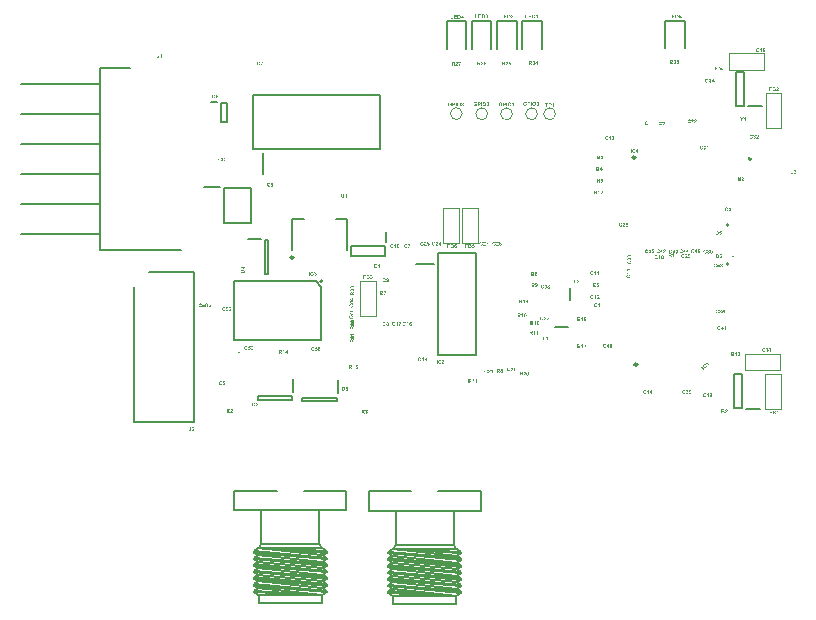
<source format=gbr>
%TF.GenerationSoftware,Altium Limited,Altium Designer,19.1.7 (138)*%
G04 Layer_Color=65535*
%FSLAX45Y45*%
%MOMM*%
%TF.FileFunction,Legend,Top*%
%TF.Part,Single*%
G01*
G75*
%TA.AperFunction,NonConductor*%
%ADD59C,0.20000*%
%ADD66C,0.10000*%
%ADD67C,0.25000*%
%ADD68C,0.25400*%
G36*
X1092408Y3777528D02*
X1092895Y3777479D01*
X1093480Y3777382D01*
X1094114Y3777284D01*
X1094797Y3777138D01*
X1095577Y3776943D01*
X1096309Y3776699D01*
X1097138Y3776455D01*
X1097918Y3776114D01*
X1098699Y3775675D01*
X1099479Y3775236D01*
X1100210Y3774700D01*
X1100942Y3774066D01*
X1100991D01*
X1101039Y3773968D01*
X1101283Y3773675D01*
X1101673Y3773237D01*
X1102161Y3772554D01*
X1102698Y3771725D01*
X1103283Y3770749D01*
X1103819Y3769579D01*
X1104258Y3768213D01*
X1097870Y3766702D01*
Y3766750D01*
X1097821Y3766799D01*
X1097772Y3767092D01*
X1097577Y3767531D01*
X1097333Y3768116D01*
X1097040Y3768750D01*
X1096602Y3769384D01*
X1096114Y3770018D01*
X1095480Y3770603D01*
X1095382Y3770652D01*
X1095139Y3770847D01*
X1094797Y3771091D01*
X1094261Y3771335D01*
X1093627Y3771627D01*
X1092846Y3771822D01*
X1092017Y3772017D01*
X1091091Y3772066D01*
X1090749D01*
X1090506Y3772017D01*
X1090213Y3771969D01*
X1089872Y3771920D01*
X1089043Y3771725D01*
X1088116Y3771432D01*
X1087141Y3770993D01*
X1086702Y3770701D01*
X1086214Y3770359D01*
X1085775Y3769920D01*
X1085336Y3769481D01*
Y3769433D01*
X1085239Y3769384D01*
X1085141Y3769189D01*
X1084995Y3768994D01*
X1084848Y3768701D01*
X1084653Y3768360D01*
X1084458Y3767970D01*
X1084263Y3767482D01*
X1084019Y3766945D01*
X1083824Y3766360D01*
X1083629Y3765678D01*
X1083483Y3764897D01*
X1083337Y3764117D01*
X1083239Y3763190D01*
X1083190Y3762215D01*
X1083142Y3761191D01*
Y3761142D01*
Y3760947D01*
Y3760606D01*
X1083190Y3760215D01*
Y3759679D01*
X1083239Y3759143D01*
X1083337Y3758509D01*
X1083434Y3757826D01*
X1083678Y3756412D01*
X1084068Y3754949D01*
X1084312Y3754266D01*
X1084605Y3753632D01*
X1084897Y3753047D01*
X1085287Y3752510D01*
X1085336Y3752461D01*
X1085385Y3752413D01*
X1085678Y3752120D01*
X1086165Y3751730D01*
X1086799Y3751242D01*
X1087628Y3750755D01*
X1088604Y3750364D01*
X1089725Y3750072D01*
X1090310Y3750023D01*
X1090944Y3749974D01*
X1091188D01*
X1091383Y3750023D01*
X1091871Y3750072D01*
X1092456Y3750169D01*
X1093188Y3750364D01*
X1093919Y3750657D01*
X1094651Y3751047D01*
X1095382Y3751584D01*
X1095480Y3751681D01*
X1095675Y3751876D01*
X1096016Y3752315D01*
X1096406Y3752852D01*
X1096845Y3753583D01*
X1097284Y3754510D01*
X1097723Y3755534D01*
X1098065Y3756802D01*
X1104356Y3754851D01*
Y3754802D01*
X1104307Y3754607D01*
X1104209Y3754363D01*
X1104063Y3753973D01*
X1103917Y3753534D01*
X1103722Y3753047D01*
X1103478Y3752461D01*
X1103185Y3751876D01*
X1102551Y3750608D01*
X1101722Y3749291D01*
X1100698Y3748072D01*
X1100162Y3747487D01*
X1099528Y3746999D01*
X1099479Y3746951D01*
X1099381Y3746902D01*
X1099186Y3746756D01*
X1098942Y3746609D01*
X1098601Y3746414D01*
X1098211Y3746219D01*
X1097723Y3745975D01*
X1097187Y3745731D01*
X1096602Y3745488D01*
X1095968Y3745244D01*
X1095285Y3745049D01*
X1094553Y3744854D01*
X1093724Y3744707D01*
X1092895Y3744561D01*
X1091969Y3744512D01*
X1091042Y3744463D01*
X1090749D01*
X1090408Y3744512D01*
X1089969D01*
X1089433Y3744610D01*
X1088799Y3744707D01*
X1088116Y3744805D01*
X1087336Y3745000D01*
X1086507Y3745244D01*
X1085678Y3745536D01*
X1084800Y3745878D01*
X1083922Y3746317D01*
X1083044Y3746804D01*
X1082166Y3747390D01*
X1081337Y3748023D01*
X1080557Y3748804D01*
X1080508Y3748853D01*
X1080362Y3748999D01*
X1080167Y3749243D01*
X1079923Y3749584D01*
X1079630Y3750023D01*
X1079240Y3750559D01*
X1078899Y3751193D01*
X1078509Y3751925D01*
X1078118Y3752705D01*
X1077777Y3753632D01*
X1077436Y3754607D01*
X1077094Y3755680D01*
X1076851Y3756802D01*
X1076655Y3758021D01*
X1076509Y3759338D01*
X1076460Y3760703D01*
Y3760801D01*
Y3761045D01*
X1076509Y3761483D01*
Y3762020D01*
X1076607Y3762703D01*
X1076655Y3763483D01*
X1076802Y3764312D01*
X1076997Y3765239D01*
X1077192Y3766263D01*
X1077485Y3767238D01*
X1077777Y3768311D01*
X1078167Y3769335D01*
X1078655Y3770359D01*
X1079191Y3771335D01*
X1079825Y3772261D01*
X1080557Y3773139D01*
X1080606Y3773188D01*
X1080752Y3773334D01*
X1080996Y3773529D01*
X1081288Y3773822D01*
X1081727Y3774163D01*
X1082215Y3774553D01*
X1082800Y3774943D01*
X1083483Y3775382D01*
X1084214Y3775772D01*
X1085044Y3776163D01*
X1085921Y3776553D01*
X1086897Y3776894D01*
X1087921Y3777187D01*
X1089043Y3777382D01*
X1090213Y3777528D01*
X1091432Y3777577D01*
X1092017D01*
X1092408Y3777528D01*
D02*
G37*
G36*
X1129520Y3772115D02*
X1129471Y3772066D01*
X1129422Y3772017D01*
X1129276Y3771822D01*
X1129081Y3771627D01*
X1128837Y3771383D01*
X1128545Y3771042D01*
X1128203Y3770652D01*
X1127862Y3770213D01*
X1127472Y3769725D01*
X1127082Y3769189D01*
X1126643Y3768555D01*
X1126155Y3767921D01*
X1125716Y3767189D01*
X1125228Y3766458D01*
X1124692Y3765629D01*
X1124204Y3764751D01*
X1124155Y3764702D01*
X1124107Y3764556D01*
X1123960Y3764263D01*
X1123765Y3763922D01*
X1123522Y3763483D01*
X1123278Y3762946D01*
X1122985Y3762361D01*
X1122692Y3761679D01*
X1122351Y3760947D01*
X1122010Y3760167D01*
X1121668Y3759338D01*
X1121327Y3758460D01*
X1120693Y3756558D01*
X1120108Y3754558D01*
Y3754510D01*
X1120059Y3754315D01*
X1119961Y3754022D01*
X1119913Y3753681D01*
X1119766Y3753193D01*
X1119669Y3752656D01*
X1119523Y3752022D01*
X1119425Y3751340D01*
X1119279Y3750608D01*
X1119132Y3749877D01*
X1118937Y3748267D01*
X1118791Y3746609D01*
X1118742Y3745000D01*
X1112841D01*
Y3745097D01*
Y3745292D01*
X1112890Y3745634D01*
Y3746122D01*
X1112939Y3746756D01*
X1113036Y3747438D01*
X1113134Y3748267D01*
X1113231Y3749145D01*
X1113378Y3750121D01*
X1113573Y3751193D01*
X1113817Y3752315D01*
X1114061Y3753437D01*
X1114353Y3754656D01*
X1114694Y3755924D01*
X1115133Y3757192D01*
X1115572Y3758460D01*
X1115621Y3758557D01*
X1115670Y3758752D01*
X1115865Y3759143D01*
X1116060Y3759630D01*
X1116304Y3760215D01*
X1116596Y3760947D01*
X1116987Y3761727D01*
X1117426Y3762605D01*
X1117864Y3763532D01*
X1118401Y3764507D01*
X1119571Y3766604D01*
X1120937Y3768750D01*
X1122449Y3770847D01*
X1108550D01*
Y3776553D01*
X1129520D01*
Y3772115D01*
D02*
G37*
G36*
X1071486Y3745000D02*
X1065000D01*
Y3777040D01*
X1071486D01*
Y3745000D01*
D02*
G37*
G36*
X740859Y3497269D02*
X741152D01*
X741493Y3497221D01*
X742371Y3497074D01*
X743298Y3496830D01*
X744322Y3496440D01*
X745346Y3495953D01*
X746273Y3495270D01*
X746321D01*
X746370Y3495172D01*
X746663Y3494880D01*
X747053Y3494441D01*
X747541Y3493758D01*
X748077Y3492929D01*
X748565Y3491905D01*
X749004Y3490686D01*
X749345Y3489320D01*
X743395Y3488686D01*
Y3488784D01*
X743346Y3488979D01*
X743249Y3489320D01*
X743151Y3489710D01*
X743005Y3490149D01*
X742810Y3490588D01*
X742566Y3491027D01*
X742225Y3491368D01*
X742176Y3491417D01*
X742079Y3491515D01*
X741883Y3491661D01*
X741591Y3491807D01*
X741249Y3491954D01*
X740859Y3492100D01*
X740420Y3492197D01*
X739884Y3492246D01*
X739786D01*
X739543Y3492197D01*
X739201Y3492149D01*
X738762Y3492051D01*
X738226Y3491807D01*
X737641Y3491515D01*
X737104Y3491076D01*
X736568Y3490491D01*
X736519Y3490393D01*
X736421Y3490296D01*
X736373Y3490149D01*
X736275Y3489905D01*
X736129Y3489662D01*
X735983Y3489320D01*
X735885Y3488930D01*
X735739Y3488491D01*
X735592Y3487955D01*
X735446Y3487369D01*
X735300Y3486687D01*
X735202Y3485955D01*
X735105Y3485126D01*
X735007Y3484200D01*
X734910Y3483224D01*
X734958Y3483273D01*
X735007Y3483322D01*
X735153Y3483468D01*
X735300Y3483663D01*
X735836Y3484102D01*
X736470Y3484590D01*
X737299Y3485077D01*
X738275Y3485516D01*
X739396Y3485858D01*
X739982Y3485906D01*
X740615Y3485955D01*
X741006D01*
X741249Y3485906D01*
X741591Y3485858D01*
X741981Y3485809D01*
X742859Y3485565D01*
X743883Y3485224D01*
X744419Y3484980D01*
X744956Y3484687D01*
X745541Y3484346D01*
X746078Y3483956D01*
X746614Y3483517D01*
X747150Y3482980D01*
X747199Y3482932D01*
X747248Y3482834D01*
X747394Y3482688D01*
X747589Y3482444D01*
X747784Y3482151D01*
X748028Y3481810D01*
X748272Y3481420D01*
X748565Y3480932D01*
X748809Y3480444D01*
X749052Y3479859D01*
X749296Y3479225D01*
X749491Y3478542D01*
X749686Y3477860D01*
X749833Y3477079D01*
X749881Y3476250D01*
X749930Y3475421D01*
Y3475373D01*
Y3475226D01*
Y3474934D01*
X749881Y3474592D01*
X749833Y3474202D01*
X749784Y3473714D01*
X749686Y3473178D01*
X749589Y3472593D01*
X749199Y3471325D01*
X749004Y3470691D01*
X748711Y3470008D01*
X748370Y3469374D01*
X747979Y3468740D01*
X747541Y3468106D01*
X747004Y3467521D01*
X746955Y3467472D01*
X746858Y3467375D01*
X746711Y3467228D01*
X746468Y3467082D01*
X746224Y3466838D01*
X745882Y3466594D01*
X745444Y3466350D01*
X745005Y3466058D01*
X744517Y3465765D01*
X743932Y3465521D01*
X743346Y3465278D01*
X742664Y3465034D01*
X741981Y3464887D01*
X741249Y3464741D01*
X740469Y3464644D01*
X739640Y3464595D01*
X739445D01*
X739152Y3464644D01*
X738811D01*
X738421Y3464692D01*
X737933Y3464790D01*
X737397Y3464887D01*
X736812Y3465082D01*
X736178Y3465278D01*
X735544Y3465521D01*
X734861Y3465814D01*
X734227Y3466204D01*
X733544Y3466594D01*
X732861Y3467131D01*
X732227Y3467667D01*
X731642Y3468350D01*
X731593Y3468399D01*
X731496Y3468545D01*
X731350Y3468740D01*
X731154Y3469081D01*
X730911Y3469472D01*
X730667Y3470008D01*
X730374Y3470593D01*
X730130Y3471325D01*
X729838Y3472105D01*
X729545Y3473032D01*
X729301Y3474007D01*
X729057Y3475129D01*
X728862Y3476348D01*
X728716Y3477713D01*
X728619Y3479128D01*
X728570Y3480688D01*
Y3480737D01*
Y3480786D01*
Y3481078D01*
Y3481517D01*
X728619Y3482151D01*
X728667Y3482834D01*
X728765Y3483712D01*
X728862Y3484590D01*
X728960Y3485614D01*
X729350Y3487662D01*
X729594Y3488735D01*
X729935Y3489808D01*
X730277Y3490783D01*
X730716Y3491759D01*
X731203Y3492636D01*
X731788Y3493417D01*
X731837Y3493465D01*
X731935Y3493563D01*
X732130Y3493758D01*
X732374Y3494051D01*
X732715Y3494343D01*
X733105Y3494636D01*
X733544Y3495026D01*
X734081Y3495367D01*
X734666Y3495709D01*
X735300Y3496099D01*
X735983Y3496392D01*
X736714Y3496733D01*
X737543Y3496977D01*
X738372Y3497172D01*
X739299Y3497269D01*
X740225Y3497318D01*
X740567D01*
X740859Y3497269D01*
D02*
G37*
G36*
X712428Y3497708D02*
X712915Y3497660D01*
X713500Y3497562D01*
X714134Y3497464D01*
X714817Y3497318D01*
X715598Y3497123D01*
X716329Y3496879D01*
X717158Y3496635D01*
X717938Y3496294D01*
X718719Y3495855D01*
X719499Y3495416D01*
X720230Y3494880D01*
X720962Y3494246D01*
X721011D01*
X721060Y3494148D01*
X721303Y3493856D01*
X721694Y3493417D01*
X722181Y3492734D01*
X722718Y3491905D01*
X723303Y3490930D01*
X723839Y3489759D01*
X724278Y3488394D01*
X717890Y3486882D01*
Y3486931D01*
X717841Y3486979D01*
X717792Y3487272D01*
X717597Y3487711D01*
X717353Y3488296D01*
X717061Y3488930D01*
X716622Y3489564D01*
X716134Y3490198D01*
X715500Y3490783D01*
X715402Y3490832D01*
X715159Y3491027D01*
X714817Y3491271D01*
X714281Y3491515D01*
X713647Y3491807D01*
X712866Y3492002D01*
X712037Y3492197D01*
X711111Y3492246D01*
X710769D01*
X710526Y3492197D01*
X710233Y3492149D01*
X709892Y3492100D01*
X709063Y3491905D01*
X708136Y3491612D01*
X707161Y3491173D01*
X706722Y3490881D01*
X706234Y3490539D01*
X705795Y3490100D01*
X705356Y3489662D01*
Y3489613D01*
X705259Y3489564D01*
X705161Y3489369D01*
X705015Y3489174D01*
X704869Y3488881D01*
X704673Y3488540D01*
X704478Y3488150D01*
X704283Y3487662D01*
X704039Y3487126D01*
X703844Y3486540D01*
X703649Y3485858D01*
X703503Y3485077D01*
X703357Y3484297D01*
X703259Y3483370D01*
X703210Y3482395D01*
X703162Y3481371D01*
Y3481322D01*
Y3481127D01*
Y3480786D01*
X703210Y3480396D01*
Y3479859D01*
X703259Y3479323D01*
X703357Y3478689D01*
X703454Y3478006D01*
X703698Y3476592D01*
X704088Y3475129D01*
X704332Y3474446D01*
X704625Y3473812D01*
X704917Y3473227D01*
X705307Y3472690D01*
X705356Y3472642D01*
X705405Y3472593D01*
X705698Y3472300D01*
X706185Y3471910D01*
X706819Y3471422D01*
X707648Y3470935D01*
X708624Y3470544D01*
X709745Y3470252D01*
X710331Y3470203D01*
X710965Y3470154D01*
X711208D01*
X711403Y3470203D01*
X711891Y3470252D01*
X712476Y3470349D01*
X713208Y3470544D01*
X713939Y3470837D01*
X714671Y3471227D01*
X715402Y3471764D01*
X715500Y3471861D01*
X715695Y3472056D01*
X716036Y3472495D01*
X716427Y3473032D01*
X716865Y3473763D01*
X717304Y3474690D01*
X717743Y3475714D01*
X718085Y3476982D01*
X724376Y3475031D01*
Y3474982D01*
X724327Y3474787D01*
X724229Y3474543D01*
X724083Y3474153D01*
X723937Y3473714D01*
X723742Y3473227D01*
X723498Y3472642D01*
X723205Y3472056D01*
X722571Y3470788D01*
X721742Y3469472D01*
X720718Y3468252D01*
X720182Y3467667D01*
X719548Y3467180D01*
X719499Y3467131D01*
X719401Y3467082D01*
X719206Y3466936D01*
X718962Y3466789D01*
X718621Y3466594D01*
X718231Y3466399D01*
X717743Y3466155D01*
X717207Y3465912D01*
X716622Y3465668D01*
X715988Y3465424D01*
X715305Y3465229D01*
X714573Y3465034D01*
X713744Y3464887D01*
X712915Y3464741D01*
X711989Y3464692D01*
X711062Y3464644D01*
X710769D01*
X710428Y3464692D01*
X709989D01*
X709453Y3464790D01*
X708819Y3464887D01*
X708136Y3464985D01*
X707356Y3465180D01*
X706527Y3465424D01*
X705698Y3465716D01*
X704820Y3466058D01*
X703942Y3466497D01*
X703064Y3466984D01*
X702186Y3467570D01*
X701357Y3468204D01*
X700577Y3468984D01*
X700528Y3469033D01*
X700382Y3469179D01*
X700187Y3469423D01*
X699943Y3469764D01*
X699650Y3470203D01*
X699260Y3470740D01*
X698919Y3471374D01*
X698529Y3472105D01*
X698139Y3472885D01*
X697797Y3473812D01*
X697456Y3474787D01*
X697114Y3475860D01*
X696871Y3476982D01*
X696676Y3478201D01*
X696529Y3479518D01*
X696480Y3480883D01*
Y3480981D01*
Y3481225D01*
X696529Y3481664D01*
Y3482200D01*
X696627Y3482883D01*
X696676Y3483663D01*
X696822Y3484492D01*
X697017Y3485419D01*
X697212Y3486443D01*
X697505Y3487418D01*
X697797Y3488491D01*
X698187Y3489515D01*
X698675Y3490539D01*
X699211Y3491515D01*
X699845Y3492441D01*
X700577Y3493319D01*
X700626Y3493368D01*
X700772Y3493514D01*
X701016Y3493709D01*
X701308Y3494002D01*
X701747Y3494343D01*
X702235Y3494733D01*
X702820Y3495124D01*
X703503Y3495562D01*
X704235Y3495953D01*
X705064Y3496343D01*
X705941Y3496733D01*
X706917Y3497074D01*
X707941Y3497367D01*
X709063Y3497562D01*
X710233Y3497708D01*
X711452Y3497757D01*
X712037D01*
X712428Y3497708D01*
D02*
G37*
G36*
X691506Y3465180D02*
X685020D01*
Y3497221D01*
X691506D01*
Y3465180D01*
D02*
G37*
G36*
X4670619Y4168298D02*
X4659012D01*
X4658036Y4162885D01*
X4658134Y4162934D01*
X4658378Y4163031D01*
X4658817Y4163226D01*
X4659353Y4163421D01*
X4659938Y4163568D01*
X4660670Y4163763D01*
X4661450Y4163860D01*
X4662230Y4163909D01*
X4662621D01*
X4662913Y4163860D01*
X4663255Y4163812D01*
X4663693Y4163763D01*
X4664132Y4163665D01*
X4664620Y4163519D01*
X4665742Y4163178D01*
X4666278Y4162934D01*
X4666863Y4162641D01*
X4667449Y4162300D01*
X4668034Y4161910D01*
X4668619Y4161471D01*
X4669156Y4160934D01*
X4669204Y4160886D01*
X4669302Y4160788D01*
X4669399Y4160642D01*
X4669594Y4160398D01*
X4669838Y4160105D01*
X4670082Y4159764D01*
X4670326Y4159325D01*
X4670619Y4158837D01*
X4670862Y4158301D01*
X4671106Y4157716D01*
X4671350Y4157082D01*
X4671594Y4156399D01*
X4671789Y4155667D01*
X4671887Y4154887D01*
X4671984Y4154058D01*
X4672033Y4153180D01*
Y4153131D01*
Y4152985D01*
Y4152790D01*
X4671984Y4152497D01*
Y4152156D01*
X4671935Y4151766D01*
X4671838Y4151327D01*
X4671740Y4150839D01*
X4671496Y4149718D01*
X4671057Y4148547D01*
X4670521Y4147328D01*
X4670131Y4146694D01*
X4669741Y4146109D01*
X4669692Y4146060D01*
X4669594Y4145914D01*
X4669399Y4145719D01*
X4669156Y4145475D01*
X4668863Y4145133D01*
X4668473Y4144792D01*
X4667985Y4144402D01*
X4667497Y4144012D01*
X4666912Y4143622D01*
X4666229Y4143231D01*
X4665547Y4142890D01*
X4664766Y4142549D01*
X4663937Y4142305D01*
X4663011Y4142110D01*
X4662084Y4141964D01*
X4661060Y4141915D01*
X4660621D01*
X4660328Y4141964D01*
X4659938D01*
X4659499Y4142061D01*
X4659012Y4142110D01*
X4658475Y4142207D01*
X4657354Y4142500D01*
X4656134Y4142890D01*
X4654964Y4143475D01*
X4654379Y4143865D01*
X4653842Y4144256D01*
X4653794Y4144304D01*
X4653745Y4144353D01*
X4653599Y4144499D01*
X4653403Y4144695D01*
X4653160Y4144938D01*
X4652916Y4145231D01*
X4652672Y4145572D01*
X4652379Y4145962D01*
X4651794Y4146889D01*
X4651258Y4147962D01*
X4650819Y4149279D01*
X4650672Y4149961D01*
X4650526Y4150693D01*
X4656622Y4151327D01*
Y4151229D01*
X4656671Y4150986D01*
X4656768Y4150595D01*
X4656915Y4150108D01*
X4657110Y4149620D01*
X4657354Y4149035D01*
X4657695Y4148498D01*
X4658134Y4148011D01*
X4658183Y4147962D01*
X4658378Y4147816D01*
X4658622Y4147621D01*
X4659012Y4147426D01*
X4659451Y4147230D01*
X4659938Y4147035D01*
X4660524Y4146889D01*
X4661109Y4146840D01*
X4661206D01*
X4661450Y4146889D01*
X4661792Y4146938D01*
X4662230Y4147035D01*
X4662767Y4147230D01*
X4663303Y4147523D01*
X4663840Y4147864D01*
X4664376Y4148401D01*
X4664425Y4148498D01*
X4664571Y4148694D01*
X4664815Y4149084D01*
X4665059Y4149571D01*
X4665303Y4150254D01*
X4665547Y4151034D01*
X4665693Y4152010D01*
X4665742Y4153083D01*
Y4153131D01*
Y4153229D01*
Y4153375D01*
Y4153570D01*
X4665693Y4154107D01*
X4665595Y4154741D01*
X4665400Y4155472D01*
X4665157Y4156204D01*
X4664815Y4156935D01*
X4664376Y4157521D01*
X4664327Y4157569D01*
X4664132Y4157764D01*
X4663840Y4158008D01*
X4663450Y4158301D01*
X4662962Y4158545D01*
X4662377Y4158788D01*
X4661694Y4158984D01*
X4660962Y4159032D01*
X4660719D01*
X4660524Y4158984D01*
X4659987Y4158935D01*
X4659353Y4158740D01*
X4658622Y4158447D01*
X4657793Y4158057D01*
X4657012Y4157472D01*
X4656573Y4157082D01*
X4656183Y4156691D01*
X4651258Y4157374D01*
X4654379Y4174053D01*
X4670619D01*
Y4168298D01*
D02*
G37*
G36*
X4632628Y4174492D02*
X4633506Y4174443D01*
X4634530Y4174394D01*
X4635506Y4174297D01*
X4636481Y4174102D01*
X4637359Y4173907D01*
X4637408D01*
X4637505Y4173858D01*
X4637651Y4173809D01*
X4637846Y4173760D01*
X4638334Y4173516D01*
X4639017Y4173224D01*
X4639748Y4172834D01*
X4640529Y4172297D01*
X4641358Y4171663D01*
X4642138Y4170932D01*
X4642187D01*
X4642236Y4170834D01*
X4642479Y4170542D01*
X4642821Y4170103D01*
X4643308Y4169517D01*
X4643796Y4168737D01*
X4644284Y4167859D01*
X4644772Y4166884D01*
X4645210Y4165762D01*
Y4165714D01*
X4645259Y4165616D01*
X4645308Y4165470D01*
X4645357Y4165226D01*
X4645454Y4164933D01*
X4645552Y4164543D01*
X4645649Y4164153D01*
X4645747Y4163665D01*
X4645844Y4163129D01*
X4645942Y4162592D01*
X4646137Y4161276D01*
X4646235Y4159813D01*
X4646283Y4158203D01*
Y4158154D01*
Y4158008D01*
Y4157813D01*
Y4157521D01*
X4646235Y4157179D01*
Y4156789D01*
X4646137Y4155862D01*
X4646039Y4154790D01*
X4645844Y4153668D01*
X4645601Y4152497D01*
X4645259Y4151376D01*
Y4151327D01*
X4645210Y4151229D01*
X4645162Y4151034D01*
X4645064Y4150791D01*
X4644918Y4150498D01*
X4644772Y4150157D01*
X4644381Y4149376D01*
X4643894Y4148450D01*
X4643308Y4147523D01*
X4642626Y4146596D01*
X4641845Y4145719D01*
X4641748Y4145670D01*
X4641553Y4145426D01*
X4641163Y4145133D01*
X4640675Y4144792D01*
X4639992Y4144353D01*
X4639212Y4143914D01*
X4638334Y4143524D01*
X4637310Y4143134D01*
X4637212Y4143085D01*
X4636920Y4143036D01*
X4636481Y4142939D01*
X4635798Y4142841D01*
X4635018Y4142695D01*
X4634043Y4142598D01*
X4632872Y4142549D01*
X4631604Y4142500D01*
X4619510D01*
Y4174541D01*
X4632238D01*
X4632628Y4174492D01*
D02*
G37*
G36*
X4613365Y4169127D02*
X4596150D01*
Y4162007D01*
X4612146D01*
Y4156594D01*
X4596150D01*
Y4147913D01*
X4613999D01*
Y4142500D01*
X4589664D01*
Y4174541D01*
X4613365D01*
Y4169127D01*
D02*
G37*
G36*
X4568986Y4147913D02*
X4585031D01*
Y4142500D01*
X4562500D01*
Y4174248D01*
X4568986D01*
Y4147913D01*
D02*
G37*
G36*
X2823424Y4151802D02*
X2827374D01*
Y4146437D01*
X2823424D01*
Y4140000D01*
X2817474D01*
Y4146437D01*
X2804356D01*
Y4151753D01*
X2818255Y4172138D01*
X2823424D01*
Y4151802D01*
D02*
G37*
G36*
X2787628Y4171992D02*
X2788506Y4171943D01*
X2789530Y4171894D01*
X2790506Y4171797D01*
X2791481Y4171602D01*
X2792359Y4171407D01*
X2792408D01*
X2792505Y4171358D01*
X2792652Y4171309D01*
X2792847Y4171260D01*
X2793334Y4171017D01*
X2794017Y4170724D01*
X2794749Y4170334D01*
X2795529Y4169797D01*
X2796358Y4169163D01*
X2797138Y4168432D01*
X2797187D01*
X2797236Y4168334D01*
X2797480Y4168042D01*
X2797821Y4167603D01*
X2798309Y4167018D01*
X2798796Y4166237D01*
X2799284Y4165359D01*
X2799772Y4164384D01*
X2800211Y4163262D01*
Y4163214D01*
X2800259Y4163116D01*
X2800308Y4162970D01*
X2800357Y4162726D01*
X2800454Y4162433D01*
X2800552Y4162043D01*
X2800649Y4161653D01*
X2800747Y4161165D01*
X2800845Y4160629D01*
X2800942Y4160093D01*
X2801137Y4158776D01*
X2801235Y4157313D01*
X2801283Y4155703D01*
Y4155655D01*
Y4155508D01*
Y4155313D01*
Y4155021D01*
X2801235Y4154679D01*
Y4154289D01*
X2801137Y4153363D01*
X2801040Y4152290D01*
X2800845Y4151168D01*
X2800601Y4149998D01*
X2800259Y4148876D01*
Y4148827D01*
X2800211Y4148730D01*
X2800162Y4148535D01*
X2800064Y4148291D01*
X2799918Y4147998D01*
X2799772Y4147657D01*
X2799381Y4146876D01*
X2798894Y4145950D01*
X2798309Y4145023D01*
X2797626Y4144097D01*
X2796846Y4143219D01*
X2796748Y4143170D01*
X2796553Y4142926D01*
X2796163Y4142634D01*
X2795675Y4142292D01*
X2794992Y4141853D01*
X2794212Y4141414D01*
X2793334Y4141024D01*
X2792310Y4140634D01*
X2792213Y4140585D01*
X2791920Y4140537D01*
X2791481Y4140439D01*
X2790798Y4140341D01*
X2790018Y4140195D01*
X2789043Y4140098D01*
X2787872Y4140049D01*
X2786604Y4140000D01*
X2774510D01*
Y4172041D01*
X2787238D01*
X2787628Y4171992D01*
D02*
G37*
G36*
X2768365Y4166627D02*
X2751150D01*
Y4159507D01*
X2767146D01*
Y4154094D01*
X2751150D01*
Y4145413D01*
X2768999D01*
Y4140000D01*
X2744664D01*
Y4172041D01*
X2768365D01*
Y4166627D01*
D02*
G37*
G36*
X2723986Y4145413D02*
X2740031D01*
Y4140000D01*
X2717500D01*
Y4171748D01*
X2723986D01*
Y4145413D01*
D02*
G37*
G36*
X3023755Y4177089D02*
X3024145Y4177041D01*
X3024584Y4176992D01*
X3025121Y4176894D01*
X3025657Y4176797D01*
X3026779Y4176407D01*
X3027413Y4176212D01*
X3027998Y4175919D01*
X3028583Y4175578D01*
X3029217Y4175187D01*
X3029754Y4174749D01*
X3030290Y4174212D01*
X3030339Y4174163D01*
X3030388Y4174115D01*
X3030485Y4173968D01*
X3030631Y4173822D01*
X3031022Y4173334D01*
X3031461Y4172652D01*
X3031851Y4171871D01*
X3032241Y4170993D01*
X3032485Y4169969D01*
X3032582Y4169433D01*
Y4168896D01*
Y4168848D01*
Y4168701D01*
X3032533Y4168506D01*
Y4168214D01*
X3032436Y4167824D01*
X3032338Y4167433D01*
X3032192Y4166994D01*
X3031997Y4166507D01*
X3031753Y4165970D01*
X3031461Y4165434D01*
X3031070Y4164849D01*
X3030631Y4164312D01*
X3030095Y4163727D01*
X3029461Y4163191D01*
X3028778Y4162654D01*
X3027949Y4162166D01*
X3027998D01*
X3028096Y4162118D01*
X3028193D01*
X3028388Y4162069D01*
X3028925Y4161874D01*
X3029510Y4161630D01*
X3030241Y4161289D01*
X3030973Y4160801D01*
X3031656Y4160216D01*
X3032338Y4159533D01*
X3032387Y4159435D01*
X3032582Y4159192D01*
X3032875Y4158753D01*
X3033167Y4158167D01*
X3033460Y4157436D01*
X3033753Y4156558D01*
X3033948Y4155632D01*
X3033996Y4154559D01*
Y4154510D01*
Y4154364D01*
Y4154168D01*
X3033948Y4153876D01*
X3033899Y4153486D01*
X3033850Y4153096D01*
X3033753Y4152608D01*
X3033606Y4152071D01*
X3033216Y4150950D01*
X3032972Y4150365D01*
X3032680Y4149779D01*
X3032338Y4149145D01*
X3031899Y4148560D01*
X3031412Y4147975D01*
X3030875Y4147390D01*
X3030827Y4147341D01*
X3030729Y4147243D01*
X3030583Y4147097D01*
X3030339Y4146951D01*
X3030046Y4146707D01*
X3029656Y4146463D01*
X3029266Y4146171D01*
X3028778Y4145927D01*
X3028242Y4145634D01*
X3027657Y4145341D01*
X3027023Y4145098D01*
X3026340Y4144903D01*
X3025608Y4144707D01*
X3024877Y4144561D01*
X3024048Y4144464D01*
X3023219Y4144415D01*
X3022780D01*
X3022487Y4144464D01*
X3022097Y4144512D01*
X3021658Y4144561D01*
X3021170Y4144610D01*
X3020683Y4144707D01*
X3019512Y4145000D01*
X3018293Y4145488D01*
X3017708Y4145732D01*
X3017074Y4146073D01*
X3016489Y4146463D01*
X3015952Y4146902D01*
X3015904Y4146951D01*
X3015855Y4147000D01*
X3015708Y4147146D01*
X3015513Y4147341D01*
X3015270Y4147585D01*
X3015026Y4147926D01*
X3014782Y4148268D01*
X3014489Y4148658D01*
X3013904Y4149584D01*
X3013368Y4150706D01*
X3012929Y4151974D01*
X3012782Y4152705D01*
X3012685Y4153437D01*
X3018635Y4154168D01*
Y4154120D01*
Y4154071D01*
X3018683Y4153778D01*
X3018781Y4153388D01*
X3018927Y4152852D01*
X3019122Y4152315D01*
X3019366Y4151730D01*
X3019707Y4151145D01*
X3020146Y4150657D01*
X3020195Y4150608D01*
X3020390Y4150462D01*
X3020634Y4150267D01*
X3021024Y4150072D01*
X3021463Y4149877D01*
X3021951Y4149682D01*
X3022536Y4149536D01*
X3023170Y4149487D01*
X3023511D01*
X3023853Y4149584D01*
X3024292Y4149682D01*
X3024779Y4149828D01*
X3025316Y4150072D01*
X3025852Y4150413D01*
X3026389Y4150901D01*
X3026437Y4150950D01*
X3026584Y4151194D01*
X3026828Y4151486D01*
X3027071Y4151925D01*
X3027266Y4152510D01*
X3027510Y4153193D01*
X3027657Y4153973D01*
X3027705Y4154851D01*
Y4154900D01*
Y4154949D01*
Y4155241D01*
X3027657Y4155680D01*
X3027559Y4156217D01*
X3027413Y4156802D01*
X3027169Y4157387D01*
X3026876Y4158021D01*
X3026437Y4158558D01*
X3026389Y4158606D01*
X3026194Y4158753D01*
X3025950Y4158997D01*
X3025560Y4159240D01*
X3025121Y4159484D01*
X3024584Y4159728D01*
X3023999Y4159874D01*
X3023365Y4159923D01*
X3022926D01*
X3022585Y4159874D01*
X3022195Y4159826D01*
X3021707Y4159728D01*
X3021170Y4159582D01*
X3020585Y4159435D01*
X3021268Y4164410D01*
X3021658D01*
X3022146Y4164459D01*
X3022682Y4164507D01*
X3023268Y4164605D01*
X3023901Y4164800D01*
X3024535Y4165093D01*
X3025072Y4165434D01*
X3025121Y4165483D01*
X3025267Y4165629D01*
X3025511Y4165922D01*
X3025755Y4166263D01*
X3025999Y4166702D01*
X3026242Y4167238D01*
X3026389Y4167824D01*
X3026437Y4168506D01*
Y4168555D01*
Y4168799D01*
X3026389Y4169091D01*
X3026340Y4169433D01*
X3026194Y4169823D01*
X3026047Y4170262D01*
X3025803Y4170701D01*
X3025462Y4171091D01*
X3025413Y4171140D01*
X3025267Y4171237D01*
X3025072Y4171384D01*
X3024779Y4171579D01*
X3024389Y4171774D01*
X3023950Y4171920D01*
X3023414Y4172018D01*
X3022829Y4172066D01*
X3022585D01*
X3022292Y4172018D01*
X3021902Y4171920D01*
X3021463Y4171774D01*
X3021024Y4171579D01*
X3020537Y4171335D01*
X3020098Y4170945D01*
X3020049Y4170896D01*
X3019903Y4170750D01*
X3019756Y4170506D01*
X3019512Y4170164D01*
X3019269Y4169677D01*
X3019073Y4169140D01*
X3018878Y4168506D01*
X3018781Y4167775D01*
X3013124Y4168701D01*
Y4168750D01*
X3013173Y4168848D01*
Y4168994D01*
X3013221Y4169189D01*
X3013368Y4169725D01*
X3013563Y4170408D01*
X3013807Y4171140D01*
X3014099Y4171920D01*
X3014489Y4172700D01*
X3014879Y4173383D01*
X3014928Y4173481D01*
X3015123Y4173676D01*
X3015367Y4173968D01*
X3015757Y4174407D01*
X3016245Y4174846D01*
X3016781Y4175285D01*
X3017464Y4175724D01*
X3018196Y4176114D01*
X3018244D01*
X3018293Y4176163D01*
X3018586Y4176260D01*
X3019025Y4176455D01*
X3019610Y4176651D01*
X3020341Y4176797D01*
X3021122Y4176992D01*
X3022048Y4177089D01*
X3023024Y4177138D01*
X3023463D01*
X3023755Y4177089D01*
D02*
G37*
G36*
X2995128Y4176992D02*
X2996006Y4176943D01*
X2997030Y4176894D01*
X2998006Y4176797D01*
X2998981Y4176602D01*
X2999859Y4176407D01*
X2999908D01*
X3000005Y4176358D01*
X3000151Y4176309D01*
X3000347Y4176260D01*
X3000834Y4176017D01*
X3001517Y4175724D01*
X3002249Y4175334D01*
X3003029Y4174797D01*
X3003858Y4174163D01*
X3004638Y4173432D01*
X3004687D01*
X3004736Y4173334D01*
X3004980Y4173042D01*
X3005321Y4172603D01*
X3005809Y4172018D01*
X3006296Y4171237D01*
X3006784Y4170359D01*
X3007272Y4169384D01*
X3007711Y4168262D01*
Y4168214D01*
X3007759Y4168116D01*
X3007808Y4167970D01*
X3007857Y4167726D01*
X3007954Y4167433D01*
X3008052Y4167043D01*
X3008149Y4166653D01*
X3008247Y4166165D01*
X3008345Y4165629D01*
X3008442Y4165093D01*
X3008637Y4163776D01*
X3008735Y4162313D01*
X3008783Y4160703D01*
Y4160655D01*
Y4160508D01*
Y4160313D01*
Y4160021D01*
X3008735Y4159679D01*
Y4159289D01*
X3008637Y4158363D01*
X3008540Y4157290D01*
X3008345Y4156168D01*
X3008101Y4154998D01*
X3007759Y4153876D01*
Y4153827D01*
X3007711Y4153730D01*
X3007662Y4153534D01*
X3007564Y4153291D01*
X3007418Y4152998D01*
X3007272Y4152657D01*
X3006881Y4151876D01*
X3006394Y4150950D01*
X3005809Y4150023D01*
X3005126Y4149097D01*
X3004346Y4148219D01*
X3004248Y4148170D01*
X3004053Y4147926D01*
X3003663Y4147634D01*
X3003175Y4147292D01*
X3002492Y4146853D01*
X3001712Y4146414D01*
X3000834Y4146024D01*
X2999810Y4145634D01*
X2999713Y4145585D01*
X2999420Y4145537D01*
X2998981Y4145439D01*
X2998298Y4145341D01*
X2997518Y4145195D01*
X2996543Y4145098D01*
X2995372Y4145049D01*
X2994104Y4145000D01*
X2982010D01*
Y4177041D01*
X2994738D01*
X2995128Y4176992D01*
D02*
G37*
G36*
X2975865Y4171627D02*
X2958650D01*
Y4164507D01*
X2974646D01*
Y4159094D01*
X2958650D01*
Y4150413D01*
X2976499D01*
Y4145000D01*
X2952164D01*
Y4177041D01*
X2975865D01*
Y4171627D01*
D02*
G37*
G36*
X2931486Y4150413D02*
X2947531D01*
Y4145000D01*
X2925000D01*
Y4176748D01*
X2931486D01*
Y4150413D01*
D02*
G37*
G36*
X3239243Y4174590D02*
X3239633Y4174541D01*
X3240121Y4174492D01*
X3240608Y4174443D01*
X3241194Y4174297D01*
X3242364Y4174004D01*
X3243632Y4173565D01*
X3244217Y4173273D01*
X3244851Y4172931D01*
X3245388Y4172493D01*
X3245924Y4172054D01*
X3245973Y4172005D01*
X3246022Y4171956D01*
X3246168Y4171810D01*
X3246363Y4171615D01*
X3246558Y4171371D01*
X3246802Y4171030D01*
X3247290Y4170298D01*
X3247777Y4169371D01*
X3248216Y4168298D01*
X3248558Y4167079D01*
X3248606Y4166397D01*
X3248655Y4165714D01*
Y4165616D01*
Y4165372D01*
X3248606Y4164934D01*
X3248558Y4164397D01*
X3248460Y4163763D01*
X3248314Y4163080D01*
X3248119Y4162300D01*
X3247875Y4161569D01*
X3247826Y4161471D01*
X3247729Y4161227D01*
X3247534Y4160837D01*
X3247290Y4160349D01*
X3246948Y4159715D01*
X3246509Y4159033D01*
X3245973Y4158301D01*
X3245388Y4157521D01*
X3245339Y4157472D01*
X3245193Y4157277D01*
X3244900Y4156936D01*
X3244461Y4156497D01*
X3243925Y4155911D01*
X3243193Y4155180D01*
X3242364Y4154351D01*
X3241340Y4153424D01*
X3241291Y4153375D01*
X3241194Y4153327D01*
X3241047Y4153180D01*
X3240901Y4152985D01*
X3240413Y4152546D01*
X3239828Y4151961D01*
X3239194Y4151376D01*
X3238609Y4150791D01*
X3238073Y4150254D01*
X3237877Y4150059D01*
X3237682Y4149864D01*
X3237634Y4149815D01*
X3237536Y4149718D01*
X3237390Y4149572D01*
X3237243Y4149328D01*
X3236805Y4148840D01*
X3236414Y4148206D01*
X3248655D01*
Y4142500D01*
X3227148D01*
Y4142549D01*
Y4142647D01*
X3227197Y4142842D01*
X3227246Y4143037D01*
X3227295Y4143329D01*
X3227344Y4143671D01*
X3227539Y4144451D01*
X3227782Y4145426D01*
X3228173Y4146450D01*
X3228612Y4147523D01*
X3229197Y4148596D01*
Y4148645D01*
X3229294Y4148743D01*
X3229392Y4148889D01*
X3229538Y4149133D01*
X3229782Y4149425D01*
X3230026Y4149767D01*
X3230367Y4150206D01*
X3230709Y4150644D01*
X3231147Y4151181D01*
X3231684Y4151766D01*
X3232220Y4152400D01*
X3232854Y4153083D01*
X3233586Y4153814D01*
X3234317Y4154595D01*
X3235195Y4155424D01*
X3236122Y4156302D01*
X3236171Y4156350D01*
X3236317Y4156448D01*
X3236512Y4156692D01*
X3236805Y4156936D01*
X3237097Y4157228D01*
X3237487Y4157618D01*
X3238316Y4158399D01*
X3239194Y4159276D01*
X3240023Y4160154D01*
X3240413Y4160544D01*
X3240755Y4160886D01*
X3241047Y4161227D01*
X3241242Y4161520D01*
X3241291Y4161617D01*
X3241438Y4161861D01*
X3241633Y4162202D01*
X3241876Y4162690D01*
X3242120Y4163275D01*
X3242315Y4163909D01*
X3242462Y4164592D01*
X3242510Y4165275D01*
Y4165372D01*
Y4165616D01*
X3242462Y4166006D01*
X3242364Y4166445D01*
X3242218Y4166933D01*
X3242023Y4167469D01*
X3241779Y4168006D01*
X3241389Y4168445D01*
X3241340Y4168494D01*
X3241194Y4168640D01*
X3240950Y4168786D01*
X3240608Y4169030D01*
X3240170Y4169225D01*
X3239633Y4169371D01*
X3238999Y4169518D01*
X3238316Y4169566D01*
X3238024D01*
X3237634Y4169518D01*
X3237243Y4169420D01*
X3236756Y4169274D01*
X3236219Y4169079D01*
X3235732Y4168786D01*
X3235244Y4168396D01*
X3235195Y4168347D01*
X3235049Y4168152D01*
X3234903Y4167908D01*
X3234659Y4167469D01*
X3234464Y4166933D01*
X3234220Y4166299D01*
X3234074Y4165470D01*
X3233976Y4164543D01*
X3227880Y4165129D01*
Y4165177D01*
X3227929Y4165372D01*
Y4165616D01*
X3228026Y4165958D01*
X3228075Y4166397D01*
X3228221Y4166835D01*
X3228319Y4167372D01*
X3228514Y4167957D01*
X3228953Y4169128D01*
X3229538Y4170347D01*
X3229928Y4170932D01*
X3230318Y4171468D01*
X3230806Y4171956D01*
X3231294Y4172395D01*
X3231343Y4172444D01*
X3231440Y4172493D01*
X3231586Y4172590D01*
X3231830Y4172736D01*
X3232074Y4172931D01*
X3232415Y4173127D01*
X3232806Y4173322D01*
X3233293Y4173517D01*
X3233781Y4173712D01*
X3234317Y4173907D01*
X3235537Y4174297D01*
X3236902Y4174541D01*
X3237682Y4174638D01*
X3238902D01*
X3239243Y4174590D01*
D02*
G37*
G36*
X3210128Y4174492D02*
X3211006Y4174443D01*
X3212030Y4174394D01*
X3213006Y4174297D01*
X3213981Y4174102D01*
X3214859Y4173907D01*
X3214908D01*
X3215005Y4173858D01*
X3215152Y4173809D01*
X3215347Y4173761D01*
X3215834Y4173517D01*
X3216517Y4173224D01*
X3217249Y4172834D01*
X3218029Y4172297D01*
X3218858Y4171663D01*
X3219638Y4170932D01*
X3219687D01*
X3219736Y4170834D01*
X3219980Y4170542D01*
X3220321Y4170103D01*
X3220809Y4169518D01*
X3221296Y4168737D01*
X3221784Y4167860D01*
X3222272Y4166884D01*
X3222711Y4165763D01*
Y4165714D01*
X3222759Y4165616D01*
X3222808Y4165470D01*
X3222857Y4165226D01*
X3222954Y4164934D01*
X3223052Y4164543D01*
X3223150Y4164153D01*
X3223247Y4163666D01*
X3223345Y4163129D01*
X3223442Y4162593D01*
X3223637Y4161276D01*
X3223735Y4159813D01*
X3223783Y4158204D01*
Y4158155D01*
Y4158008D01*
Y4157813D01*
Y4157521D01*
X3223735Y4157179D01*
Y4156789D01*
X3223637Y4155863D01*
X3223540Y4154790D01*
X3223345Y4153668D01*
X3223101Y4152498D01*
X3222759Y4151376D01*
Y4151327D01*
X3222711Y4151230D01*
X3222662Y4151035D01*
X3222564Y4150791D01*
X3222418Y4150498D01*
X3222272Y4150157D01*
X3221882Y4149377D01*
X3221394Y4148450D01*
X3220809Y4147523D01*
X3220126Y4146597D01*
X3219346Y4145719D01*
X3219248Y4145670D01*
X3219053Y4145426D01*
X3218663Y4145134D01*
X3218175Y4144792D01*
X3217492Y4144353D01*
X3216712Y4143914D01*
X3215834Y4143524D01*
X3214810Y4143134D01*
X3214713Y4143085D01*
X3214420Y4143037D01*
X3213981Y4142939D01*
X3213298Y4142842D01*
X3212518Y4142695D01*
X3211543Y4142598D01*
X3210372Y4142549D01*
X3209104Y4142500D01*
X3197010D01*
Y4174541D01*
X3209738D01*
X3210128Y4174492D01*
D02*
G37*
G36*
X3190865Y4169128D02*
X3173650D01*
Y4162007D01*
X3189646D01*
Y4156594D01*
X3173650D01*
Y4147913D01*
X3191499D01*
Y4142500D01*
X3167164D01*
Y4174541D01*
X3190865D01*
Y4169128D01*
D02*
G37*
G36*
X3146486Y4147913D02*
X3162531D01*
Y4142500D01*
X3140000D01*
Y4174248D01*
X3146486D01*
Y4147913D01*
D02*
G37*
G36*
X3453681Y4142500D02*
X3447536D01*
Y4165616D01*
X3447487Y4165567D01*
X3447390Y4165470D01*
X3447195Y4165324D01*
X3446951Y4165080D01*
X3446609Y4164836D01*
X3446219Y4164543D01*
X3445780Y4164202D01*
X3445244Y4163861D01*
X3444707Y4163470D01*
X3444073Y4163080D01*
X3442757Y4162349D01*
X3441245Y4161617D01*
X3439587Y4160983D01*
Y4166543D01*
X3439635D01*
X3439684Y4166592D01*
X3439831Y4166640D01*
X3440026Y4166689D01*
X3440513Y4166884D01*
X3441147Y4167226D01*
X3441928Y4167616D01*
X3442805Y4168152D01*
X3443781Y4168737D01*
X3444805Y4169518D01*
X3444854Y4169566D01*
X3444951Y4169615D01*
X3445098Y4169762D01*
X3445244Y4169908D01*
X3445731Y4170347D01*
X3446365Y4170981D01*
X3446999Y4171712D01*
X3447633Y4172590D01*
X3448219Y4173565D01*
X3448658Y4174638D01*
X3453681D01*
Y4142500D01*
D02*
G37*
G36*
X3420128Y4174492D02*
X3421006Y4174443D01*
X3422030Y4174394D01*
X3423006Y4174297D01*
X3423981Y4174102D01*
X3424859Y4173907D01*
X3424908D01*
X3425005Y4173858D01*
X3425151Y4173809D01*
X3425346Y4173761D01*
X3425834Y4173517D01*
X3426517Y4173224D01*
X3427248Y4172834D01*
X3428029Y4172297D01*
X3428858Y4171663D01*
X3429638Y4170932D01*
X3429687D01*
X3429736Y4170834D01*
X3429979Y4170542D01*
X3430321Y4170103D01*
X3430808Y4169518D01*
X3431296Y4168737D01*
X3431784Y4167860D01*
X3432272Y4166884D01*
X3432710Y4165763D01*
Y4165714D01*
X3432759Y4165616D01*
X3432808Y4165470D01*
X3432857Y4165226D01*
X3432954Y4164934D01*
X3433052Y4164543D01*
X3433149Y4164153D01*
X3433247Y4163666D01*
X3433344Y4163129D01*
X3433442Y4162593D01*
X3433637Y4161276D01*
X3433735Y4159813D01*
X3433783Y4158204D01*
Y4158155D01*
Y4158008D01*
Y4157813D01*
Y4157521D01*
X3433735Y4157179D01*
Y4156789D01*
X3433637Y4155863D01*
X3433539Y4154790D01*
X3433344Y4153668D01*
X3433101Y4152498D01*
X3432759Y4151376D01*
Y4151327D01*
X3432710Y4151230D01*
X3432662Y4151035D01*
X3432564Y4150791D01*
X3432418Y4150498D01*
X3432272Y4150157D01*
X3431881Y4149377D01*
X3431394Y4148450D01*
X3430808Y4147523D01*
X3430126Y4146597D01*
X3429345Y4145719D01*
X3429248Y4145670D01*
X3429053Y4145426D01*
X3428663Y4145134D01*
X3428175Y4144792D01*
X3427492Y4144353D01*
X3426712Y4143914D01*
X3425834Y4143524D01*
X3424810Y4143134D01*
X3424712Y4143085D01*
X3424420Y4143037D01*
X3423981Y4142939D01*
X3423298Y4142842D01*
X3422518Y4142695D01*
X3421543Y4142598D01*
X3420372Y4142549D01*
X3419104Y4142500D01*
X3407010D01*
Y4174541D01*
X3419738D01*
X3420128Y4174492D01*
D02*
G37*
G36*
X3400865Y4169128D02*
X3383650D01*
Y4162007D01*
X3399646D01*
Y4156594D01*
X3383650D01*
Y4147913D01*
X3401499D01*
Y4142500D01*
X3377164D01*
Y4174541D01*
X3400865D01*
Y4169128D01*
D02*
G37*
G36*
X3356486Y4147913D02*
X3372531D01*
Y4142500D01*
X3350000D01*
Y4174248D01*
X3356486D01*
Y4147913D01*
D02*
G37*
G36*
X1931521Y1200698D02*
X1919914D01*
X1918939Y1195285D01*
X1919036Y1195334D01*
X1919280Y1195431D01*
X1919719Y1195626D01*
X1920255Y1195821D01*
X1920840Y1195968D01*
X1921572Y1196163D01*
X1922352Y1196260D01*
X1923133Y1196309D01*
X1923523D01*
X1923815Y1196260D01*
X1924157Y1196211D01*
X1924596Y1196163D01*
X1925035Y1196065D01*
X1925522Y1195919D01*
X1926644Y1195577D01*
X1927180Y1195334D01*
X1927766Y1195041D01*
X1928351Y1194700D01*
X1928936Y1194310D01*
X1929521Y1193871D01*
X1930058Y1193334D01*
X1930106Y1193285D01*
X1930204Y1193188D01*
X1930301Y1193042D01*
X1930497Y1192798D01*
X1930740Y1192505D01*
X1930984Y1192164D01*
X1931228Y1191725D01*
X1931521Y1191237D01*
X1931764Y1190701D01*
X1932008Y1190115D01*
X1932252Y1189481D01*
X1932496Y1188799D01*
X1932691Y1188067D01*
X1932789Y1187287D01*
X1932886Y1186458D01*
X1932935Y1185580D01*
Y1185531D01*
Y1185385D01*
Y1185190D01*
X1932886Y1184897D01*
Y1184556D01*
X1932837Y1184166D01*
X1932740Y1183727D01*
X1932642Y1183239D01*
X1932398Y1182118D01*
X1931960Y1180947D01*
X1931423Y1179728D01*
X1931033Y1179094D01*
X1930643Y1178509D01*
X1930594Y1178460D01*
X1930497Y1178314D01*
X1930301Y1178119D01*
X1930058Y1177875D01*
X1929765Y1177533D01*
X1929375Y1177192D01*
X1928887Y1176802D01*
X1928399Y1176412D01*
X1927814Y1176022D01*
X1927132Y1175631D01*
X1926449Y1175290D01*
X1925668Y1174949D01*
X1924839Y1174705D01*
X1923913Y1174510D01*
X1922986Y1174363D01*
X1921962Y1174315D01*
X1921523D01*
X1921231Y1174363D01*
X1920840D01*
X1920402Y1174461D01*
X1919914Y1174510D01*
X1919377Y1174607D01*
X1918256Y1174900D01*
X1917037Y1175290D01*
X1915866Y1175875D01*
X1915281Y1176265D01*
X1914744Y1176656D01*
X1914696Y1176704D01*
X1914647Y1176753D01*
X1914501Y1176899D01*
X1914306Y1177094D01*
X1914062Y1177338D01*
X1913818Y1177631D01*
X1913574Y1177972D01*
X1913281Y1178362D01*
X1912696Y1179289D01*
X1912160Y1180362D01*
X1911721Y1181679D01*
X1911575Y1182361D01*
X1911428Y1183093D01*
X1917524Y1183727D01*
Y1183629D01*
X1917573Y1183385D01*
X1917671Y1182995D01*
X1917817Y1182508D01*
X1918012Y1182020D01*
X1918256Y1181435D01*
X1918597Y1180898D01*
X1919036Y1180411D01*
X1919085Y1180362D01*
X1919280Y1180216D01*
X1919524Y1180020D01*
X1919914Y1179825D01*
X1920353Y1179630D01*
X1920840Y1179435D01*
X1921426Y1179289D01*
X1922011Y1179240D01*
X1922108D01*
X1922352Y1179289D01*
X1922694Y1179338D01*
X1923133Y1179435D01*
X1923669Y1179630D01*
X1924205Y1179923D01*
X1924742Y1180264D01*
X1925278Y1180801D01*
X1925327Y1180898D01*
X1925473Y1181093D01*
X1925717Y1181484D01*
X1925961Y1181971D01*
X1926205Y1182654D01*
X1926449Y1183434D01*
X1926595Y1184410D01*
X1926644Y1185483D01*
Y1185531D01*
Y1185629D01*
Y1185775D01*
Y1185970D01*
X1926595Y1186507D01*
X1926498Y1187141D01*
X1926302Y1187872D01*
X1926059Y1188604D01*
X1925717Y1189335D01*
X1925278Y1189920D01*
X1925230Y1189969D01*
X1925035Y1190164D01*
X1924742Y1190408D01*
X1924352Y1190701D01*
X1923864Y1190945D01*
X1923279Y1191188D01*
X1922596Y1191383D01*
X1921865Y1191432D01*
X1921621D01*
X1921426Y1191383D01*
X1920889Y1191335D01*
X1920255Y1191140D01*
X1919524Y1190847D01*
X1918695Y1190457D01*
X1917914Y1189872D01*
X1917475Y1189481D01*
X1917085Y1189091D01*
X1912160Y1189774D01*
X1915281Y1206453D01*
X1931521D01*
Y1200698D01*
D02*
G37*
G36*
X1902211Y1174900D02*
X1896066D01*
Y1198016D01*
X1896018Y1197967D01*
X1895920Y1197870D01*
X1895725Y1197723D01*
X1895481Y1197479D01*
X1895140Y1197236D01*
X1894750Y1196943D01*
X1894311Y1196602D01*
X1893774Y1196260D01*
X1893238Y1195870D01*
X1892604Y1195480D01*
X1891287Y1194748D01*
X1889775Y1194017D01*
X1888117Y1193383D01*
Y1198942D01*
X1888166D01*
X1888215Y1198991D01*
X1888361Y1199040D01*
X1888556Y1199089D01*
X1889044Y1199284D01*
X1889678Y1199625D01*
X1890458Y1200015D01*
X1891336Y1200552D01*
X1892311Y1201137D01*
X1893335Y1201917D01*
X1893384Y1201966D01*
X1893482Y1202015D01*
X1893628Y1202161D01*
X1893774Y1202307D01*
X1894262Y1202746D01*
X1894896Y1203380D01*
X1895530Y1204112D01*
X1896164Y1204990D01*
X1896749Y1205965D01*
X1897188Y1207038D01*
X1902211D01*
Y1174900D01*
D02*
G37*
G36*
X1870317Y1206892D02*
X1871341D01*
X1871877Y1206843D01*
X1873097Y1206745D01*
X1874316Y1206550D01*
X1875486Y1206355D01*
X1876023Y1206209D01*
X1876462Y1206063D01*
X1876510D01*
X1876559Y1206014D01*
X1876852Y1205916D01*
X1877291Y1205672D01*
X1877827Y1205331D01*
X1878412Y1204892D01*
X1879046Y1204356D01*
X1879631Y1203722D01*
X1880217Y1202941D01*
X1880265Y1202844D01*
X1880461Y1202551D01*
X1880656Y1202112D01*
X1880948Y1201478D01*
X1881192Y1200747D01*
X1881436Y1199918D01*
X1881582Y1198942D01*
X1881631Y1197918D01*
Y1197870D01*
Y1197772D01*
Y1197577D01*
X1881582Y1197333D01*
Y1196992D01*
X1881533Y1196650D01*
X1881387Y1195821D01*
X1881095Y1194895D01*
X1880704Y1193871D01*
X1880217Y1192895D01*
X1879875Y1192408D01*
X1879485Y1191969D01*
Y1191920D01*
X1879388Y1191871D01*
X1879241Y1191774D01*
X1879095Y1191579D01*
X1878851Y1191432D01*
X1878607Y1191188D01*
X1878266Y1190945D01*
X1877925Y1190701D01*
X1877486Y1190457D01*
X1877047Y1190213D01*
X1876510Y1189969D01*
X1875925Y1189725D01*
X1875340Y1189481D01*
X1874657Y1189286D01*
X1873974Y1189140D01*
X1873194Y1188994D01*
X1873243D01*
X1873292Y1188945D01*
X1873535Y1188799D01*
X1873926Y1188555D01*
X1874413Y1188214D01*
X1874950Y1187823D01*
X1875535Y1187336D01*
X1876120Y1186848D01*
X1876657Y1186312D01*
X1876705Y1186263D01*
X1876900Y1186019D01*
X1877193Y1185678D01*
X1877632Y1185141D01*
X1878168Y1184410D01*
X1878754Y1183532D01*
X1879144Y1182995D01*
X1879485Y1182410D01*
X1879875Y1181825D01*
X1880314Y1181142D01*
X1884216Y1174900D01*
X1876462D01*
X1871877Y1181825D01*
X1871829Y1181874D01*
X1871780Y1181971D01*
X1871634Y1182166D01*
X1871487Y1182410D01*
X1871292Y1182752D01*
X1871048Y1183044D01*
X1870512Y1183824D01*
X1869975Y1184653D01*
X1869390Y1185385D01*
X1868854Y1186068D01*
X1868659Y1186360D01*
X1868464Y1186555D01*
X1868415Y1186604D01*
X1868317Y1186702D01*
X1868122Y1186897D01*
X1867878Y1187092D01*
X1867244Y1187531D01*
X1866903Y1187726D01*
X1866513Y1187872D01*
X1866464D01*
X1866318Y1187921D01*
X1866074Y1188018D01*
X1865733Y1188067D01*
X1865294Y1188165D01*
X1864757Y1188214D01*
X1864075Y1188262D01*
X1862026D01*
Y1174900D01*
X1855540D01*
Y1206940D01*
X1869878D01*
X1870317Y1206892D01*
D02*
G37*
G36*
X1336166Y1314822D02*
X1340116D01*
Y1309457D01*
X1336166D01*
Y1303020D01*
X1330216D01*
Y1309457D01*
X1317098D01*
Y1314773D01*
X1330997Y1335158D01*
X1336166D01*
Y1314822D01*
D02*
G37*
G36*
X1309051Y1303020D02*
X1302906D01*
Y1326136D01*
X1302857Y1326087D01*
X1302760Y1325990D01*
X1302565Y1325843D01*
X1302321Y1325600D01*
X1301980Y1325356D01*
X1301589Y1325063D01*
X1301151Y1324722D01*
X1300614Y1324380D01*
X1300078Y1323990D01*
X1299444Y1323600D01*
X1298127Y1322869D01*
X1296615Y1322137D01*
X1294957Y1321503D01*
Y1327063D01*
X1295006D01*
X1295055Y1327111D01*
X1295201Y1327160D01*
X1295396Y1327209D01*
X1295884Y1327404D01*
X1296518Y1327745D01*
X1297298Y1328136D01*
X1298176Y1328672D01*
X1299151Y1329257D01*
X1300175Y1330037D01*
X1300224Y1330086D01*
X1300322Y1330135D01*
X1300468Y1330281D01*
X1300614Y1330428D01*
X1301102Y1330867D01*
X1301736Y1331501D01*
X1302370Y1332232D01*
X1303004Y1333110D01*
X1303589Y1334085D01*
X1304028Y1335158D01*
X1309051D01*
Y1303020D01*
D02*
G37*
G36*
X1277157Y1335012D02*
X1278181D01*
X1278717Y1334963D01*
X1279936Y1334866D01*
X1281156Y1334670D01*
X1282326Y1334475D01*
X1282863Y1334329D01*
X1283301Y1334183D01*
X1283350D01*
X1283399Y1334134D01*
X1283692Y1334036D01*
X1284131Y1333793D01*
X1284667Y1333451D01*
X1285252Y1333012D01*
X1285886Y1332476D01*
X1286471Y1331842D01*
X1287057Y1331062D01*
X1287105Y1330964D01*
X1287300Y1330671D01*
X1287496Y1330233D01*
X1287788Y1329599D01*
X1288032Y1328867D01*
X1288276Y1328038D01*
X1288422Y1327063D01*
X1288471Y1326038D01*
Y1325990D01*
Y1325892D01*
Y1325697D01*
X1288422Y1325453D01*
Y1325112D01*
X1288373Y1324771D01*
X1288227Y1323941D01*
X1287934Y1323015D01*
X1287544Y1321991D01*
X1287057Y1321015D01*
X1286715Y1320528D01*
X1286325Y1320089D01*
Y1320040D01*
X1286228Y1319991D01*
X1286081Y1319894D01*
X1285935Y1319699D01*
X1285691Y1319552D01*
X1285447Y1319309D01*
X1285106Y1319065D01*
X1284765Y1318821D01*
X1284326Y1318577D01*
X1283887Y1318333D01*
X1283350Y1318089D01*
X1282765Y1317845D01*
X1282180Y1317602D01*
X1281497Y1317407D01*
X1280814Y1317260D01*
X1280034Y1317114D01*
X1280083D01*
X1280132Y1317065D01*
X1280375Y1316919D01*
X1280766Y1316675D01*
X1281253Y1316334D01*
X1281790Y1315944D01*
X1282375Y1315456D01*
X1282960Y1314968D01*
X1283497Y1314432D01*
X1283545Y1314383D01*
X1283740Y1314139D01*
X1284033Y1313798D01*
X1284472Y1313261D01*
X1285008Y1312530D01*
X1285594Y1311652D01*
X1285984Y1311115D01*
X1286325Y1310530D01*
X1286715Y1309945D01*
X1287154Y1309262D01*
X1291056Y1303020D01*
X1283301D01*
X1278717Y1309945D01*
X1278669Y1309994D01*
X1278620Y1310091D01*
X1278473Y1310286D01*
X1278327Y1310530D01*
X1278132Y1310872D01*
X1277888Y1311164D01*
X1277352Y1311945D01*
X1276815Y1312774D01*
X1276230Y1313505D01*
X1275694Y1314188D01*
X1275499Y1314480D01*
X1275304Y1314676D01*
X1275255Y1314724D01*
X1275157Y1314822D01*
X1274962Y1315017D01*
X1274718Y1315212D01*
X1274084Y1315651D01*
X1273743Y1315846D01*
X1273353Y1315992D01*
X1273304D01*
X1273158Y1316041D01*
X1272914Y1316139D01*
X1272573Y1316187D01*
X1272134Y1316285D01*
X1271597Y1316334D01*
X1270914Y1316382D01*
X1268866D01*
Y1303020D01*
X1262380D01*
Y1335061D01*
X1276718D01*
X1277157Y1335012D01*
D02*
G37*
G36*
X966063Y2036414D02*
X972500D01*
Y2030465D01*
X966063D01*
Y2017346D01*
X960747D01*
X940362Y2031245D01*
Y2036414D01*
X960698D01*
Y2040364D01*
X966063D01*
Y2036414D01*
D02*
G37*
G36*
X957821Y2014225D02*
X958211D01*
X959138Y2014127D01*
X960211Y2014030D01*
X961332Y2013835D01*
X962503Y2013591D01*
X963624Y2013249D01*
X963673D01*
X963771Y2013201D01*
X963966Y2013152D01*
X964210Y2013054D01*
X964502Y2012908D01*
X964844Y2012762D01*
X965624Y2012372D01*
X966551Y2011884D01*
X967477Y2011299D01*
X968404Y2010616D01*
X969282Y2009836D01*
X969330Y2009738D01*
X969574Y2009543D01*
X969867Y2009153D01*
X970208Y2008665D01*
X970647Y2007983D01*
X971086Y2007202D01*
X971476Y2006324D01*
X971866Y2005300D01*
X971915Y2005203D01*
X971964Y2004910D01*
X972061Y2004471D01*
X972159Y2003788D01*
X972305Y2003008D01*
X972403Y2002033D01*
X972451Y2000862D01*
X972500Y1999594D01*
Y1987500D01*
X940460D01*
Y2000228D01*
X940508Y2000619D01*
X940557Y2001496D01*
X940606Y2002521D01*
X940703Y2003496D01*
X940899Y2004471D01*
X941094Y2005349D01*
Y2005398D01*
X941142Y2005495D01*
X941191Y2005642D01*
X941240Y2005837D01*
X941484Y2006324D01*
X941776Y2007007D01*
X942167Y2007739D01*
X942703Y2008519D01*
X943337Y2009348D01*
X944068Y2010128D01*
Y2010177D01*
X944166Y2010226D01*
X944459Y2010470D01*
X944898Y2010811D01*
X945483Y2011299D01*
X946263Y2011786D01*
X947141Y2012274D01*
X948116Y2012762D01*
X949238Y2013201D01*
X949287D01*
X949384Y2013249D01*
X949530Y2013298D01*
X949774Y2013347D01*
X950067Y2013445D01*
X950457Y2013542D01*
X950847Y2013640D01*
X951335Y2013737D01*
X951871Y2013835D01*
X952408Y2013932D01*
X953725Y2014127D01*
X955188Y2014225D01*
X956797Y2014274D01*
X956846D01*
X956992D01*
X957187D01*
X957480D01*
X957821Y2014225D01*
D02*
G37*
G36*
X1837525Y1022689D02*
X1837916Y1022641D01*
X1838354Y1022592D01*
X1838891Y1022494D01*
X1839427Y1022397D01*
X1840549Y1022007D01*
X1841183Y1021812D01*
X1841768Y1021519D01*
X1842353Y1021178D01*
X1842987Y1020787D01*
X1843524Y1020348D01*
X1844060Y1019812D01*
X1844109Y1019763D01*
X1844158Y1019714D01*
X1844255Y1019568D01*
X1844402Y1019422D01*
X1844792Y1018934D01*
X1845231Y1018251D01*
X1845621Y1017471D01*
X1846011Y1016593D01*
X1846255Y1015569D01*
X1846352Y1015033D01*
Y1014496D01*
Y1014448D01*
Y1014301D01*
X1846304Y1014106D01*
Y1013814D01*
X1846206Y1013423D01*
X1846109Y1013033D01*
X1845962Y1012594D01*
X1845767Y1012107D01*
X1845523Y1011570D01*
X1845231Y1011034D01*
X1844841Y1010449D01*
X1844402Y1009912D01*
X1843865Y1009327D01*
X1843231Y1008790D01*
X1842549Y1008254D01*
X1841719Y1007766D01*
X1841768D01*
X1841866Y1007718D01*
X1841963D01*
X1842158Y1007669D01*
X1842695Y1007474D01*
X1843280Y1007230D01*
X1844012Y1006889D01*
X1844743Y1006401D01*
X1845426Y1005816D01*
X1846109Y1005133D01*
X1846157Y1005035D01*
X1846352Y1004791D01*
X1846645Y1004353D01*
X1846938Y1003767D01*
X1847230Y1003036D01*
X1847523Y1002158D01*
X1847718Y1001231D01*
X1847767Y1000159D01*
Y1000110D01*
Y999963D01*
Y999768D01*
X1847718Y999476D01*
X1847669Y999086D01*
X1847620Y998695D01*
X1847523Y998208D01*
X1847377Y997671D01*
X1846986Y996550D01*
X1846743Y995964D01*
X1846450Y995379D01*
X1846109Y994745D01*
X1845670Y994160D01*
X1845182Y993575D01*
X1844646Y992990D01*
X1844597Y992941D01*
X1844499Y992843D01*
X1844353Y992697D01*
X1844109Y992551D01*
X1843816Y992307D01*
X1843426Y992063D01*
X1843036Y991770D01*
X1842549Y991527D01*
X1842012Y991234D01*
X1841427Y990941D01*
X1840793Y990698D01*
X1840110Y990502D01*
X1839379Y990307D01*
X1838647Y990161D01*
X1837818Y990064D01*
X1836989Y990015D01*
X1836550D01*
X1836257Y990064D01*
X1835867Y990112D01*
X1835428Y990161D01*
X1834941Y990210D01*
X1834453Y990307D01*
X1833283Y990600D01*
X1832063Y991088D01*
X1831478Y991332D01*
X1830844Y991673D01*
X1830259Y992063D01*
X1829723Y992502D01*
X1829674Y992551D01*
X1829625Y992599D01*
X1829479Y992746D01*
X1829284Y992941D01*
X1829040Y993185D01*
X1828796Y993526D01*
X1828552Y993867D01*
X1828259Y994258D01*
X1827674Y995184D01*
X1827138Y996306D01*
X1826699Y997574D01*
X1826553Y998305D01*
X1826455Y999037D01*
X1832405Y999768D01*
Y999720D01*
Y999671D01*
X1832454Y999378D01*
X1832551Y998988D01*
X1832697Y998452D01*
X1832892Y997915D01*
X1833136Y997330D01*
X1833478Y996745D01*
X1833917Y996257D01*
X1833965Y996208D01*
X1834160Y996062D01*
X1834404Y995867D01*
X1834794Y995672D01*
X1835233Y995477D01*
X1835721Y995282D01*
X1836306Y995135D01*
X1836940Y995087D01*
X1837282D01*
X1837623Y995184D01*
X1838062Y995282D01*
X1838550Y995428D01*
X1839086Y995672D01*
X1839622Y996013D01*
X1840159Y996501D01*
X1840208Y996550D01*
X1840354Y996794D01*
X1840598Y997086D01*
X1840842Y997525D01*
X1841037Y998110D01*
X1841281Y998793D01*
X1841427Y999573D01*
X1841476Y1000451D01*
Y1000500D01*
Y1000549D01*
Y1000841D01*
X1841427Y1001280D01*
X1841329Y1001817D01*
X1841183Y1002402D01*
X1840939Y1002987D01*
X1840647Y1003621D01*
X1840208Y1004158D01*
X1840159Y1004206D01*
X1839964Y1004353D01*
X1839720Y1004596D01*
X1839330Y1004840D01*
X1838891Y1005084D01*
X1838354Y1005328D01*
X1837769Y1005474D01*
X1837135Y1005523D01*
X1836696D01*
X1836355Y1005474D01*
X1835965Y1005425D01*
X1835477Y1005328D01*
X1834941Y1005182D01*
X1834355Y1005035D01*
X1835038Y1010010D01*
X1835428D01*
X1835916Y1010058D01*
X1836453Y1010107D01*
X1837038Y1010205D01*
X1837672Y1010400D01*
X1838306Y1010692D01*
X1838842Y1011034D01*
X1838891Y1011083D01*
X1839037Y1011229D01*
X1839281Y1011521D01*
X1839525Y1011863D01*
X1839769Y1012302D01*
X1840013Y1012838D01*
X1840159Y1013423D01*
X1840208Y1014106D01*
Y1014155D01*
Y1014399D01*
X1840159Y1014691D01*
X1840110Y1015033D01*
X1839964Y1015423D01*
X1839818Y1015862D01*
X1839574Y1016301D01*
X1839232Y1016691D01*
X1839184Y1016740D01*
X1839037Y1016837D01*
X1838842Y1016983D01*
X1838550Y1017179D01*
X1838159Y1017374D01*
X1837720Y1017520D01*
X1837184Y1017617D01*
X1836599Y1017666D01*
X1836355D01*
X1836062Y1017617D01*
X1835672Y1017520D01*
X1835233Y1017374D01*
X1834794Y1017179D01*
X1834307Y1016935D01*
X1833868Y1016545D01*
X1833819Y1016496D01*
X1833673Y1016350D01*
X1833526Y1016106D01*
X1833283Y1015764D01*
X1833039Y1015277D01*
X1832844Y1014740D01*
X1832649Y1014106D01*
X1832551Y1013375D01*
X1826894Y1014301D01*
Y1014350D01*
X1826943Y1014448D01*
Y1014594D01*
X1826992Y1014789D01*
X1827138Y1015325D01*
X1827333Y1016008D01*
X1827577Y1016740D01*
X1827869Y1017520D01*
X1828259Y1018300D01*
X1828650Y1018983D01*
X1828698Y1019081D01*
X1828893Y1019276D01*
X1829137Y1019568D01*
X1829527Y1020007D01*
X1830015Y1020446D01*
X1830552Y1020885D01*
X1831234Y1021324D01*
X1831966Y1021714D01*
X1832015D01*
X1832063Y1021763D01*
X1832356Y1021860D01*
X1832795Y1022055D01*
X1833380Y1022250D01*
X1834112Y1022397D01*
X1834892Y1022592D01*
X1835819Y1022689D01*
X1836794Y1022738D01*
X1837233D01*
X1837525Y1022689D01*
D02*
G37*
G36*
X1808899Y1022592D02*
X1809776Y1022543D01*
X1810801Y1022494D01*
X1811776Y1022397D01*
X1812751Y1022202D01*
X1813629Y1022007D01*
X1813678D01*
X1813775Y1021958D01*
X1813922Y1021909D01*
X1814117Y1021860D01*
X1814604Y1021616D01*
X1815287Y1021324D01*
X1816019Y1020934D01*
X1816799Y1020397D01*
X1817628Y1019763D01*
X1818408Y1019032D01*
X1818457D01*
X1818506Y1018934D01*
X1818750Y1018642D01*
X1819091Y1018203D01*
X1819579Y1017617D01*
X1820066Y1016837D01*
X1820554Y1015959D01*
X1821042Y1014984D01*
X1821481Y1013862D01*
Y1013814D01*
X1821530Y1013716D01*
X1821578Y1013570D01*
X1821627Y1013326D01*
X1821725Y1013033D01*
X1821822Y1012643D01*
X1821920Y1012253D01*
X1822017Y1011765D01*
X1822115Y1011229D01*
X1822212Y1010692D01*
X1822407Y1009376D01*
X1822505Y1007913D01*
X1822554Y1006303D01*
Y1006255D01*
Y1006108D01*
Y1005913D01*
Y1005621D01*
X1822505Y1005279D01*
Y1004889D01*
X1822407Y1003962D01*
X1822310Y1002890D01*
X1822115Y1001768D01*
X1821871Y1000597D01*
X1821530Y999476D01*
Y999427D01*
X1821481Y999329D01*
X1821432Y999134D01*
X1821334Y998891D01*
X1821188Y998598D01*
X1821042Y998257D01*
X1820652Y997476D01*
X1820164Y996550D01*
X1819579Y995623D01*
X1818896Y994697D01*
X1818116Y993819D01*
X1818018Y993770D01*
X1817823Y993526D01*
X1817433Y993233D01*
X1816945Y992892D01*
X1816263Y992453D01*
X1815482Y992014D01*
X1814604Y991624D01*
X1813580Y991234D01*
X1813483Y991185D01*
X1813190Y991136D01*
X1812751Y991039D01*
X1812069Y990941D01*
X1811288Y990795D01*
X1810313Y990698D01*
X1809142Y990649D01*
X1807874Y990600D01*
X1795780D01*
Y1022641D01*
X1808508D01*
X1808899Y1022592D01*
D02*
G37*
G36*
X1078553Y890609D02*
X1078943Y890561D01*
X1079431Y890512D01*
X1079919Y890463D01*
X1080504Y890317D01*
X1081674Y890024D01*
X1082942Y889585D01*
X1083527Y889293D01*
X1084161Y888951D01*
X1084698Y888512D01*
X1085234Y888073D01*
X1085283Y888025D01*
X1085332Y887976D01*
X1085478Y887830D01*
X1085673Y887634D01*
X1085868Y887391D01*
X1086112Y887049D01*
X1086600Y886318D01*
X1087087Y885391D01*
X1087526Y884318D01*
X1087868Y883099D01*
X1087917Y882416D01*
X1087965Y881734D01*
Y881636D01*
Y881392D01*
X1087917Y880953D01*
X1087868Y880417D01*
X1087770Y879783D01*
X1087624Y879100D01*
X1087429Y878320D01*
X1087185Y877588D01*
X1087136Y877491D01*
X1087039Y877247D01*
X1086844Y876857D01*
X1086600Y876369D01*
X1086258Y875735D01*
X1085820Y875052D01*
X1085283Y874321D01*
X1084698Y873541D01*
X1084649Y873492D01*
X1084503Y873297D01*
X1084210Y872955D01*
X1083771Y872516D01*
X1083235Y871931D01*
X1082503Y871200D01*
X1081674Y870371D01*
X1080650Y869444D01*
X1080601Y869395D01*
X1080504Y869346D01*
X1080358Y869200D01*
X1080211Y869005D01*
X1079724Y868566D01*
X1079138Y867981D01*
X1078504Y867396D01*
X1077919Y866811D01*
X1077383Y866274D01*
X1077188Y866079D01*
X1076993Y865884D01*
X1076944Y865835D01*
X1076846Y865738D01*
X1076700Y865591D01*
X1076554Y865348D01*
X1076115Y864860D01*
X1075725Y864226D01*
X1087965D01*
Y858520D01*
X1066459D01*
Y858569D01*
Y858666D01*
X1066507Y858861D01*
X1066556Y859056D01*
X1066605Y859349D01*
X1066654Y859690D01*
X1066849Y860471D01*
X1067093Y861446D01*
X1067483Y862470D01*
X1067922Y863543D01*
X1068507Y864616D01*
Y864665D01*
X1068604Y864762D01*
X1068702Y864909D01*
X1068848Y865152D01*
X1069092Y865445D01*
X1069336Y865786D01*
X1069677Y866225D01*
X1070019Y866664D01*
X1070458Y867201D01*
X1070994Y867786D01*
X1071530Y868420D01*
X1072164Y869103D01*
X1072896Y869834D01*
X1073628Y870614D01*
X1074505Y871444D01*
X1075432Y872321D01*
X1075481Y872370D01*
X1075627Y872468D01*
X1075822Y872711D01*
X1076115Y872955D01*
X1076407Y873248D01*
X1076797Y873638D01*
X1077626Y874418D01*
X1078504Y875296D01*
X1079333Y876174D01*
X1079724Y876564D01*
X1080065Y876906D01*
X1080358Y877247D01*
X1080553Y877540D01*
X1080601Y877637D01*
X1080748Y877881D01*
X1080943Y878222D01*
X1081187Y878710D01*
X1081430Y879295D01*
X1081625Y879929D01*
X1081772Y880612D01*
X1081821Y881295D01*
Y881392D01*
Y881636D01*
X1081772Y882026D01*
X1081674Y882465D01*
X1081528Y882953D01*
X1081333Y883489D01*
X1081089Y884026D01*
X1080699Y884465D01*
X1080650Y884513D01*
X1080504Y884660D01*
X1080260Y884806D01*
X1079919Y885050D01*
X1079480Y885245D01*
X1078943Y885391D01*
X1078309Y885537D01*
X1077626Y885586D01*
X1077334D01*
X1076944Y885537D01*
X1076554Y885440D01*
X1076066Y885294D01*
X1075529Y885099D01*
X1075042Y884806D01*
X1074554Y884416D01*
X1074505Y884367D01*
X1074359Y884172D01*
X1074213Y883928D01*
X1073969Y883489D01*
X1073774Y882953D01*
X1073530Y882319D01*
X1073384Y881490D01*
X1073286Y880563D01*
X1067190Y881148D01*
Y881197D01*
X1067239Y881392D01*
Y881636D01*
X1067336Y881977D01*
X1067385Y882416D01*
X1067532Y882855D01*
X1067629Y883392D01*
X1067824Y883977D01*
X1068263Y885147D01*
X1068848Y886367D01*
X1069238Y886952D01*
X1069629Y887488D01*
X1070116Y887976D01*
X1070604Y888415D01*
X1070653Y888464D01*
X1070750Y888512D01*
X1070897Y888610D01*
X1071140Y888756D01*
X1071384Y888951D01*
X1071726Y889146D01*
X1072116Y889341D01*
X1072603Y889536D01*
X1073091Y889732D01*
X1073628Y889927D01*
X1074847Y890317D01*
X1076212Y890561D01*
X1076993Y890658D01*
X1078212D01*
X1078553Y890609D01*
D02*
G37*
G36*
X1049439Y890512D02*
X1050316Y890463D01*
X1051341Y890414D01*
X1052316Y890317D01*
X1053291Y890122D01*
X1054169Y889927D01*
X1054218D01*
X1054315Y889878D01*
X1054462Y889829D01*
X1054657Y889780D01*
X1055144Y889536D01*
X1055827Y889244D01*
X1056559Y888854D01*
X1057339Y888317D01*
X1058168Y887683D01*
X1058948Y886952D01*
X1058997D01*
X1059046Y886854D01*
X1059290Y886562D01*
X1059631Y886123D01*
X1060119Y885537D01*
X1060606Y884757D01*
X1061094Y883879D01*
X1061582Y882904D01*
X1062021Y881782D01*
Y881734D01*
X1062070Y881636D01*
X1062118Y881490D01*
X1062167Y881246D01*
X1062265Y880953D01*
X1062362Y880563D01*
X1062460Y880173D01*
X1062557Y879685D01*
X1062655Y879149D01*
X1062752Y878612D01*
X1062947Y877296D01*
X1063045Y875833D01*
X1063094Y874223D01*
Y874175D01*
Y874028D01*
Y873833D01*
Y873541D01*
X1063045Y873199D01*
Y872809D01*
X1062947Y871882D01*
X1062850Y870810D01*
X1062655Y869688D01*
X1062411Y868517D01*
X1062070Y867396D01*
Y867347D01*
X1062021Y867249D01*
X1061972Y867054D01*
X1061874Y866811D01*
X1061728Y866518D01*
X1061582Y866177D01*
X1061192Y865396D01*
X1060704Y864470D01*
X1060119Y863543D01*
X1059436Y862617D01*
X1058656Y861739D01*
X1058558Y861690D01*
X1058363Y861446D01*
X1057973Y861153D01*
X1057485Y860812D01*
X1056803Y860373D01*
X1056022Y859934D01*
X1055144Y859544D01*
X1054120Y859154D01*
X1054023Y859105D01*
X1053730Y859056D01*
X1053291Y858959D01*
X1052609Y858861D01*
X1051828Y858715D01*
X1050853Y858618D01*
X1049682Y858569D01*
X1048414Y858520D01*
X1036320D01*
Y890561D01*
X1049048D01*
X1049439Y890512D01*
D02*
G37*
G36*
X5185739Y3288411D02*
Y3275000D01*
X5179253D01*
Y3288460D01*
X5167549Y3307041D01*
X5175059D01*
X5182618Y3294312D01*
X5190031Y3307041D01*
X5197444D01*
X5185739Y3288411D01*
D02*
G37*
G36*
X5215098Y3275000D02*
X5208953D01*
Y3298116D01*
X5208904Y3298067D01*
X5208806Y3297970D01*
X5208611Y3297823D01*
X5208368Y3297580D01*
X5208026Y3297336D01*
X5207636Y3297043D01*
X5207197Y3296702D01*
X5206661Y3296360D01*
X5206124Y3295970D01*
X5205490Y3295580D01*
X5204173Y3294849D01*
X5202662Y3294117D01*
X5201004Y3293483D01*
Y3299043D01*
X5201052D01*
X5201101Y3299091D01*
X5201247Y3299140D01*
X5201442Y3299189D01*
X5201930Y3299384D01*
X5202564Y3299725D01*
X5203344Y3300116D01*
X5204222Y3300652D01*
X5205198Y3301237D01*
X5206222Y3302018D01*
X5206271Y3302066D01*
X5206368Y3302115D01*
X5206514Y3302261D01*
X5206661Y3302408D01*
X5207148Y3302847D01*
X5207782Y3303481D01*
X5208416Y3304212D01*
X5209050Y3305090D01*
X5209636Y3306065D01*
X5210074Y3307138D01*
X5215098D01*
Y3275000D01*
D02*
G37*
G36*
X2711765Y3431048D02*
X2712253Y3430999D01*
X2712838Y3430951D01*
X2713472Y3430902D01*
X2714203Y3430804D01*
X2715666Y3430463D01*
X2717227Y3430024D01*
X2717958Y3429732D01*
X2718690Y3429390D01*
X2719422Y3429000D01*
X2720056Y3428561D01*
X2720104Y3428512D01*
X2720202Y3428464D01*
X2720397Y3428317D01*
X2720592Y3428122D01*
X2720885Y3427830D01*
X2721177Y3427537D01*
X2721519Y3427196D01*
X2721860Y3426757D01*
X2722250Y3426318D01*
X2722591Y3425781D01*
X2722982Y3425245D01*
X2723323Y3424611D01*
X2723908Y3423294D01*
X2724201Y3422514D01*
X2724396Y3421734D01*
X2717958Y3420514D01*
Y3420563D01*
X2717910Y3420612D01*
X2717812Y3420905D01*
X2717666Y3421343D01*
X2717373Y3421880D01*
X2717032Y3422465D01*
X2716593Y3423050D01*
X2716057Y3423684D01*
X2715423Y3424221D01*
X2715325Y3424270D01*
X2715081Y3424416D01*
X2714691Y3424660D01*
X2714155Y3424903D01*
X2713472Y3425147D01*
X2712692Y3425391D01*
X2711765Y3425537D01*
X2710790Y3425586D01*
X2710399D01*
X2710107Y3425537D01*
X2709717Y3425489D01*
X2709327Y3425440D01*
X2708351Y3425245D01*
X2707278Y3424903D01*
X2706157Y3424416D01*
X2705620Y3424123D01*
X2705084Y3423782D01*
X2704547Y3423343D01*
X2704060Y3422855D01*
X2704011Y3422806D01*
X2703962Y3422709D01*
X2703816Y3422563D01*
X2703669Y3422368D01*
X2703474Y3422075D01*
X2703279Y3421734D01*
X2703084Y3421343D01*
X2702840Y3420856D01*
X2702597Y3420319D01*
X2702402Y3419734D01*
X2702206Y3419051D01*
X2702011Y3418369D01*
X2701865Y3417588D01*
X2701719Y3416710D01*
X2701670Y3415833D01*
X2701621Y3414857D01*
Y3414809D01*
Y3414613D01*
Y3414321D01*
X2701670Y3413931D01*
X2701719Y3413443D01*
X2701768Y3412907D01*
X2701816Y3412321D01*
X2701914Y3411639D01*
X2702206Y3410273D01*
X2702694Y3408810D01*
X2702938Y3408127D01*
X2703279Y3407493D01*
X2703669Y3406859D01*
X2704108Y3406274D01*
X2704157Y3406225D01*
X2704206Y3406177D01*
X2704352Y3406030D01*
X2704547Y3405835D01*
X2704840Y3405640D01*
X2705133Y3405396D01*
X2705474Y3405104D01*
X2705913Y3404860D01*
X2706839Y3404323D01*
X2707961Y3403884D01*
X2708595Y3403689D01*
X2709278Y3403592D01*
X2710009Y3403494D01*
X2710741Y3403446D01*
X2711082D01*
X2711472Y3403494D01*
X2712009Y3403543D01*
X2712594Y3403641D01*
X2713277Y3403787D01*
X2714008Y3403982D01*
X2714789Y3404226D01*
X2714886Y3404275D01*
X2715130Y3404372D01*
X2715520Y3404518D01*
X2716008Y3404762D01*
X2716544Y3405055D01*
X2717129Y3405396D01*
X2717715Y3405738D01*
X2718300Y3406177D01*
Y3410273D01*
X2710936D01*
Y3415686D01*
X2724835D01*
Y3402860D01*
X2724737Y3402763D01*
X2724445Y3402519D01*
X2724006Y3402178D01*
X2723323Y3401690D01*
X2722494Y3401153D01*
X2721470Y3400568D01*
X2720299Y3399983D01*
X2718934Y3399398D01*
X2718885D01*
X2718739Y3399349D01*
X2718544Y3399252D01*
X2718251Y3399154D01*
X2717910Y3399056D01*
X2717520Y3398959D01*
X2717032Y3398813D01*
X2716495Y3398666D01*
X2715325Y3398422D01*
X2714008Y3398179D01*
X2712594Y3397984D01*
X2711131Y3397935D01*
X2710643D01*
X2710302Y3397984D01*
X2709863D01*
X2709327Y3398032D01*
X2708790Y3398130D01*
X2708156Y3398179D01*
X2706791Y3398471D01*
X2705328Y3398813D01*
X2703816Y3399349D01*
X2703084Y3399642D01*
X2702353Y3400032D01*
X2702304Y3400081D01*
X2702206Y3400129D01*
X2702011Y3400276D01*
X2701768Y3400422D01*
X2701426Y3400617D01*
X2701085Y3400910D01*
X2700256Y3401592D01*
X2699378Y3402421D01*
X2698451Y3403446D01*
X2697573Y3404665D01*
X2696793Y3406030D01*
Y3406079D01*
X2696696Y3406225D01*
X2696647Y3406420D01*
X2696501Y3406713D01*
X2696354Y3407103D01*
X2696208Y3407542D01*
X2696062Y3408030D01*
X2695867Y3408566D01*
X2695672Y3409200D01*
X2695525Y3409883D01*
X2695233Y3411297D01*
X2695038Y3412907D01*
X2694940Y3414613D01*
Y3414662D01*
Y3414857D01*
Y3415101D01*
X2694989Y3415442D01*
Y3415881D01*
X2695038Y3416418D01*
X2695135Y3416954D01*
X2695184Y3417588D01*
X2695428Y3418954D01*
X2695818Y3420466D01*
X2696306Y3421977D01*
X2696988Y3423489D01*
X2697037Y3423538D01*
X2697086Y3423684D01*
X2697232Y3423879D01*
X2697378Y3424123D01*
X2697622Y3424465D01*
X2697866Y3424855D01*
X2698549Y3425684D01*
X2699427Y3426659D01*
X2700451Y3427683D01*
X2701719Y3428610D01*
X2703133Y3429488D01*
X2703182D01*
X2703279Y3429536D01*
X2703426Y3429634D01*
X2703669Y3429732D01*
X2704011Y3429878D01*
X2704352Y3429975D01*
X2704791Y3430122D01*
X2705230Y3430317D01*
X2705766Y3430463D01*
X2706352Y3430609D01*
X2706986Y3430707D01*
X2707668Y3430853D01*
X2709131Y3431048D01*
X2710790Y3431097D01*
X2711375D01*
X2711765Y3431048D01*
D02*
G37*
G36*
X2817348Y3430609D02*
X2817738Y3430561D01*
X2818177Y3430512D01*
X2818713Y3430414D01*
X2819250Y3430317D01*
X2820371Y3429927D01*
X2821005Y3429732D01*
X2821590Y3429439D01*
X2822176Y3429098D01*
X2822810Y3428707D01*
X2823346Y3428268D01*
X2823883Y3427732D01*
X2823931Y3427683D01*
X2823980Y3427634D01*
X2824078Y3427488D01*
X2824224Y3427342D01*
X2824614Y3426854D01*
X2825053Y3426171D01*
X2825443Y3425391D01*
X2825833Y3424513D01*
X2826077Y3423489D01*
X2826175Y3422953D01*
Y3422416D01*
Y3422368D01*
Y3422221D01*
X2826126Y3422026D01*
Y3421734D01*
X2826028Y3421343D01*
X2825931Y3420953D01*
X2825785Y3420514D01*
X2825589Y3420027D01*
X2825346Y3419490D01*
X2825053Y3418954D01*
X2824663Y3418369D01*
X2824224Y3417832D01*
X2823688Y3417247D01*
X2823054Y3416710D01*
X2822371Y3416174D01*
X2821542Y3415686D01*
X2821590D01*
X2821688Y3415638D01*
X2821786D01*
X2821981Y3415589D01*
X2822517Y3415394D01*
X2823102Y3415150D01*
X2823834Y3414809D01*
X2824565Y3414321D01*
X2825248Y3413736D01*
X2825931Y3413053D01*
X2825980Y3412955D01*
X2826175Y3412711D01*
X2826467Y3412273D01*
X2826760Y3411687D01*
X2827053Y3410956D01*
X2827345Y3410078D01*
X2827540Y3409151D01*
X2827589Y3408079D01*
Y3408030D01*
Y3407883D01*
Y3407688D01*
X2827540Y3407396D01*
X2827491Y3407006D01*
X2827443Y3406615D01*
X2827345Y3406128D01*
X2827199Y3405591D01*
X2826809Y3404470D01*
X2826565Y3403884D01*
X2826272Y3403299D01*
X2825931Y3402665D01*
X2825492Y3402080D01*
X2825004Y3401495D01*
X2824468Y3400910D01*
X2824419Y3400861D01*
X2824322Y3400763D01*
X2824175Y3400617D01*
X2823931Y3400471D01*
X2823639Y3400227D01*
X2823249Y3399983D01*
X2822858Y3399690D01*
X2822371Y3399447D01*
X2821834Y3399154D01*
X2821249Y3398861D01*
X2820615Y3398618D01*
X2819932Y3398422D01*
X2819201Y3398227D01*
X2818469Y3398081D01*
X2817640Y3397984D01*
X2816811Y3397935D01*
X2816372D01*
X2816080Y3397984D01*
X2815690Y3398032D01*
X2815251Y3398081D01*
X2814763Y3398130D01*
X2814275Y3398227D01*
X2813105Y3398520D01*
X2811886Y3399008D01*
X2811300Y3399252D01*
X2810666Y3399593D01*
X2810081Y3399983D01*
X2809545Y3400422D01*
X2809496Y3400471D01*
X2809447Y3400519D01*
X2809301Y3400666D01*
X2809106Y3400861D01*
X2808862Y3401105D01*
X2808618Y3401446D01*
X2808374Y3401787D01*
X2808082Y3402178D01*
X2807497Y3403104D01*
X2806960Y3404226D01*
X2806521Y3405494D01*
X2806375Y3406225D01*
X2806277Y3406957D01*
X2812227Y3407688D01*
Y3407640D01*
Y3407591D01*
X2812276Y3407298D01*
X2812373Y3406908D01*
X2812520Y3406372D01*
X2812715Y3405835D01*
X2812959Y3405250D01*
X2813300Y3404665D01*
X2813739Y3404177D01*
X2813788Y3404128D01*
X2813983Y3403982D01*
X2814227Y3403787D01*
X2814617Y3403592D01*
X2815056Y3403397D01*
X2815543Y3403202D01*
X2816128Y3403055D01*
X2816762Y3403007D01*
X2817104D01*
X2817445Y3403104D01*
X2817884Y3403202D01*
X2818372Y3403348D01*
X2818908Y3403592D01*
X2819445Y3403933D01*
X2819981Y3404421D01*
X2820030Y3404470D01*
X2820176Y3404714D01*
X2820420Y3405006D01*
X2820664Y3405445D01*
X2820859Y3406030D01*
X2821103Y3406713D01*
X2821249Y3407493D01*
X2821298Y3408371D01*
Y3408420D01*
Y3408469D01*
Y3408761D01*
X2821249Y3409200D01*
X2821152Y3409737D01*
X2821005Y3410322D01*
X2820761Y3410907D01*
X2820469Y3411541D01*
X2820030Y3412078D01*
X2819981Y3412126D01*
X2819786Y3412273D01*
X2819542Y3412516D01*
X2819152Y3412760D01*
X2818713Y3413004D01*
X2818177Y3413248D01*
X2817592Y3413394D01*
X2816958Y3413443D01*
X2816519D01*
X2816177Y3413394D01*
X2815787Y3413345D01*
X2815299Y3413248D01*
X2814763Y3413102D01*
X2814178Y3412955D01*
X2814861Y3417930D01*
X2815251D01*
X2815738Y3417978D01*
X2816275Y3418027D01*
X2816860Y3418125D01*
X2817494Y3418320D01*
X2818128Y3418612D01*
X2818664Y3418954D01*
X2818713Y3419003D01*
X2818859Y3419149D01*
X2819103Y3419441D01*
X2819347Y3419783D01*
X2819591Y3420222D01*
X2819835Y3420758D01*
X2819981Y3421343D01*
X2820030Y3422026D01*
Y3422075D01*
Y3422319D01*
X2819981Y3422611D01*
X2819932Y3422953D01*
X2819786Y3423343D01*
X2819640Y3423782D01*
X2819396Y3424221D01*
X2819055Y3424611D01*
X2819006Y3424660D01*
X2818859Y3424757D01*
X2818664Y3424903D01*
X2818372Y3425099D01*
X2817982Y3425294D01*
X2817543Y3425440D01*
X2817006Y3425537D01*
X2816421Y3425586D01*
X2816177D01*
X2815885Y3425537D01*
X2815494Y3425440D01*
X2815056Y3425294D01*
X2814617Y3425099D01*
X2814129Y3424855D01*
X2813690Y3424465D01*
X2813641Y3424416D01*
X2813495Y3424270D01*
X2813349Y3424026D01*
X2813105Y3423684D01*
X2812861Y3423197D01*
X2812666Y3422660D01*
X2812471Y3422026D01*
X2812373Y3421295D01*
X2806716Y3422221D01*
Y3422270D01*
X2806765Y3422368D01*
Y3422514D01*
X2806814Y3422709D01*
X2806960Y3423245D01*
X2807155Y3423928D01*
X2807399Y3424660D01*
X2807692Y3425440D01*
X2808082Y3426220D01*
X2808472Y3426903D01*
X2808521Y3427001D01*
X2808716Y3427196D01*
X2808960Y3427488D01*
X2809350Y3427927D01*
X2809837Y3428366D01*
X2810374Y3428805D01*
X2811057Y3429244D01*
X2811788Y3429634D01*
X2811837D01*
X2811886Y3429683D01*
X2812178Y3429780D01*
X2812617Y3429975D01*
X2813202Y3430170D01*
X2813934Y3430317D01*
X2814714Y3430512D01*
X2815641Y3430609D01*
X2816616Y3430658D01*
X2817055D01*
X2817348Y3430609D01*
D02*
G37*
G36*
X2766970Y3398520D02*
X2760484D01*
Y3430561D01*
X2766970D01*
Y3398520D01*
D02*
G37*
G36*
X2743708Y3430512D02*
X2744342D01*
X2745659Y3430463D01*
X2746927Y3430366D01*
X2747512Y3430317D01*
X2748048Y3430219D01*
X2748487Y3430170D01*
X2748877Y3430073D01*
X2748926D01*
X2749024Y3430024D01*
X2749121Y3429975D01*
X2749316Y3429927D01*
X2749853Y3429732D01*
X2750487Y3429390D01*
X2751218Y3429000D01*
X2751950Y3428415D01*
X2752730Y3427732D01*
X2753462Y3426903D01*
Y3426854D01*
X2753559Y3426805D01*
X2753657Y3426659D01*
X2753754Y3426464D01*
X2753901Y3426220D01*
X2754047Y3425928D01*
X2754437Y3425245D01*
X2754778Y3424318D01*
X2755071Y3423245D01*
X2755266Y3422026D01*
X2755364Y3420661D01*
Y3420612D01*
Y3420514D01*
Y3420368D01*
Y3420173D01*
X2755315Y3419637D01*
X2755217Y3418954D01*
X2755120Y3418174D01*
X2754925Y3417344D01*
X2754632Y3416515D01*
X2754291Y3415735D01*
X2754242Y3415638D01*
X2754096Y3415394D01*
X2753852Y3415052D01*
X2753559Y3414613D01*
X2753169Y3414077D01*
X2752681Y3413541D01*
X2752145Y3413053D01*
X2751560Y3412565D01*
X2751511Y3412516D01*
X2751267Y3412370D01*
X2750926Y3412175D01*
X2750536Y3411980D01*
X2749999Y3411687D01*
X2749463Y3411444D01*
X2748829Y3411248D01*
X2748195Y3411053D01*
X2748097D01*
X2747951Y3411005D01*
X2747756D01*
X2747512Y3410956D01*
X2747219Y3410907D01*
X2746878Y3410858D01*
X2746488D01*
X2746049Y3410810D01*
X2745561Y3410761D01*
X2745025Y3410712D01*
X2744391Y3410663D01*
X2743757D01*
X2743074Y3410614D01*
X2737319D01*
Y3398520D01*
X2730833D01*
Y3430561D01*
X2743123D01*
X2743708Y3430512D01*
D02*
G37*
G36*
X2787941Y3431048D02*
X2788428D01*
X2789013Y3430951D01*
X2789696Y3430853D01*
X2790477Y3430707D01*
X2791306Y3430561D01*
X2792232Y3430317D01*
X2793110Y3430024D01*
X2794085Y3429634D01*
X2795012Y3429244D01*
X2795939Y3428707D01*
X2796865Y3428122D01*
X2797743Y3427439D01*
X2798572Y3426659D01*
X2798621Y3426610D01*
X2798767Y3426464D01*
X2798962Y3426220D01*
X2799255Y3425830D01*
X2799547Y3425391D01*
X2799938Y3424855D01*
X2800279Y3424221D01*
X2800718Y3423489D01*
X2801108Y3422660D01*
X2801498Y3421734D01*
X2801839Y3420758D01*
X2802132Y3419685D01*
X2802425Y3418515D01*
X2802620Y3417247D01*
X2802766Y3415881D01*
X2802815Y3414467D01*
Y3414370D01*
Y3414126D01*
X2802766Y3413736D01*
Y3413199D01*
X2802669Y3412516D01*
X2802571Y3411785D01*
X2802473Y3410907D01*
X2802278Y3410029D01*
X2802083Y3409054D01*
X2801791Y3408079D01*
X2801449Y3407054D01*
X2801010Y3406030D01*
X2800523Y3405055D01*
X2799986Y3404080D01*
X2799304Y3403153D01*
X2798572Y3402275D01*
X2798523Y3402226D01*
X2798377Y3402080D01*
X2798133Y3401885D01*
X2797792Y3401592D01*
X2797402Y3401251D01*
X2796865Y3400910D01*
X2796280Y3400519D01*
X2795597Y3400129D01*
X2794817Y3399690D01*
X2793988Y3399300D01*
X2793061Y3398959D01*
X2792037Y3398618D01*
X2790964Y3398325D01*
X2789843Y3398130D01*
X2788623Y3397984D01*
X2787307Y3397935D01*
X2787014D01*
X2786624Y3397984D01*
X2786136D01*
X2785551Y3398081D01*
X2784819Y3398179D01*
X2784039Y3398276D01*
X2783210Y3398471D01*
X2782332Y3398715D01*
X2781406Y3399008D01*
X2780479Y3399349D01*
X2779552Y3399788D01*
X2778577Y3400276D01*
X2777699Y3400861D01*
X2776821Y3401495D01*
X2775992Y3402275D01*
X2775944Y3402324D01*
X2775797Y3402470D01*
X2775602Y3402714D01*
X2775358Y3403055D01*
X2775017Y3403494D01*
X2774676Y3404031D01*
X2774286Y3404665D01*
X2773895Y3405396D01*
X2773505Y3406225D01*
X2773115Y3407103D01*
X2772774Y3408079D01*
X2772432Y3409151D01*
X2772189Y3410322D01*
X2771993Y3411541D01*
X2771847Y3412858D01*
X2771798Y3414272D01*
Y3414321D01*
Y3414516D01*
Y3414760D01*
Y3415101D01*
X2771847Y3415540D01*
X2771896Y3416028D01*
Y3416564D01*
X2771993Y3417149D01*
X2772140Y3418466D01*
X2772384Y3419832D01*
X2772725Y3421197D01*
X2773213Y3422514D01*
Y3422563D01*
X2773261Y3422611D01*
X2773408Y3422904D01*
X2773652Y3423392D01*
X2773993Y3423977D01*
X2774432Y3424660D01*
X2774920Y3425391D01*
X2775554Y3426171D01*
X2776187Y3426903D01*
X2776285Y3427001D01*
X2776529Y3427244D01*
X2776919Y3427586D01*
X2777407Y3427976D01*
X2778041Y3428464D01*
X2778723Y3428951D01*
X2779504Y3429390D01*
X2780333Y3429780D01*
X2780382D01*
X2780479Y3429829D01*
X2780625Y3429927D01*
X2780869Y3429975D01*
X2781162Y3430073D01*
X2781503Y3430219D01*
X2781893Y3430317D01*
X2782332Y3430463D01*
X2783356Y3430658D01*
X2784527Y3430902D01*
X2785844Y3431048D01*
X2787258Y3431097D01*
X2787550D01*
X2787941Y3431048D01*
D02*
G37*
G36*
X2927665Y3433588D02*
X2928153Y3433539D01*
X2928738Y3433491D01*
X2929372Y3433442D01*
X2930103Y3433344D01*
X2931566Y3433003D01*
X2933127Y3432564D01*
X2933858Y3432272D01*
X2934590Y3431930D01*
X2935322Y3431540D01*
X2935956Y3431101D01*
X2936004Y3431052D01*
X2936102Y3431004D01*
X2936297Y3430857D01*
X2936492Y3430662D01*
X2936785Y3430370D01*
X2937077Y3430077D01*
X2937419Y3429736D01*
X2937760Y3429297D01*
X2938150Y3428858D01*
X2938491Y3428321D01*
X2938882Y3427785D01*
X2939223Y3427151D01*
X2939808Y3425834D01*
X2940101Y3425054D01*
X2940296Y3424274D01*
X2933858Y3423054D01*
Y3423103D01*
X2933810Y3423152D01*
X2933712Y3423445D01*
X2933566Y3423883D01*
X2933273Y3424420D01*
X2932932Y3425005D01*
X2932493Y3425590D01*
X2931957Y3426224D01*
X2931323Y3426761D01*
X2931225Y3426810D01*
X2930981Y3426956D01*
X2930591Y3427200D01*
X2930055Y3427443D01*
X2929372Y3427687D01*
X2928592Y3427931D01*
X2927665Y3428077D01*
X2926690Y3428126D01*
X2926299D01*
X2926007Y3428077D01*
X2925617Y3428029D01*
X2925227Y3427980D01*
X2924251Y3427785D01*
X2923178Y3427443D01*
X2922057Y3426956D01*
X2921520Y3426663D01*
X2920984Y3426322D01*
X2920447Y3425883D01*
X2919960Y3425395D01*
X2919911Y3425346D01*
X2919862Y3425249D01*
X2919716Y3425103D01*
X2919569Y3424908D01*
X2919374Y3424615D01*
X2919179Y3424274D01*
X2918984Y3423883D01*
X2918740Y3423396D01*
X2918497Y3422859D01*
X2918302Y3422274D01*
X2918106Y3421591D01*
X2917911Y3420909D01*
X2917765Y3420128D01*
X2917619Y3419250D01*
X2917570Y3418373D01*
X2917521Y3417397D01*
Y3417349D01*
Y3417153D01*
Y3416861D01*
X2917570Y3416471D01*
X2917619Y3415983D01*
X2917668Y3415447D01*
X2917716Y3414861D01*
X2917814Y3414179D01*
X2918106Y3412813D01*
X2918594Y3411350D01*
X2918838Y3410667D01*
X2919179Y3410033D01*
X2919569Y3409399D01*
X2920008Y3408814D01*
X2920057Y3408765D01*
X2920106Y3408717D01*
X2920252Y3408570D01*
X2920447Y3408375D01*
X2920740Y3408180D01*
X2921033Y3407936D01*
X2921374Y3407644D01*
X2921813Y3407400D01*
X2922739Y3406863D01*
X2923861Y3406424D01*
X2924495Y3406229D01*
X2925178Y3406132D01*
X2925909Y3406034D01*
X2926641Y3405986D01*
X2926982D01*
X2927372Y3406034D01*
X2927909Y3406083D01*
X2928494Y3406181D01*
X2929177Y3406327D01*
X2929908Y3406522D01*
X2930689Y3406766D01*
X2930786Y3406815D01*
X2931030Y3406912D01*
X2931420Y3407058D01*
X2931908Y3407302D01*
X2932444Y3407595D01*
X2933029Y3407936D01*
X2933615Y3408278D01*
X2934200Y3408717D01*
Y3412813D01*
X2926836D01*
Y3418226D01*
X2940735D01*
Y3405400D01*
X2940637Y3405303D01*
X2940345Y3405059D01*
X2939906Y3404718D01*
X2939223Y3404230D01*
X2938394Y3403693D01*
X2937370Y3403108D01*
X2936199Y3402523D01*
X2934834Y3401938D01*
X2934785D01*
X2934639Y3401889D01*
X2934444Y3401792D01*
X2934151Y3401694D01*
X2933810Y3401596D01*
X2933420Y3401499D01*
X2932932Y3401353D01*
X2932395Y3401206D01*
X2931225Y3400962D01*
X2929908Y3400719D01*
X2928494Y3400524D01*
X2927031Y3400475D01*
X2926543D01*
X2926202Y3400524D01*
X2925763D01*
X2925227Y3400572D01*
X2924690Y3400670D01*
X2924056Y3400719D01*
X2922691Y3401011D01*
X2921228Y3401353D01*
X2919716Y3401889D01*
X2918984Y3402182D01*
X2918253Y3402572D01*
X2918204Y3402621D01*
X2918106Y3402669D01*
X2917911Y3402816D01*
X2917668Y3402962D01*
X2917326Y3403157D01*
X2916985Y3403450D01*
X2916156Y3404132D01*
X2915278Y3404961D01*
X2914351Y3405986D01*
X2913473Y3407205D01*
X2912693Y3408570D01*
Y3408619D01*
X2912596Y3408765D01*
X2912547Y3408960D01*
X2912401Y3409253D01*
X2912254Y3409643D01*
X2912108Y3410082D01*
X2911962Y3410570D01*
X2911767Y3411106D01*
X2911572Y3411740D01*
X2911425Y3412423D01*
X2911133Y3413837D01*
X2910938Y3415447D01*
X2910840Y3417153D01*
Y3417202D01*
Y3417397D01*
Y3417641D01*
X2910889Y3417982D01*
Y3418421D01*
X2910938Y3418958D01*
X2911035Y3419494D01*
X2911084Y3420128D01*
X2911328Y3421494D01*
X2911718Y3423006D01*
X2912206Y3424517D01*
X2912888Y3426029D01*
X2912937Y3426078D01*
X2912986Y3426224D01*
X2913132Y3426419D01*
X2913278Y3426663D01*
X2913522Y3427005D01*
X2913766Y3427395D01*
X2914449Y3428224D01*
X2915327Y3429199D01*
X2916351Y3430223D01*
X2917619Y3431150D01*
X2919033Y3432028D01*
X2919082D01*
X2919179Y3432076D01*
X2919326Y3432174D01*
X2919569Y3432272D01*
X2919911Y3432418D01*
X2920252Y3432515D01*
X2920691Y3432662D01*
X2921130Y3432857D01*
X2921666Y3433003D01*
X2922252Y3433149D01*
X2922886Y3433247D01*
X2923568Y3433393D01*
X2925031Y3433588D01*
X2926690Y3433637D01*
X2927275D01*
X2927665Y3433588D01*
D02*
G37*
G36*
X3033735Y3433149D02*
X3034126Y3433101D01*
X3034613Y3433052D01*
X3035101Y3433003D01*
X3035686Y3432857D01*
X3036857Y3432564D01*
X3038124Y3432125D01*
X3038710Y3431833D01*
X3039344Y3431491D01*
X3039880Y3431052D01*
X3040417Y3430613D01*
X3040465Y3430565D01*
X3040514Y3430516D01*
X3040660Y3430370D01*
X3040855Y3430174D01*
X3041051Y3429931D01*
X3041294Y3429589D01*
X3041782Y3428858D01*
X3042270Y3427931D01*
X3042709Y3426858D01*
X3043050Y3425639D01*
X3043099Y3424956D01*
X3043148Y3424274D01*
Y3424176D01*
Y3423932D01*
X3043099Y3423493D01*
X3043050Y3422957D01*
X3042953Y3422323D01*
X3042806Y3421640D01*
X3042611Y3420860D01*
X3042367Y3420128D01*
X3042319Y3420031D01*
X3042221Y3419787D01*
X3042026Y3419397D01*
X3041782Y3418909D01*
X3041441Y3418275D01*
X3041002Y3417592D01*
X3040465Y3416861D01*
X3039880Y3416081D01*
X3039831Y3416032D01*
X3039685Y3415837D01*
X3039392Y3415495D01*
X3038954Y3415056D01*
X3038417Y3414471D01*
X3037686Y3413740D01*
X3036857Y3412911D01*
X3035832Y3411984D01*
X3035784Y3411935D01*
X3035686Y3411886D01*
X3035540Y3411740D01*
X3035393Y3411545D01*
X3034906Y3411106D01*
X3034321Y3410521D01*
X3033687Y3409936D01*
X3033101Y3409351D01*
X3032565Y3408814D01*
X3032370Y3408619D01*
X3032175Y3408424D01*
X3032126Y3408375D01*
X3032028Y3408278D01*
X3031882Y3408131D01*
X3031736Y3407888D01*
X3031297Y3407400D01*
X3030907Y3406766D01*
X3043148D01*
Y3401060D01*
X3021641D01*
Y3401109D01*
Y3401206D01*
X3021690Y3401401D01*
X3021738Y3401596D01*
X3021787Y3401889D01*
X3021836Y3402230D01*
X3022031Y3403011D01*
X3022275Y3403986D01*
X3022665Y3405010D01*
X3023104Y3406083D01*
X3023689Y3407156D01*
Y3407205D01*
X3023787Y3407302D01*
X3023884Y3407449D01*
X3024031Y3407692D01*
X3024274Y3407985D01*
X3024518Y3408326D01*
X3024860Y3408765D01*
X3025201Y3409204D01*
X3025640Y3409741D01*
X3026176Y3410326D01*
X3026713Y3410960D01*
X3027347Y3411643D01*
X3028078Y3412374D01*
X3028810Y3413154D01*
X3029688Y3413984D01*
X3030614Y3414861D01*
X3030663Y3414910D01*
X3030809Y3415008D01*
X3031004Y3415251D01*
X3031297Y3415495D01*
X3031590Y3415788D01*
X3031980Y3416178D01*
X3032809Y3416958D01*
X3033687Y3417836D01*
X3034516Y3418714D01*
X3034906Y3419104D01*
X3035247Y3419446D01*
X3035540Y3419787D01*
X3035735Y3420080D01*
X3035784Y3420177D01*
X3035930Y3420421D01*
X3036125Y3420762D01*
X3036369Y3421250D01*
X3036613Y3421835D01*
X3036808Y3422469D01*
X3036954Y3423152D01*
X3037003Y3423835D01*
Y3423932D01*
Y3424176D01*
X3036954Y3424566D01*
X3036857Y3425005D01*
X3036710Y3425493D01*
X3036515Y3426029D01*
X3036271Y3426566D01*
X3035881Y3427005D01*
X3035832Y3427053D01*
X3035686Y3427200D01*
X3035442Y3427346D01*
X3035101Y3427590D01*
X3034662Y3427785D01*
X3034126Y3427931D01*
X3033492Y3428077D01*
X3032809Y3428126D01*
X3032516D01*
X3032126Y3428077D01*
X3031736Y3427980D01*
X3031248Y3427834D01*
X3030712Y3427639D01*
X3030224Y3427346D01*
X3029736Y3426956D01*
X3029688Y3426907D01*
X3029541Y3426712D01*
X3029395Y3426468D01*
X3029151Y3426029D01*
X3028956Y3425493D01*
X3028712Y3424859D01*
X3028566Y3424030D01*
X3028468Y3423103D01*
X3022372Y3423688D01*
Y3423737D01*
X3022421Y3423932D01*
Y3424176D01*
X3022519Y3424517D01*
X3022567Y3424956D01*
X3022714Y3425395D01*
X3022811Y3425932D01*
X3023006Y3426517D01*
X3023445Y3427687D01*
X3024031Y3428907D01*
X3024421Y3429492D01*
X3024811Y3430028D01*
X3025298Y3430516D01*
X3025786Y3430955D01*
X3025835Y3431004D01*
X3025932Y3431052D01*
X3026079Y3431150D01*
X3026323Y3431296D01*
X3026566Y3431491D01*
X3026908Y3431686D01*
X3027298Y3431881D01*
X3027786Y3432076D01*
X3028273Y3432272D01*
X3028810Y3432467D01*
X3030029Y3432857D01*
X3031394Y3433101D01*
X3032175Y3433198D01*
X3033394D01*
X3033735Y3433149D01*
D02*
G37*
G36*
X2982870Y3401060D02*
X2976384D01*
Y3433101D01*
X2982870D01*
Y3401060D01*
D02*
G37*
G36*
X2959608Y3433052D02*
X2960242D01*
X2961559Y3433003D01*
X2962827Y3432906D01*
X2963412Y3432857D01*
X2963948Y3432759D01*
X2964387Y3432710D01*
X2964777Y3432613D01*
X2964826D01*
X2964924Y3432564D01*
X2965021Y3432515D01*
X2965216Y3432467D01*
X2965753Y3432272D01*
X2966387Y3431930D01*
X2967118Y3431540D01*
X2967850Y3430955D01*
X2968630Y3430272D01*
X2969362Y3429443D01*
Y3429394D01*
X2969459Y3429345D01*
X2969557Y3429199D01*
X2969654Y3429004D01*
X2969801Y3428760D01*
X2969947Y3428468D01*
X2970337Y3427785D01*
X2970678Y3426858D01*
X2970971Y3425785D01*
X2971166Y3424566D01*
X2971264Y3423201D01*
Y3423152D01*
Y3423054D01*
Y3422908D01*
Y3422713D01*
X2971215Y3422177D01*
X2971117Y3421494D01*
X2971020Y3420714D01*
X2970825Y3419884D01*
X2970532Y3419055D01*
X2970191Y3418275D01*
X2970142Y3418178D01*
X2969996Y3417934D01*
X2969752Y3417592D01*
X2969459Y3417153D01*
X2969069Y3416617D01*
X2968581Y3416081D01*
X2968045Y3415593D01*
X2967460Y3415105D01*
X2967411Y3415056D01*
X2967167Y3414910D01*
X2966826Y3414715D01*
X2966436Y3414520D01*
X2965899Y3414227D01*
X2965363Y3413984D01*
X2964729Y3413788D01*
X2964095Y3413593D01*
X2963997D01*
X2963851Y3413545D01*
X2963656D01*
X2963412Y3413496D01*
X2963119Y3413447D01*
X2962778Y3413398D01*
X2962388D01*
X2961949Y3413350D01*
X2961461Y3413301D01*
X2960925Y3413252D01*
X2960291Y3413203D01*
X2959657D01*
X2958974Y3413154D01*
X2953219D01*
Y3401060D01*
X2946733D01*
Y3433101D01*
X2959023D01*
X2959608Y3433052D01*
D02*
G37*
G36*
X3003841Y3433588D02*
X3004328D01*
X3004913Y3433491D01*
X3005596Y3433393D01*
X3006377Y3433247D01*
X3007206Y3433101D01*
X3008132Y3432857D01*
X3009010Y3432564D01*
X3009985Y3432174D01*
X3010912Y3431784D01*
X3011839Y3431247D01*
X3012765Y3430662D01*
X3013643Y3429979D01*
X3014472Y3429199D01*
X3014521Y3429150D01*
X3014667Y3429004D01*
X3014862Y3428760D01*
X3015155Y3428370D01*
X3015447Y3427931D01*
X3015838Y3427395D01*
X3016179Y3426761D01*
X3016618Y3426029D01*
X3017008Y3425200D01*
X3017398Y3424274D01*
X3017739Y3423298D01*
X3018032Y3422225D01*
X3018325Y3421055D01*
X3018520Y3419787D01*
X3018666Y3418421D01*
X3018715Y3417007D01*
Y3416910D01*
Y3416666D01*
X3018666Y3416276D01*
Y3415739D01*
X3018569Y3415056D01*
X3018471Y3414325D01*
X3018373Y3413447D01*
X3018178Y3412569D01*
X3017983Y3411594D01*
X3017691Y3410619D01*
X3017349Y3409594D01*
X3016910Y3408570D01*
X3016423Y3407595D01*
X3015886Y3406620D01*
X3015204Y3405693D01*
X3014472Y3404815D01*
X3014423Y3404766D01*
X3014277Y3404620D01*
X3014033Y3404425D01*
X3013692Y3404132D01*
X3013302Y3403791D01*
X3012765Y3403450D01*
X3012180Y3403059D01*
X3011497Y3402669D01*
X3010717Y3402230D01*
X3009888Y3401840D01*
X3008961Y3401499D01*
X3007937Y3401158D01*
X3006864Y3400865D01*
X3005743Y3400670D01*
X3004523Y3400524D01*
X3003207Y3400475D01*
X3002914D01*
X3002524Y3400524D01*
X3002036D01*
X3001451Y3400621D01*
X3000719Y3400719D01*
X2999939Y3400816D01*
X2999110Y3401011D01*
X2998232Y3401255D01*
X2997306Y3401548D01*
X2996379Y3401889D01*
X2995452Y3402328D01*
X2994477Y3402816D01*
X2993599Y3403401D01*
X2992721Y3404035D01*
X2991892Y3404815D01*
X2991844Y3404864D01*
X2991697Y3405010D01*
X2991502Y3405254D01*
X2991258Y3405595D01*
X2990917Y3406034D01*
X2990576Y3406571D01*
X2990186Y3407205D01*
X2989795Y3407936D01*
X2989405Y3408765D01*
X2989015Y3409643D01*
X2988674Y3410619D01*
X2988332Y3411691D01*
X2988089Y3412862D01*
X2987893Y3414081D01*
X2987747Y3415398D01*
X2987698Y3416812D01*
Y3416861D01*
Y3417056D01*
Y3417300D01*
Y3417641D01*
X2987747Y3418080D01*
X2987796Y3418568D01*
Y3419104D01*
X2987893Y3419689D01*
X2988040Y3421006D01*
X2988284Y3422372D01*
X2988625Y3423737D01*
X2989113Y3425054D01*
Y3425103D01*
X2989161Y3425151D01*
X2989308Y3425444D01*
X2989552Y3425932D01*
X2989893Y3426517D01*
X2990332Y3427200D01*
X2990820Y3427931D01*
X2991454Y3428711D01*
X2992087Y3429443D01*
X2992185Y3429541D01*
X2992429Y3429784D01*
X2992819Y3430126D01*
X2993307Y3430516D01*
X2993941Y3431004D01*
X2994623Y3431491D01*
X2995404Y3431930D01*
X2996233Y3432320D01*
X2996282D01*
X2996379Y3432369D01*
X2996525Y3432467D01*
X2996769Y3432515D01*
X2997062Y3432613D01*
X2997403Y3432759D01*
X2997793Y3432857D01*
X2998232Y3433003D01*
X2999256Y3433198D01*
X3000427Y3433442D01*
X3001744Y3433588D01*
X3003158Y3433637D01*
X3003450D01*
X3003841Y3433588D01*
D02*
G37*
G36*
X3141025Y3431048D02*
X3141513Y3430999D01*
X3142098Y3430951D01*
X3142732Y3430902D01*
X3143463Y3430804D01*
X3144926Y3430463D01*
X3146487Y3430024D01*
X3147218Y3429732D01*
X3147950Y3429390D01*
X3148682Y3429000D01*
X3149316Y3428561D01*
X3149364Y3428512D01*
X3149462Y3428464D01*
X3149657Y3428317D01*
X3149852Y3428122D01*
X3150145Y3427830D01*
X3150437Y3427537D01*
X3150779Y3427196D01*
X3151120Y3426757D01*
X3151510Y3426318D01*
X3151851Y3425781D01*
X3152242Y3425245D01*
X3152583Y3424611D01*
X3153168Y3423294D01*
X3153461Y3422514D01*
X3153656Y3421734D01*
X3147218Y3420514D01*
Y3420563D01*
X3147170Y3420612D01*
X3147072Y3420905D01*
X3146926Y3421343D01*
X3146633Y3421880D01*
X3146292Y3422465D01*
X3145853Y3423050D01*
X3145317Y3423684D01*
X3144683Y3424221D01*
X3144585Y3424270D01*
X3144341Y3424416D01*
X3143951Y3424660D01*
X3143415Y3424903D01*
X3142732Y3425147D01*
X3141952Y3425391D01*
X3141025Y3425537D01*
X3140050Y3425586D01*
X3139659D01*
X3139367Y3425537D01*
X3138977Y3425489D01*
X3138587Y3425440D01*
X3137611Y3425245D01*
X3136538Y3424903D01*
X3135417Y3424416D01*
X3134880Y3424123D01*
X3134344Y3423782D01*
X3133807Y3423343D01*
X3133320Y3422855D01*
X3133271Y3422806D01*
X3133222Y3422709D01*
X3133076Y3422563D01*
X3132929Y3422368D01*
X3132734Y3422075D01*
X3132539Y3421734D01*
X3132344Y3421343D01*
X3132100Y3420856D01*
X3131857Y3420319D01*
X3131662Y3419734D01*
X3131466Y3419051D01*
X3131271Y3418369D01*
X3131125Y3417588D01*
X3130979Y3416710D01*
X3130930Y3415833D01*
X3130881Y3414857D01*
Y3414809D01*
Y3414613D01*
Y3414321D01*
X3130930Y3413931D01*
X3130979Y3413443D01*
X3131028Y3412907D01*
X3131076Y3412321D01*
X3131174Y3411639D01*
X3131466Y3410273D01*
X3131954Y3408810D01*
X3132198Y3408127D01*
X3132539Y3407493D01*
X3132929Y3406859D01*
X3133368Y3406274D01*
X3133417Y3406225D01*
X3133466Y3406177D01*
X3133612Y3406030D01*
X3133807Y3405835D01*
X3134100Y3405640D01*
X3134393Y3405396D01*
X3134734Y3405104D01*
X3135173Y3404860D01*
X3136099Y3404323D01*
X3137221Y3403884D01*
X3137855Y3403689D01*
X3138538Y3403592D01*
X3139269Y3403494D01*
X3140001Y3403446D01*
X3140342D01*
X3140732Y3403494D01*
X3141269Y3403543D01*
X3141854Y3403641D01*
X3142537Y3403787D01*
X3143268Y3403982D01*
X3144049Y3404226D01*
X3144146Y3404275D01*
X3144390Y3404372D01*
X3144780Y3404518D01*
X3145268Y3404762D01*
X3145804Y3405055D01*
X3146389Y3405396D01*
X3146975Y3405738D01*
X3147560Y3406177D01*
Y3410273D01*
X3140196D01*
Y3415686D01*
X3154095D01*
Y3402860D01*
X3153997Y3402763D01*
X3153705Y3402519D01*
X3153266Y3402178D01*
X3152583Y3401690D01*
X3151754Y3401153D01*
X3150730Y3400568D01*
X3149559Y3399983D01*
X3148194Y3399398D01*
X3148145D01*
X3147999Y3399349D01*
X3147804Y3399252D01*
X3147511Y3399154D01*
X3147170Y3399056D01*
X3146780Y3398959D01*
X3146292Y3398813D01*
X3145755Y3398666D01*
X3144585Y3398422D01*
X3143268Y3398179D01*
X3141854Y3397984D01*
X3140391Y3397935D01*
X3139903D01*
X3139562Y3397984D01*
X3139123D01*
X3138587Y3398032D01*
X3138050Y3398130D01*
X3137416Y3398179D01*
X3136051Y3398471D01*
X3134588Y3398813D01*
X3133076Y3399349D01*
X3132344Y3399642D01*
X3131613Y3400032D01*
X3131564Y3400081D01*
X3131466Y3400129D01*
X3131271Y3400276D01*
X3131028Y3400422D01*
X3130686Y3400617D01*
X3130345Y3400910D01*
X3129516Y3401592D01*
X3128638Y3402421D01*
X3127711Y3403446D01*
X3126833Y3404665D01*
X3126053Y3406030D01*
Y3406079D01*
X3125956Y3406225D01*
X3125907Y3406420D01*
X3125761Y3406713D01*
X3125614Y3407103D01*
X3125468Y3407542D01*
X3125322Y3408030D01*
X3125127Y3408566D01*
X3124932Y3409200D01*
X3124785Y3409883D01*
X3124493Y3411297D01*
X3124298Y3412907D01*
X3124200Y3414613D01*
Y3414662D01*
Y3414857D01*
Y3415101D01*
X3124249Y3415442D01*
Y3415881D01*
X3124298Y3416418D01*
X3124395Y3416954D01*
X3124444Y3417588D01*
X3124688Y3418954D01*
X3125078Y3420466D01*
X3125566Y3421977D01*
X3126248Y3423489D01*
X3126297Y3423538D01*
X3126346Y3423684D01*
X3126492Y3423879D01*
X3126638Y3424123D01*
X3126882Y3424465D01*
X3127126Y3424855D01*
X3127809Y3425684D01*
X3128687Y3426659D01*
X3129711Y3427683D01*
X3130979Y3428610D01*
X3132393Y3429488D01*
X3132442D01*
X3132539Y3429536D01*
X3132686Y3429634D01*
X3132929Y3429732D01*
X3133271Y3429878D01*
X3133612Y3429975D01*
X3134051Y3430122D01*
X3134490Y3430317D01*
X3135026Y3430463D01*
X3135612Y3430609D01*
X3136246Y3430707D01*
X3136928Y3430853D01*
X3138391Y3431048D01*
X3140050Y3431097D01*
X3140635D01*
X3141025Y3431048D01*
D02*
G37*
G36*
X3251533Y3398520D02*
X3245388D01*
Y3421636D01*
X3245340Y3421587D01*
X3245242Y3421490D01*
X3245047Y3421343D01*
X3244803Y3421100D01*
X3244462Y3420856D01*
X3244072Y3420563D01*
X3243633Y3420222D01*
X3243096Y3419880D01*
X3242560Y3419490D01*
X3241926Y3419100D01*
X3240609Y3418369D01*
X3239097Y3417637D01*
X3237439Y3417003D01*
Y3422563D01*
X3237488D01*
X3237537Y3422611D01*
X3237683Y3422660D01*
X3237878Y3422709D01*
X3238366Y3422904D01*
X3239000Y3423245D01*
X3239780Y3423636D01*
X3240658Y3424172D01*
X3241633Y3424757D01*
X3242657Y3425537D01*
X3242706Y3425586D01*
X3242804Y3425635D01*
X3242950Y3425781D01*
X3243096Y3425928D01*
X3243584Y3426367D01*
X3244218Y3427001D01*
X3244852Y3427732D01*
X3245486Y3428610D01*
X3246071Y3429585D01*
X3246510Y3430658D01*
X3251533D01*
Y3398520D01*
D02*
G37*
G36*
X3196230D02*
X3189744D01*
Y3430561D01*
X3196230D01*
Y3398520D01*
D02*
G37*
G36*
X3172968Y3430512D02*
X3173602D01*
X3174919Y3430463D01*
X3176187Y3430366D01*
X3176772Y3430317D01*
X3177308Y3430219D01*
X3177747Y3430170D01*
X3178137Y3430073D01*
X3178186D01*
X3178284Y3430024D01*
X3178381Y3429975D01*
X3178576Y3429927D01*
X3179113Y3429732D01*
X3179747Y3429390D01*
X3180478Y3429000D01*
X3181210Y3428415D01*
X3181990Y3427732D01*
X3182722Y3426903D01*
Y3426854D01*
X3182819Y3426805D01*
X3182917Y3426659D01*
X3183014Y3426464D01*
X3183161Y3426220D01*
X3183307Y3425928D01*
X3183697Y3425245D01*
X3184038Y3424318D01*
X3184331Y3423245D01*
X3184526Y3422026D01*
X3184624Y3420661D01*
Y3420612D01*
Y3420514D01*
Y3420368D01*
Y3420173D01*
X3184575Y3419637D01*
X3184477Y3418954D01*
X3184380Y3418174D01*
X3184185Y3417344D01*
X3183892Y3416515D01*
X3183551Y3415735D01*
X3183502Y3415638D01*
X3183356Y3415394D01*
X3183112Y3415052D01*
X3182819Y3414613D01*
X3182429Y3414077D01*
X3181941Y3413541D01*
X3181405Y3413053D01*
X3180820Y3412565D01*
X3180771Y3412516D01*
X3180527Y3412370D01*
X3180186Y3412175D01*
X3179796Y3411980D01*
X3179259Y3411687D01*
X3178723Y3411444D01*
X3178089Y3411248D01*
X3177455Y3411053D01*
X3177357D01*
X3177211Y3411005D01*
X3177016D01*
X3176772Y3410956D01*
X3176479Y3410907D01*
X3176138Y3410858D01*
X3175748D01*
X3175309Y3410810D01*
X3174821Y3410761D01*
X3174285Y3410712D01*
X3173651Y3410663D01*
X3173017D01*
X3172334Y3410614D01*
X3166579D01*
Y3398520D01*
X3160093D01*
Y3430561D01*
X3172383D01*
X3172968Y3430512D01*
D02*
G37*
G36*
X3217201Y3431048D02*
X3217688D01*
X3218273Y3430951D01*
X3218956Y3430853D01*
X3219737Y3430707D01*
X3220566Y3430561D01*
X3221492Y3430317D01*
X3222370Y3430024D01*
X3223345Y3429634D01*
X3224272Y3429244D01*
X3225199Y3428707D01*
X3226125Y3428122D01*
X3227003Y3427439D01*
X3227832Y3426659D01*
X3227881Y3426610D01*
X3228027Y3426464D01*
X3228222Y3426220D01*
X3228515Y3425830D01*
X3228807Y3425391D01*
X3229198Y3424855D01*
X3229539Y3424221D01*
X3229978Y3423489D01*
X3230368Y3422660D01*
X3230758Y3421734D01*
X3231099Y3420758D01*
X3231392Y3419685D01*
X3231685Y3418515D01*
X3231880Y3417247D01*
X3232026Y3415881D01*
X3232075Y3414467D01*
Y3414370D01*
Y3414126D01*
X3232026Y3413736D01*
Y3413199D01*
X3231929Y3412516D01*
X3231831Y3411785D01*
X3231733Y3410907D01*
X3231538Y3410029D01*
X3231343Y3409054D01*
X3231051Y3408079D01*
X3230709Y3407054D01*
X3230270Y3406030D01*
X3229783Y3405055D01*
X3229246Y3404080D01*
X3228564Y3403153D01*
X3227832Y3402275D01*
X3227783Y3402226D01*
X3227637Y3402080D01*
X3227393Y3401885D01*
X3227052Y3401592D01*
X3226662Y3401251D01*
X3226125Y3400910D01*
X3225540Y3400519D01*
X3224857Y3400129D01*
X3224077Y3399690D01*
X3223248Y3399300D01*
X3222321Y3398959D01*
X3221297Y3398618D01*
X3220224Y3398325D01*
X3219103Y3398130D01*
X3217883Y3397984D01*
X3216567Y3397935D01*
X3216274D01*
X3215884Y3397984D01*
X3215396D01*
X3214811Y3398081D01*
X3214079Y3398179D01*
X3213299Y3398276D01*
X3212470Y3398471D01*
X3211592Y3398715D01*
X3210666Y3399008D01*
X3209739Y3399349D01*
X3208812Y3399788D01*
X3207837Y3400276D01*
X3206959Y3400861D01*
X3206081Y3401495D01*
X3205252Y3402275D01*
X3205204Y3402324D01*
X3205057Y3402470D01*
X3204862Y3402714D01*
X3204618Y3403055D01*
X3204277Y3403494D01*
X3203936Y3404031D01*
X3203546Y3404665D01*
X3203155Y3405396D01*
X3202765Y3406225D01*
X3202375Y3407103D01*
X3202034Y3408079D01*
X3201692Y3409151D01*
X3201449Y3410322D01*
X3201253Y3411541D01*
X3201107Y3412858D01*
X3201058Y3414272D01*
Y3414321D01*
Y3414516D01*
Y3414760D01*
Y3415101D01*
X3201107Y3415540D01*
X3201156Y3416028D01*
Y3416564D01*
X3201253Y3417149D01*
X3201400Y3418466D01*
X3201644Y3419832D01*
X3201985Y3421197D01*
X3202473Y3422514D01*
Y3422563D01*
X3202521Y3422611D01*
X3202668Y3422904D01*
X3202912Y3423392D01*
X3203253Y3423977D01*
X3203692Y3424660D01*
X3204180Y3425391D01*
X3204814Y3426171D01*
X3205447Y3426903D01*
X3205545Y3427001D01*
X3205789Y3427244D01*
X3206179Y3427586D01*
X3206667Y3427976D01*
X3207301Y3428464D01*
X3207983Y3428951D01*
X3208764Y3429390D01*
X3209593Y3429780D01*
X3209642D01*
X3209739Y3429829D01*
X3209885Y3429927D01*
X3210129Y3429975D01*
X3210422Y3430073D01*
X3210763Y3430219D01*
X3211153Y3430317D01*
X3211592Y3430463D01*
X3212616Y3430658D01*
X3213787Y3430902D01*
X3215104Y3431048D01*
X3216518Y3431097D01*
X3216810D01*
X3217201Y3431048D01*
D02*
G37*
G36*
X3349305Y3436128D02*
X3349793Y3436079D01*
X3350378Y3436031D01*
X3351012Y3435982D01*
X3351743Y3435884D01*
X3353206Y3435543D01*
X3354767Y3435104D01*
X3355498Y3434812D01*
X3356230Y3434470D01*
X3356962Y3434080D01*
X3357596Y3433641D01*
X3357644Y3433592D01*
X3357742Y3433544D01*
X3357937Y3433397D01*
X3358132Y3433202D01*
X3358425Y3432910D01*
X3358717Y3432617D01*
X3359059Y3432276D01*
X3359400Y3431837D01*
X3359790Y3431398D01*
X3360131Y3430861D01*
X3360522Y3430325D01*
X3360863Y3429691D01*
X3361448Y3428374D01*
X3361741Y3427594D01*
X3361936Y3426814D01*
X3355498Y3425594D01*
Y3425643D01*
X3355450Y3425692D01*
X3355352Y3425985D01*
X3355206Y3426423D01*
X3354913Y3426960D01*
X3354572Y3427545D01*
X3354133Y3428130D01*
X3353597Y3428764D01*
X3352963Y3429301D01*
X3352865Y3429350D01*
X3352621Y3429496D01*
X3352231Y3429740D01*
X3351695Y3429983D01*
X3351012Y3430227D01*
X3350232Y3430471D01*
X3349305Y3430617D01*
X3348330Y3430666D01*
X3347939D01*
X3347647Y3430617D01*
X3347257Y3430569D01*
X3346867Y3430520D01*
X3345891Y3430325D01*
X3344818Y3429983D01*
X3343697Y3429496D01*
X3343160Y3429203D01*
X3342624Y3428862D01*
X3342087Y3428423D01*
X3341600Y3427935D01*
X3341551Y3427886D01*
X3341502Y3427789D01*
X3341356Y3427643D01*
X3341209Y3427448D01*
X3341014Y3427155D01*
X3340819Y3426814D01*
X3340624Y3426423D01*
X3340380Y3425936D01*
X3340137Y3425399D01*
X3339942Y3424814D01*
X3339746Y3424131D01*
X3339551Y3423449D01*
X3339405Y3422668D01*
X3339259Y3421790D01*
X3339210Y3420913D01*
X3339161Y3419937D01*
Y3419889D01*
Y3419693D01*
Y3419401D01*
X3339210Y3419011D01*
X3339259Y3418523D01*
X3339308Y3417987D01*
X3339356Y3417401D01*
X3339454Y3416719D01*
X3339746Y3415353D01*
X3340234Y3413890D01*
X3340478Y3413207D01*
X3340819Y3412573D01*
X3341209Y3411939D01*
X3341648Y3411354D01*
X3341697Y3411305D01*
X3341746Y3411257D01*
X3341892Y3411110D01*
X3342087Y3410915D01*
X3342380Y3410720D01*
X3342673Y3410476D01*
X3343014Y3410184D01*
X3343453Y3409940D01*
X3344379Y3409403D01*
X3345501Y3408964D01*
X3346135Y3408769D01*
X3346818Y3408672D01*
X3347549Y3408574D01*
X3348281Y3408526D01*
X3348622D01*
X3349012Y3408574D01*
X3349549Y3408623D01*
X3350134Y3408721D01*
X3350817Y3408867D01*
X3351548Y3409062D01*
X3352329Y3409306D01*
X3352426Y3409355D01*
X3352670Y3409452D01*
X3353060Y3409598D01*
X3353548Y3409842D01*
X3354084Y3410135D01*
X3354669Y3410476D01*
X3355255Y3410818D01*
X3355840Y3411257D01*
Y3415353D01*
X3348476D01*
Y3420766D01*
X3362375D01*
Y3407940D01*
X3362277Y3407843D01*
X3361985Y3407599D01*
X3361546Y3407258D01*
X3360863Y3406770D01*
X3360034Y3406233D01*
X3359010Y3405648D01*
X3357839Y3405063D01*
X3356474Y3404478D01*
X3356425D01*
X3356279Y3404429D01*
X3356084Y3404332D01*
X3355791Y3404234D01*
X3355450Y3404136D01*
X3355060Y3404039D01*
X3354572Y3403893D01*
X3354035Y3403746D01*
X3352865Y3403502D01*
X3351548Y3403259D01*
X3350134Y3403064D01*
X3348671Y3403015D01*
X3348183D01*
X3347842Y3403064D01*
X3347403D01*
X3346867Y3403112D01*
X3346330Y3403210D01*
X3345696Y3403259D01*
X3344331Y3403551D01*
X3342868Y3403893D01*
X3341356Y3404429D01*
X3340624Y3404722D01*
X3339893Y3405112D01*
X3339844Y3405161D01*
X3339746Y3405209D01*
X3339551Y3405356D01*
X3339308Y3405502D01*
X3338966Y3405697D01*
X3338625Y3405990D01*
X3337796Y3406672D01*
X3336918Y3407501D01*
X3335991Y3408526D01*
X3335113Y3409745D01*
X3334333Y3411110D01*
Y3411159D01*
X3334236Y3411305D01*
X3334187Y3411500D01*
X3334041Y3411793D01*
X3333894Y3412183D01*
X3333748Y3412622D01*
X3333602Y3413110D01*
X3333407Y3413646D01*
X3333212Y3414280D01*
X3333065Y3414963D01*
X3332773Y3416377D01*
X3332578Y3417987D01*
X3332480Y3419693D01*
Y3419742D01*
Y3419937D01*
Y3420181D01*
X3332529Y3420522D01*
Y3420961D01*
X3332578Y3421498D01*
X3332675Y3422034D01*
X3332724Y3422668D01*
X3332968Y3424034D01*
X3333358Y3425546D01*
X3333846Y3427057D01*
X3334528Y3428569D01*
X3334577Y3428618D01*
X3334626Y3428764D01*
X3334772Y3428959D01*
X3334918Y3429203D01*
X3335162Y3429545D01*
X3335406Y3429935D01*
X3336089Y3430764D01*
X3336967Y3431739D01*
X3337991Y3432763D01*
X3339259Y3433690D01*
X3340673Y3434568D01*
X3340722D01*
X3340819Y3434616D01*
X3340966Y3434714D01*
X3341209Y3434812D01*
X3341551Y3434958D01*
X3341892Y3435055D01*
X3342331Y3435202D01*
X3342770Y3435397D01*
X3343306Y3435543D01*
X3343892Y3435689D01*
X3344526Y3435787D01*
X3345208Y3435933D01*
X3346671Y3436128D01*
X3348330Y3436177D01*
X3348915D01*
X3349305Y3436128D01*
D02*
G37*
G36*
X3404510Y3403600D02*
X3398024D01*
Y3435641D01*
X3404510D01*
Y3403600D01*
D02*
G37*
G36*
X3381248Y3435592D02*
X3381882D01*
X3383199Y3435543D01*
X3384467Y3435446D01*
X3385052Y3435397D01*
X3385588Y3435299D01*
X3386027Y3435250D01*
X3386417Y3435153D01*
X3386466D01*
X3386564Y3435104D01*
X3386661Y3435055D01*
X3386856Y3435007D01*
X3387393Y3434812D01*
X3388027Y3434470D01*
X3388758Y3434080D01*
X3389490Y3433495D01*
X3390270Y3432812D01*
X3391002Y3431983D01*
Y3431934D01*
X3391099Y3431885D01*
X3391197Y3431739D01*
X3391294Y3431544D01*
X3391441Y3431300D01*
X3391587Y3431008D01*
X3391977Y3430325D01*
X3392318Y3429398D01*
X3392611Y3428325D01*
X3392806Y3427106D01*
X3392904Y3425741D01*
Y3425692D01*
Y3425594D01*
Y3425448D01*
Y3425253D01*
X3392855Y3424717D01*
X3392757Y3424034D01*
X3392660Y3423254D01*
X3392465Y3422424D01*
X3392172Y3421595D01*
X3391831Y3420815D01*
X3391782Y3420718D01*
X3391636Y3420474D01*
X3391392Y3420132D01*
X3391099Y3419693D01*
X3390709Y3419157D01*
X3390221Y3418621D01*
X3389685Y3418133D01*
X3389100Y3417645D01*
X3389051Y3417596D01*
X3388807Y3417450D01*
X3388466Y3417255D01*
X3388076Y3417060D01*
X3387539Y3416767D01*
X3387003Y3416524D01*
X3386369Y3416328D01*
X3385735Y3416133D01*
X3385637D01*
X3385491Y3416085D01*
X3385296D01*
X3385052Y3416036D01*
X3384759Y3415987D01*
X3384418Y3415938D01*
X3384028D01*
X3383589Y3415890D01*
X3383101Y3415841D01*
X3382565Y3415792D01*
X3381931Y3415743D01*
X3381297D01*
X3380614Y3415694D01*
X3374859D01*
Y3403600D01*
X3368373D01*
Y3435641D01*
X3380663D01*
X3381248Y3435592D01*
D02*
G37*
G36*
X3455229Y3435689D02*
X3455619Y3435641D01*
X3456058Y3435543D01*
X3456546Y3435446D01*
X3457082Y3435299D01*
X3457667Y3435153D01*
X3458253Y3434909D01*
X3458887Y3434665D01*
X3459472Y3434324D01*
X3460057Y3433934D01*
X3460642Y3433495D01*
X3461179Y3432958D01*
X3461715Y3432373D01*
X3461764Y3432324D01*
X3461862Y3432178D01*
X3462008Y3431934D01*
X3462203Y3431642D01*
X3462447Y3431203D01*
X3462691Y3430666D01*
X3462983Y3430032D01*
X3463276Y3429301D01*
X3463568Y3428423D01*
X3463861Y3427496D01*
X3464105Y3426423D01*
X3464349Y3425253D01*
X3464544Y3423936D01*
X3464690Y3422522D01*
X3464788Y3421010D01*
X3464836Y3419352D01*
Y3419303D01*
Y3419255D01*
Y3418962D01*
Y3418474D01*
X3464788Y3417889D01*
X3464739Y3417109D01*
X3464690Y3416280D01*
X3464593Y3415304D01*
X3464446Y3414280D01*
X3464056Y3412134D01*
X3463812Y3411062D01*
X3463520Y3409989D01*
X3463129Y3408964D01*
X3462691Y3407989D01*
X3462203Y3407063D01*
X3461666Y3406282D01*
X3461618Y3406233D01*
X3461569Y3406136D01*
X3461423Y3405990D01*
X3461179Y3405795D01*
X3460935Y3405502D01*
X3460594Y3405258D01*
X3460252Y3404966D01*
X3459813Y3404673D01*
X3459326Y3404332D01*
X3458789Y3404039D01*
X3458155Y3403795D01*
X3457521Y3403551D01*
X3456838Y3403307D01*
X3456107Y3403161D01*
X3455278Y3403064D01*
X3454449Y3403015D01*
X3454254D01*
X3454010Y3403064D01*
X3453668D01*
X3453278Y3403112D01*
X3452839Y3403210D01*
X3452303Y3403307D01*
X3451767Y3403454D01*
X3451181Y3403649D01*
X3450547Y3403893D01*
X3449913Y3404185D01*
X3449279Y3404527D01*
X3448645Y3404917D01*
X3448060Y3405404D01*
X3447426Y3405941D01*
X3446890Y3406575D01*
X3446841Y3406624D01*
X3446792Y3406770D01*
X3446646Y3406965D01*
X3446451Y3407306D01*
X3446256Y3407697D01*
X3446012Y3408184D01*
X3445719Y3408818D01*
X3445475Y3409550D01*
X3445232Y3410379D01*
X3444939Y3411305D01*
X3444695Y3412329D01*
X3444500Y3413500D01*
X3444305Y3414817D01*
X3444207Y3416182D01*
X3444110Y3417743D01*
X3444061Y3419401D01*
Y3419450D01*
Y3419498D01*
Y3419791D01*
Y3420279D01*
X3444110Y3420864D01*
X3444159Y3421644D01*
X3444207Y3422473D01*
X3444305Y3423400D01*
X3444451Y3424424D01*
X3444841Y3426570D01*
X3445085Y3427643D01*
X3445378Y3428716D01*
X3445719Y3429740D01*
X3446158Y3430715D01*
X3446646Y3431642D01*
X3447182Y3432422D01*
X3447231Y3432471D01*
X3447280Y3432568D01*
X3447475Y3432714D01*
X3447670Y3432958D01*
X3447914Y3433202D01*
X3448255Y3433495D01*
X3448645Y3433787D01*
X3449084Y3434080D01*
X3449572Y3434373D01*
X3450108Y3434714D01*
X3450694Y3434958D01*
X3451328Y3435202D01*
X3452059Y3435446D01*
X3452791Y3435592D01*
X3453620Y3435689D01*
X3454449Y3435738D01*
X3454888D01*
X3455229Y3435689D01*
D02*
G37*
G36*
X3425481Y3436128D02*
X3425968D01*
X3426553Y3436031D01*
X3427236Y3435933D01*
X3428017Y3435787D01*
X3428846Y3435641D01*
X3429772Y3435397D01*
X3430650Y3435104D01*
X3431625Y3434714D01*
X3432552Y3434324D01*
X3433479Y3433787D01*
X3434405Y3433202D01*
X3435283Y3432519D01*
X3436112Y3431739D01*
X3436161Y3431690D01*
X3436307Y3431544D01*
X3436502Y3431300D01*
X3436795Y3430910D01*
X3437087Y3430471D01*
X3437478Y3429935D01*
X3437819Y3429301D01*
X3438258Y3428569D01*
X3438648Y3427740D01*
X3439038Y3426814D01*
X3439379Y3425838D01*
X3439672Y3424765D01*
X3439965Y3423595D01*
X3440160Y3422327D01*
X3440306Y3420961D01*
X3440355Y3419547D01*
Y3419450D01*
Y3419206D01*
X3440306Y3418816D01*
Y3418279D01*
X3440209Y3417596D01*
X3440111Y3416865D01*
X3440013Y3415987D01*
X3439818Y3415109D01*
X3439623Y3414134D01*
X3439331Y3413159D01*
X3438989Y3412134D01*
X3438550Y3411110D01*
X3438063Y3410135D01*
X3437526Y3409160D01*
X3436844Y3408233D01*
X3436112Y3407355D01*
X3436063Y3407306D01*
X3435917Y3407160D01*
X3435673Y3406965D01*
X3435332Y3406672D01*
X3434942Y3406331D01*
X3434405Y3405990D01*
X3433820Y3405599D01*
X3433137Y3405209D01*
X3432357Y3404770D01*
X3431528Y3404380D01*
X3430601Y3404039D01*
X3429577Y3403698D01*
X3428504Y3403405D01*
X3427383Y3403210D01*
X3426163Y3403064D01*
X3424847Y3403015D01*
X3424554D01*
X3424164Y3403064D01*
X3423676D01*
X3423091Y3403161D01*
X3422359Y3403259D01*
X3421579Y3403356D01*
X3420750Y3403551D01*
X3419872Y3403795D01*
X3418946Y3404088D01*
X3418019Y3404429D01*
X3417092Y3404868D01*
X3416117Y3405356D01*
X3415239Y3405941D01*
X3414361Y3406575D01*
X3413532Y3407355D01*
X3413484Y3407404D01*
X3413337Y3407550D01*
X3413142Y3407794D01*
X3412898Y3408135D01*
X3412557Y3408574D01*
X3412216Y3409111D01*
X3411826Y3409745D01*
X3411435Y3410476D01*
X3411045Y3411305D01*
X3410655Y3412183D01*
X3410314Y3413159D01*
X3409972Y3414231D01*
X3409729Y3415402D01*
X3409533Y3416621D01*
X3409387Y3417938D01*
X3409338Y3419352D01*
Y3419401D01*
Y3419596D01*
Y3419840D01*
Y3420181D01*
X3409387Y3420620D01*
X3409436Y3421108D01*
Y3421644D01*
X3409533Y3422229D01*
X3409680Y3423546D01*
X3409924Y3424912D01*
X3410265Y3426277D01*
X3410753Y3427594D01*
Y3427643D01*
X3410801Y3427691D01*
X3410948Y3427984D01*
X3411192Y3428472D01*
X3411533Y3429057D01*
X3411972Y3429740D01*
X3412460Y3430471D01*
X3413094Y3431251D01*
X3413727Y3431983D01*
X3413825Y3432081D01*
X3414069Y3432324D01*
X3414459Y3432666D01*
X3414947Y3433056D01*
X3415581Y3433544D01*
X3416263Y3434031D01*
X3417044Y3434470D01*
X3417873Y3434860D01*
X3417922D01*
X3418019Y3434909D01*
X3418165Y3435007D01*
X3418409Y3435055D01*
X3418702Y3435153D01*
X3419043Y3435299D01*
X3419433Y3435397D01*
X3419872Y3435543D01*
X3420896Y3435738D01*
X3422067Y3435982D01*
X3423384Y3436128D01*
X3424798Y3436177D01*
X3425090D01*
X3425481Y3436128D01*
D02*
G37*
G36*
X3591286Y3395000D02*
X3585141D01*
Y3418116D01*
X3585093Y3418068D01*
X3584995Y3417970D01*
X3584800Y3417824D01*
X3584556Y3417580D01*
X3584215Y3417336D01*
X3583825Y3417043D01*
X3583386Y3416702D01*
X3582849Y3416361D01*
X3582313Y3415971D01*
X3581679Y3415580D01*
X3580362Y3414849D01*
X3578850Y3414117D01*
X3577192Y3413483D01*
Y3419043D01*
X3577241D01*
X3577290Y3419092D01*
X3577436Y3419140D01*
X3577631Y3419189D01*
X3578119Y3419384D01*
X3578753Y3419726D01*
X3579533Y3420116D01*
X3580411Y3420652D01*
X3581386Y3421238D01*
X3582410Y3422018D01*
X3582459Y3422067D01*
X3582557Y3422115D01*
X3582703Y3422262D01*
X3582849Y3422408D01*
X3583337Y3422847D01*
X3583971Y3423481D01*
X3584605Y3424212D01*
X3585239Y3425090D01*
X3585824Y3426066D01*
X3586263Y3427138D01*
X3591286D01*
Y3395000D01*
D02*
G37*
G36*
X3559928Y3426992D02*
X3560562D01*
X3561879Y3426943D01*
X3563147Y3426846D01*
X3563732Y3426797D01*
X3564269Y3426700D01*
X3564708Y3426651D01*
X3565098Y3426553D01*
X3565147D01*
X3565244Y3426504D01*
X3565342Y3426456D01*
X3565537Y3426407D01*
X3566073Y3426212D01*
X3566707Y3425870D01*
X3567439Y3425480D01*
X3568170Y3424895D01*
X3568950Y3424212D01*
X3569682Y3423383D01*
Y3423335D01*
X3569779Y3423286D01*
X3569877Y3423139D01*
X3569975Y3422944D01*
X3570121Y3422701D01*
X3570267Y3422408D01*
X3570657Y3421725D01*
X3570999Y3420799D01*
X3571291Y3419726D01*
X3571486Y3418506D01*
X3571584Y3417141D01*
Y3417092D01*
Y3416995D01*
Y3416848D01*
Y3416653D01*
X3571535Y3416117D01*
X3571438Y3415434D01*
X3571340Y3414654D01*
X3571145Y3413825D01*
X3570852Y3412996D01*
X3570511Y3412215D01*
X3570462Y3412118D01*
X3570316Y3411874D01*
X3570072Y3411533D01*
X3569779Y3411094D01*
X3569389Y3410557D01*
X3568902Y3410021D01*
X3568365Y3409533D01*
X3567780Y3409046D01*
X3567731Y3408997D01*
X3567487Y3408850D01*
X3567146Y3408655D01*
X3566756Y3408460D01*
X3566219Y3408168D01*
X3565683Y3407924D01*
X3565049Y3407729D01*
X3564415Y3407534D01*
X3564317D01*
X3564171Y3407485D01*
X3563976D01*
X3563732Y3407436D01*
X3563440Y3407387D01*
X3563098Y3407339D01*
X3562708D01*
X3562269Y3407290D01*
X3561782Y3407241D01*
X3561245Y3407192D01*
X3560611Y3407144D01*
X3559977D01*
X3559294Y3407095D01*
X3553540D01*
Y3395000D01*
X3547054D01*
Y3427041D01*
X3559343D01*
X3559928Y3426992D01*
D02*
G37*
G36*
X3542811Y3421628D02*
X3533399D01*
Y3395000D01*
X3526912D01*
Y3421628D01*
X3517500D01*
Y3427041D01*
X3542811D01*
Y3421628D01*
D02*
G37*
G36*
X4617233Y3789589D02*
X4617623Y3789541D01*
X4618111Y3789492D01*
X4618599Y3789443D01*
X4619184Y3789297D01*
X4620354Y3789004D01*
X4621622Y3788565D01*
X4622207Y3788273D01*
X4622841Y3787931D01*
X4623378Y3787492D01*
X4623914Y3787053D01*
X4623963Y3787005D01*
X4624012Y3786956D01*
X4624158Y3786810D01*
X4624353Y3786614D01*
X4624548Y3786371D01*
X4624792Y3786029D01*
X4625280Y3785298D01*
X4625767Y3784371D01*
X4626206Y3783298D01*
X4626548Y3782079D01*
X4626597Y3781396D01*
X4626645Y3780714D01*
Y3780616D01*
Y3780372D01*
X4626597Y3779933D01*
X4626548Y3779397D01*
X4626450Y3778763D01*
X4626304Y3778080D01*
X4626109Y3777300D01*
X4625865Y3776568D01*
X4625816Y3776471D01*
X4625719Y3776227D01*
X4625524Y3775837D01*
X4625280Y3775349D01*
X4624938Y3774715D01*
X4624500Y3774032D01*
X4623963Y3773301D01*
X4623378Y3772521D01*
X4623329Y3772472D01*
X4623183Y3772277D01*
X4622890Y3771935D01*
X4622451Y3771496D01*
X4621915Y3770911D01*
X4621183Y3770180D01*
X4620354Y3769351D01*
X4619330Y3768424D01*
X4619281Y3768375D01*
X4619184Y3768326D01*
X4619037Y3768180D01*
X4618891Y3767985D01*
X4618404Y3767546D01*
X4617818Y3766961D01*
X4617184Y3766376D01*
X4616599Y3765791D01*
X4616063Y3765254D01*
X4615868Y3765059D01*
X4615673Y3764864D01*
X4615624Y3764815D01*
X4615526Y3764718D01*
X4615380Y3764571D01*
X4615234Y3764327D01*
X4614795Y3763840D01*
X4614405Y3763206D01*
X4626645D01*
Y3757500D01*
X4605139D01*
Y3757549D01*
Y3757646D01*
X4605187Y3757841D01*
X4605236Y3758036D01*
X4605285Y3758329D01*
X4605334Y3758670D01*
X4605529Y3759451D01*
X4605773Y3760426D01*
X4606163Y3761450D01*
X4606602Y3762523D01*
X4607187Y3763596D01*
Y3763645D01*
X4607284Y3763742D01*
X4607382Y3763889D01*
X4607528Y3764132D01*
X4607772Y3764425D01*
X4608016Y3764766D01*
X4608357Y3765205D01*
X4608699Y3765644D01*
X4609138Y3766181D01*
X4609674Y3766766D01*
X4610210Y3767400D01*
X4610844Y3768083D01*
X4611576Y3768814D01*
X4612308Y3769594D01*
X4613185Y3770423D01*
X4614112Y3771301D01*
X4614161Y3771350D01*
X4614307Y3771448D01*
X4614502Y3771691D01*
X4614795Y3771935D01*
X4615087Y3772228D01*
X4615477Y3772618D01*
X4616306Y3773398D01*
X4617184Y3774276D01*
X4618013Y3775154D01*
X4618404Y3775544D01*
X4618745Y3775886D01*
X4619037Y3776227D01*
X4619233Y3776519D01*
X4619281Y3776617D01*
X4619428Y3776861D01*
X4619623Y3777202D01*
X4619867Y3777690D01*
X4620110Y3778275D01*
X4620305Y3778909D01*
X4620452Y3779592D01*
X4620501Y3780275D01*
Y3780372D01*
Y3780616D01*
X4620452Y3781006D01*
X4620354Y3781445D01*
X4620208Y3781933D01*
X4620013Y3782469D01*
X4619769Y3783006D01*
X4619379Y3783445D01*
X4619330Y3783493D01*
X4619184Y3783640D01*
X4618940Y3783786D01*
X4618599Y3784030D01*
X4618160Y3784225D01*
X4617623Y3784371D01*
X4616989Y3784517D01*
X4616306Y3784566D01*
X4616014D01*
X4615624Y3784517D01*
X4615234Y3784420D01*
X4614746Y3784274D01*
X4614209Y3784079D01*
X4613722Y3783786D01*
X4613234Y3783396D01*
X4613185Y3783347D01*
X4613039Y3783152D01*
X4612893Y3782908D01*
X4612649Y3782469D01*
X4612454Y3781933D01*
X4612210Y3781299D01*
X4612064Y3780470D01*
X4611966Y3779543D01*
X4605870Y3780128D01*
Y3780177D01*
X4605919Y3780372D01*
Y3780616D01*
X4606016Y3780957D01*
X4606065Y3781396D01*
X4606212Y3781835D01*
X4606309Y3782372D01*
X4606504Y3782957D01*
X4606943Y3784127D01*
X4607528Y3785347D01*
X4607918Y3785932D01*
X4608309Y3786468D01*
X4608796Y3786956D01*
X4609284Y3787395D01*
X4609333Y3787444D01*
X4609430Y3787492D01*
X4609577Y3787590D01*
X4609820Y3787736D01*
X4610064Y3787931D01*
X4610406Y3788126D01*
X4610796Y3788321D01*
X4611283Y3788516D01*
X4611771Y3788711D01*
X4612308Y3788907D01*
X4613527Y3789297D01*
X4614892Y3789541D01*
X4615673Y3789638D01*
X4616892D01*
X4617233Y3789589D01*
D02*
G37*
G36*
X4589777Y3789492D02*
X4590801D01*
X4591337Y3789443D01*
X4592556Y3789345D01*
X4593776Y3789150D01*
X4594946Y3788955D01*
X4595483Y3788809D01*
X4595921Y3788663D01*
X4595970D01*
X4596019Y3788614D01*
X4596312Y3788516D01*
X4596751Y3788273D01*
X4597287Y3787931D01*
X4597872Y3787492D01*
X4598506Y3786956D01*
X4599091Y3786322D01*
X4599677Y3785542D01*
X4599725Y3785444D01*
X4599920Y3785151D01*
X4600116Y3784713D01*
X4600408Y3784079D01*
X4600652Y3783347D01*
X4600896Y3782518D01*
X4601042Y3781543D01*
X4601091Y3780518D01*
Y3780470D01*
Y3780372D01*
Y3780177D01*
X4601042Y3779933D01*
Y3779592D01*
X4600993Y3779251D01*
X4600847Y3778421D01*
X4600554Y3777495D01*
X4600164Y3776471D01*
X4599677Y3775495D01*
X4599335Y3775008D01*
X4598945Y3774569D01*
Y3774520D01*
X4598848Y3774471D01*
X4598701Y3774374D01*
X4598555Y3774179D01*
X4598311Y3774032D01*
X4598067Y3773788D01*
X4597726Y3773545D01*
X4597385Y3773301D01*
X4596946Y3773057D01*
X4596507Y3772813D01*
X4595970Y3772569D01*
X4595385Y3772325D01*
X4594800Y3772082D01*
X4594117Y3771887D01*
X4593434Y3771740D01*
X4592654Y3771594D01*
X4592703D01*
X4592752Y3771545D01*
X4592995Y3771399D01*
X4593386Y3771155D01*
X4593873Y3770814D01*
X4594410Y3770423D01*
X4594995Y3769936D01*
X4595580Y3769448D01*
X4596117Y3768912D01*
X4596165Y3768863D01*
X4596360Y3768619D01*
X4596653Y3768278D01*
X4597092Y3767741D01*
X4597628Y3767010D01*
X4598214Y3766132D01*
X4598604Y3765595D01*
X4598945Y3765010D01*
X4599335Y3764425D01*
X4599774Y3763742D01*
X4603676Y3757500D01*
X4595921D01*
X4591337Y3764425D01*
X4591289Y3764474D01*
X4591240Y3764571D01*
X4591093Y3764766D01*
X4590947Y3765010D01*
X4590752Y3765352D01*
X4590508Y3765644D01*
X4589972Y3766425D01*
X4589435Y3767254D01*
X4588850Y3767985D01*
X4588314Y3768668D01*
X4588119Y3768960D01*
X4587924Y3769156D01*
X4587875Y3769204D01*
X4587777Y3769302D01*
X4587582Y3769497D01*
X4587338Y3769692D01*
X4586704Y3770131D01*
X4586363Y3770326D01*
X4585973Y3770472D01*
X4585924D01*
X4585778Y3770521D01*
X4585534Y3770619D01*
X4585193Y3770667D01*
X4584754Y3770765D01*
X4584217Y3770814D01*
X4583534Y3770862D01*
X4581486D01*
Y3757500D01*
X4575000D01*
Y3789541D01*
X4589338D01*
X4589777Y3789492D01*
D02*
G37*
G36*
X4641861Y3789589D02*
X4642251D01*
X4642690Y3789541D01*
X4643178Y3789443D01*
X4643714Y3789345D01*
X4644836Y3789053D01*
X4646006Y3788663D01*
X4647177Y3788078D01*
X4647713Y3787687D01*
X4648201Y3787297D01*
X4648250Y3787248D01*
X4648298Y3787200D01*
X4648445Y3787053D01*
X4648591Y3786858D01*
X4648981Y3786371D01*
X4649469Y3785688D01*
X4649956Y3784810D01*
X4650347Y3783786D01*
X4650639Y3782664D01*
X4650688Y3782030D01*
X4650737Y3781348D01*
Y3781250D01*
Y3780957D01*
X4650688Y3780567D01*
X4650590Y3780031D01*
X4650444Y3779397D01*
X4650249Y3778763D01*
X4649956Y3778080D01*
X4649566Y3777397D01*
X4649517Y3777300D01*
X4649371Y3777105D01*
X4649079Y3776812D01*
X4648737Y3776422D01*
X4648250Y3775983D01*
X4647713Y3775544D01*
X4647030Y3775154D01*
X4646299Y3774764D01*
X4646348D01*
X4646396Y3774715D01*
X4646543Y3774666D01*
X4646738Y3774569D01*
X4647225Y3774325D01*
X4647811Y3773984D01*
X4648445Y3773545D01*
X4649127Y3773008D01*
X4649761Y3772374D01*
X4650347Y3771643D01*
X4650395Y3771545D01*
X4650590Y3771301D01*
X4650785Y3770862D01*
X4651078Y3770277D01*
X4651322Y3769594D01*
X4651566Y3768765D01*
X4651712Y3767839D01*
X4651761Y3766863D01*
Y3766815D01*
Y3766668D01*
Y3766425D01*
X4651712Y3766132D01*
X4651663Y3765742D01*
X4651615Y3765303D01*
X4651517Y3764815D01*
X4651419Y3764279D01*
X4651078Y3763157D01*
X4650834Y3762572D01*
X4650542Y3761938D01*
X4650200Y3761353D01*
X4649859Y3760767D01*
X4649371Y3760182D01*
X4648884Y3759646D01*
X4648835Y3759597D01*
X4648737Y3759548D01*
X4648591Y3759402D01*
X4648347Y3759207D01*
X4648103Y3759012D01*
X4647762Y3758768D01*
X4647323Y3758524D01*
X4646884Y3758280D01*
X4646396Y3758036D01*
X4645811Y3757793D01*
X4645177Y3757549D01*
X4644543Y3757354D01*
X4643812Y3757159D01*
X4643031Y3757012D01*
X4642251Y3756964D01*
X4641373Y3756915D01*
X4640934D01*
X4640642Y3756964D01*
X4640252D01*
X4639813Y3757061D01*
X4639325Y3757110D01*
X4638837Y3757207D01*
X4637667Y3757500D01*
X4636448Y3757890D01*
X4635228Y3758475D01*
X4634643Y3758817D01*
X4634107Y3759207D01*
X4634058Y3759256D01*
X4633961Y3759353D01*
X4633814Y3759499D01*
X4633570Y3759695D01*
X4633327Y3759987D01*
X4633034Y3760329D01*
X4632741Y3760719D01*
X4632400Y3761158D01*
X4632107Y3761645D01*
X4631766Y3762182D01*
X4631473Y3762816D01*
X4631229Y3763450D01*
X4630986Y3764181D01*
X4630839Y3764961D01*
X4630742Y3765742D01*
X4630693Y3766620D01*
Y3766668D01*
Y3766717D01*
Y3766863D01*
Y3767059D01*
X4630742Y3767546D01*
X4630839Y3768180D01*
X4630986Y3768912D01*
X4631229Y3769741D01*
X4631522Y3770570D01*
X4631961Y3771399D01*
Y3771448D01*
X4632010Y3771496D01*
X4632205Y3771740D01*
X4632497Y3772179D01*
X4632936Y3772667D01*
X4633522Y3773203D01*
X4634204Y3773740D01*
X4635033Y3774276D01*
X4636009Y3774764D01*
X4635960D01*
X4635911Y3774813D01*
X4635619Y3774959D01*
X4635228Y3775154D01*
X4634692Y3775495D01*
X4634156Y3775837D01*
X4633570Y3776324D01*
X4633034Y3776861D01*
X4632595Y3777495D01*
X4632546Y3777592D01*
X4632449Y3777787D01*
X4632254Y3778178D01*
X4632059Y3778617D01*
X4631863Y3779202D01*
X4631668Y3779884D01*
X4631571Y3780567D01*
X4631522Y3781348D01*
Y3781396D01*
Y3781494D01*
Y3781689D01*
X4631571Y3781933D01*
X4631620Y3782274D01*
X4631668Y3782615D01*
X4631815Y3783445D01*
X4632107Y3784371D01*
X4632595Y3785395D01*
X4632839Y3785883D01*
X4633180Y3786371D01*
X4633570Y3786858D01*
X4634009Y3787297D01*
X4634058Y3787346D01*
X4634107Y3787395D01*
X4634253Y3787492D01*
X4634448Y3787687D01*
X4634741Y3787834D01*
X4635033Y3788029D01*
X4635424Y3788273D01*
X4635814Y3788468D01*
X4636301Y3788711D01*
X4636838Y3788907D01*
X4637423Y3789102D01*
X4638057Y3789297D01*
X4638740Y3789443D01*
X4639471Y3789541D01*
X4640300Y3789589D01*
X4641129Y3789638D01*
X4641568D01*
X4641861Y3789589D01*
D02*
G37*
G36*
X2804261Y3769615D02*
X2804212Y3769566D01*
X2804163Y3769517D01*
X2804017Y3769322D01*
X2803822Y3769127D01*
X2803578Y3768883D01*
X2803285Y3768542D01*
X2802944Y3768152D01*
X2802603Y3767713D01*
X2802213Y3767225D01*
X2801822Y3766689D01*
X2801384Y3766055D01*
X2800896Y3765421D01*
X2800457Y3764689D01*
X2799969Y3763958D01*
X2799433Y3763129D01*
X2798945Y3762251D01*
X2798896Y3762202D01*
X2798848Y3762056D01*
X2798701Y3761763D01*
X2798506Y3761422D01*
X2798262Y3760983D01*
X2798019Y3760447D01*
X2797726Y3759861D01*
X2797433Y3759179D01*
X2797092Y3758447D01*
X2796751Y3757667D01*
X2796409Y3756838D01*
X2796068Y3755960D01*
X2795434Y3754058D01*
X2794849Y3752059D01*
Y3752010D01*
X2794800Y3751815D01*
X2794702Y3751522D01*
X2794654Y3751181D01*
X2794507Y3750693D01*
X2794410Y3750157D01*
X2794263Y3749523D01*
X2794166Y3748840D01*
X2794020Y3748108D01*
X2793873Y3747377D01*
X2793678Y3745767D01*
X2793532Y3744109D01*
X2793483Y3742500D01*
X2787582D01*
Y3742598D01*
Y3742793D01*
X2787631Y3743134D01*
Y3743622D01*
X2787680Y3744256D01*
X2787777Y3744938D01*
X2787875Y3745767D01*
X2787972Y3746645D01*
X2788119Y3747621D01*
X2788314Y3748694D01*
X2788558Y3749815D01*
X2788801Y3750937D01*
X2789094Y3752156D01*
X2789435Y3753424D01*
X2789874Y3754692D01*
X2790313Y3755960D01*
X2790362Y3756058D01*
X2790411Y3756253D01*
X2790606Y3756643D01*
X2790801Y3757130D01*
X2791045Y3757716D01*
X2791337Y3758447D01*
X2791727Y3759227D01*
X2792166Y3760105D01*
X2792605Y3761032D01*
X2793142Y3762007D01*
X2794312Y3764104D01*
X2795678Y3766250D01*
X2797189Y3768347D01*
X2783291D01*
Y3774053D01*
X2804261D01*
Y3769615D01*
D02*
G37*
G36*
X2769733Y3774589D02*
X2770123Y3774541D01*
X2770611Y3774492D01*
X2771099Y3774443D01*
X2771684Y3774297D01*
X2772854Y3774004D01*
X2774122Y3773565D01*
X2774707Y3773273D01*
X2775341Y3772931D01*
X2775878Y3772492D01*
X2776414Y3772053D01*
X2776463Y3772005D01*
X2776512Y3771956D01*
X2776658Y3771810D01*
X2776853Y3771615D01*
X2777048Y3771371D01*
X2777292Y3771029D01*
X2777780Y3770298D01*
X2778267Y3769371D01*
X2778706Y3768298D01*
X2779048Y3767079D01*
X2779097Y3766396D01*
X2779145Y3765714D01*
Y3765616D01*
Y3765372D01*
X2779097Y3764933D01*
X2779048Y3764397D01*
X2778950Y3763763D01*
X2778804Y3763080D01*
X2778609Y3762300D01*
X2778365Y3761568D01*
X2778316Y3761471D01*
X2778219Y3761227D01*
X2778024Y3760837D01*
X2777780Y3760349D01*
X2777438Y3759715D01*
X2777000Y3759032D01*
X2776463Y3758301D01*
X2775878Y3757521D01*
X2775829Y3757472D01*
X2775683Y3757277D01*
X2775390Y3756935D01*
X2774951Y3756496D01*
X2774415Y3755911D01*
X2773683Y3755180D01*
X2772854Y3754351D01*
X2771830Y3753424D01*
X2771781Y3753375D01*
X2771684Y3753327D01*
X2771538Y3753180D01*
X2771391Y3752985D01*
X2770904Y3752546D01*
X2770318Y3751961D01*
X2769684Y3751376D01*
X2769099Y3750791D01*
X2768563Y3750254D01*
X2768368Y3750059D01*
X2768173Y3749864D01*
X2768124Y3749815D01*
X2768026Y3749718D01*
X2767880Y3749571D01*
X2767734Y3749328D01*
X2767295Y3748840D01*
X2766905Y3748206D01*
X2779145D01*
Y3742500D01*
X2757639D01*
Y3742549D01*
Y3742646D01*
X2757687Y3742841D01*
X2757736Y3743036D01*
X2757785Y3743329D01*
X2757834Y3743670D01*
X2758029Y3744451D01*
X2758273Y3745426D01*
X2758663Y3746450D01*
X2759102Y3747523D01*
X2759687Y3748596D01*
Y3748645D01*
X2759784Y3748742D01*
X2759882Y3748889D01*
X2760028Y3749132D01*
X2760272Y3749425D01*
X2760516Y3749766D01*
X2760857Y3750205D01*
X2761199Y3750644D01*
X2761638Y3751181D01*
X2762174Y3751766D01*
X2762711Y3752400D01*
X2763344Y3753083D01*
X2764076Y3753814D01*
X2764808Y3754594D01*
X2765685Y3755424D01*
X2766612Y3756301D01*
X2766661Y3756350D01*
X2766807Y3756448D01*
X2767002Y3756691D01*
X2767295Y3756935D01*
X2767587Y3757228D01*
X2767977Y3757618D01*
X2768807Y3758398D01*
X2769684Y3759276D01*
X2770513Y3760154D01*
X2770904Y3760544D01*
X2771245Y3760886D01*
X2771538Y3761227D01*
X2771733Y3761520D01*
X2771781Y3761617D01*
X2771928Y3761861D01*
X2772123Y3762202D01*
X2772367Y3762690D01*
X2772610Y3763275D01*
X2772805Y3763909D01*
X2772952Y3764592D01*
X2773001Y3765275D01*
Y3765372D01*
Y3765616D01*
X2772952Y3766006D01*
X2772854Y3766445D01*
X2772708Y3766933D01*
X2772513Y3767469D01*
X2772269Y3768006D01*
X2771879Y3768445D01*
X2771830Y3768493D01*
X2771684Y3768640D01*
X2771440Y3768786D01*
X2771099Y3769030D01*
X2770660Y3769225D01*
X2770123Y3769371D01*
X2769489Y3769517D01*
X2768807Y3769566D01*
X2768514D01*
X2768124Y3769517D01*
X2767734Y3769420D01*
X2767246Y3769274D01*
X2766709Y3769079D01*
X2766222Y3768786D01*
X2765734Y3768396D01*
X2765685Y3768347D01*
X2765539Y3768152D01*
X2765393Y3767908D01*
X2765149Y3767469D01*
X2764954Y3766933D01*
X2764710Y3766299D01*
X2764564Y3765470D01*
X2764466Y3764543D01*
X2758370Y3765128D01*
Y3765177D01*
X2758419Y3765372D01*
Y3765616D01*
X2758516Y3765957D01*
X2758565Y3766396D01*
X2758712Y3766835D01*
X2758809Y3767372D01*
X2759004Y3767957D01*
X2759443Y3769127D01*
X2760028Y3770347D01*
X2760418Y3770932D01*
X2760809Y3771468D01*
X2761296Y3771956D01*
X2761784Y3772395D01*
X2761833Y3772444D01*
X2761930Y3772492D01*
X2762077Y3772590D01*
X2762320Y3772736D01*
X2762564Y3772931D01*
X2762906Y3773126D01*
X2763296Y3773321D01*
X2763783Y3773516D01*
X2764271Y3773712D01*
X2764808Y3773907D01*
X2766027Y3774297D01*
X2767392Y3774541D01*
X2768173Y3774638D01*
X2769392D01*
X2769733Y3774589D01*
D02*
G37*
G36*
X2742277Y3774492D02*
X2743301D01*
X2743837Y3774443D01*
X2745056Y3774346D01*
X2746276Y3774150D01*
X2747446Y3773955D01*
X2747983Y3773809D01*
X2748421Y3773663D01*
X2748470D01*
X2748519Y3773614D01*
X2748812Y3773516D01*
X2749251Y3773273D01*
X2749787Y3772931D01*
X2750372Y3772492D01*
X2751006Y3771956D01*
X2751591Y3771322D01*
X2752177Y3770542D01*
X2752225Y3770444D01*
X2752420Y3770151D01*
X2752616Y3769713D01*
X2752908Y3769079D01*
X2753152Y3768347D01*
X2753396Y3767518D01*
X2753542Y3766543D01*
X2753591Y3765519D01*
Y3765470D01*
Y3765372D01*
Y3765177D01*
X2753542Y3764933D01*
Y3764592D01*
X2753493Y3764251D01*
X2753347Y3763421D01*
X2753054Y3762495D01*
X2752664Y3761471D01*
X2752177Y3760495D01*
X2751835Y3760008D01*
X2751445Y3759569D01*
Y3759520D01*
X2751348Y3759471D01*
X2751201Y3759374D01*
X2751055Y3759179D01*
X2750811Y3759032D01*
X2750567Y3758789D01*
X2750226Y3758545D01*
X2749885Y3758301D01*
X2749446Y3758057D01*
X2749007Y3757813D01*
X2748470Y3757569D01*
X2747885Y3757325D01*
X2747300Y3757082D01*
X2746617Y3756887D01*
X2745934Y3756740D01*
X2745154Y3756594D01*
X2745203D01*
X2745252Y3756545D01*
X2745495Y3756399D01*
X2745886Y3756155D01*
X2746373Y3755814D01*
X2746910Y3755424D01*
X2747495Y3754936D01*
X2748080Y3754448D01*
X2748617Y3753912D01*
X2748665Y3753863D01*
X2748860Y3753619D01*
X2749153Y3753278D01*
X2749592Y3752741D01*
X2750128Y3752010D01*
X2750714Y3751132D01*
X2751104Y3750595D01*
X2751445Y3750010D01*
X2751835Y3749425D01*
X2752274Y3748742D01*
X2756176Y3742500D01*
X2748421D01*
X2743837Y3749425D01*
X2743789Y3749474D01*
X2743740Y3749571D01*
X2743593Y3749766D01*
X2743447Y3750010D01*
X2743252Y3750352D01*
X2743008Y3750644D01*
X2742472Y3751425D01*
X2741935Y3752254D01*
X2741350Y3752985D01*
X2740814Y3753668D01*
X2740619Y3753960D01*
X2740424Y3754156D01*
X2740375Y3754204D01*
X2740277Y3754302D01*
X2740082Y3754497D01*
X2739838Y3754692D01*
X2739204Y3755131D01*
X2738863Y3755326D01*
X2738473Y3755472D01*
X2738424D01*
X2738278Y3755521D01*
X2738034Y3755619D01*
X2737693Y3755667D01*
X2737254Y3755765D01*
X2736717Y3755814D01*
X2736034Y3755862D01*
X2733986D01*
Y3742500D01*
X2727500D01*
Y3774541D01*
X2741838D01*
X2742277Y3774492D01*
D02*
G37*
G36*
X3010580Y3777089D02*
X3010873D01*
X3011214Y3777041D01*
X3012092Y3776894D01*
X3013019Y3776651D01*
X3014043Y3776260D01*
X3015067Y3775773D01*
X3015993Y3775090D01*
X3016042D01*
X3016091Y3774992D01*
X3016384Y3774700D01*
X3016774Y3774261D01*
X3017261Y3773578D01*
X3017798Y3772749D01*
X3018286Y3771725D01*
X3018724Y3770506D01*
X3019066Y3769140D01*
X3013116Y3768506D01*
Y3768604D01*
X3013067Y3768799D01*
X3012970Y3769140D01*
X3012872Y3769530D01*
X3012726Y3769969D01*
X3012531Y3770408D01*
X3012287Y3770847D01*
X3011946Y3771189D01*
X3011897Y3771237D01*
X3011799Y3771335D01*
X3011604Y3771481D01*
X3011312Y3771627D01*
X3010970Y3771774D01*
X3010580Y3771920D01*
X3010141Y3772018D01*
X3009605Y3772066D01*
X3009507D01*
X3009263Y3772018D01*
X3008922Y3771969D01*
X3008483Y3771871D01*
X3007947Y3771627D01*
X3007362Y3771335D01*
X3006825Y3770896D01*
X3006289Y3770311D01*
X3006240Y3770213D01*
X3006142Y3770116D01*
X3006094Y3769969D01*
X3005996Y3769726D01*
X3005850Y3769482D01*
X3005703Y3769140D01*
X3005606Y3768750D01*
X3005460Y3768311D01*
X3005313Y3767775D01*
X3005167Y3767190D01*
X3005021Y3766507D01*
X3004923Y3765775D01*
X3004826Y3764946D01*
X3004728Y3764020D01*
X3004631Y3763044D01*
X3004679Y3763093D01*
X3004728Y3763142D01*
X3004874Y3763288D01*
X3005021Y3763483D01*
X3005557Y3763922D01*
X3006191Y3764410D01*
X3007020Y3764897D01*
X3007996Y3765336D01*
X3009117Y3765678D01*
X3009702Y3765727D01*
X3010336Y3765775D01*
X3010727D01*
X3010970Y3765727D01*
X3011312Y3765678D01*
X3011702Y3765629D01*
X3012580Y3765385D01*
X3013604Y3765044D01*
X3014140Y3764800D01*
X3014677Y3764507D01*
X3015262Y3764166D01*
X3015798Y3763776D01*
X3016335Y3763337D01*
X3016871Y3762800D01*
X3016920Y3762752D01*
X3016969Y3762654D01*
X3017115Y3762508D01*
X3017310Y3762264D01*
X3017505Y3761971D01*
X3017749Y3761630D01*
X3017993Y3761240D01*
X3018286Y3760752D01*
X3018529Y3760265D01*
X3018773Y3759679D01*
X3019017Y3759045D01*
X3019212Y3758363D01*
X3019407Y3757680D01*
X3019554Y3756900D01*
X3019602Y3756070D01*
X3019651Y3755241D01*
Y3755193D01*
Y3755046D01*
Y3754754D01*
X3019602Y3754412D01*
X3019554Y3754022D01*
X3019505Y3753535D01*
X3019407Y3752998D01*
X3019310Y3752413D01*
X3018920Y3751145D01*
X3018724Y3750511D01*
X3018432Y3749828D01*
X3018090Y3749194D01*
X3017700Y3748560D01*
X3017261Y3747926D01*
X3016725Y3747341D01*
X3016676Y3747292D01*
X3016579Y3747195D01*
X3016432Y3747048D01*
X3016189Y3746902D01*
X3015945Y3746658D01*
X3015603Y3746414D01*
X3015164Y3746171D01*
X3014725Y3745878D01*
X3014238Y3745585D01*
X3013653Y3745342D01*
X3013067Y3745098D01*
X3012385Y3744854D01*
X3011702Y3744708D01*
X3010970Y3744561D01*
X3010190Y3744464D01*
X3009361Y3744415D01*
X3009166D01*
X3008873Y3744464D01*
X3008532D01*
X3008142Y3744512D01*
X3007654Y3744610D01*
X3007118Y3744708D01*
X3006532Y3744903D01*
X3005898Y3745098D01*
X3005265Y3745342D01*
X3004582Y3745634D01*
X3003948Y3746024D01*
X3003265Y3746414D01*
X3002582Y3746951D01*
X3001948Y3747487D01*
X3001363Y3748170D01*
X3001314Y3748219D01*
X3001217Y3748365D01*
X3001070Y3748560D01*
X3000875Y3748902D01*
X3000632Y3749292D01*
X3000388Y3749828D01*
X3000095Y3750413D01*
X2999851Y3751145D01*
X2999559Y3751925D01*
X2999266Y3752852D01*
X2999022Y3753827D01*
X2998778Y3754949D01*
X2998583Y3756168D01*
X2998437Y3757534D01*
X2998339Y3758948D01*
X2998291Y3760508D01*
Y3760557D01*
Y3760606D01*
Y3760898D01*
Y3761337D01*
X2998339Y3761971D01*
X2998388Y3762654D01*
X2998486Y3763532D01*
X2998583Y3764410D01*
X2998681Y3765434D01*
X2999071Y3767482D01*
X2999315Y3768555D01*
X2999656Y3769628D01*
X2999998Y3770603D01*
X3000436Y3771579D01*
X3000924Y3772457D01*
X3001509Y3773237D01*
X3001558Y3773286D01*
X3001656Y3773383D01*
X3001851Y3773578D01*
X3002095Y3773871D01*
X3002436Y3774163D01*
X3002826Y3774456D01*
X3003265Y3774846D01*
X3003801Y3775188D01*
X3004387Y3775529D01*
X3005021Y3775919D01*
X3005703Y3776212D01*
X3006435Y3776553D01*
X3007264Y3776797D01*
X3008093Y3776992D01*
X3009020Y3777089D01*
X3009946Y3777138D01*
X3010288D01*
X3010580Y3777089D01*
D02*
G37*
G36*
X2984733D02*
X2985123Y3777041D01*
X2985611Y3776992D01*
X2986099Y3776943D01*
X2986684Y3776797D01*
X2987854Y3776504D01*
X2989122Y3776065D01*
X2989708Y3775773D01*
X2990341Y3775431D01*
X2990878Y3774992D01*
X2991414Y3774554D01*
X2991463Y3774505D01*
X2991512Y3774456D01*
X2991658Y3774310D01*
X2991853Y3774115D01*
X2992048Y3773871D01*
X2992292Y3773529D01*
X2992780Y3772798D01*
X2993268Y3771871D01*
X2993706Y3770798D01*
X2994048Y3769579D01*
X2994097Y3768896D01*
X2994145Y3768214D01*
Y3768116D01*
Y3767872D01*
X2994097Y3767433D01*
X2994048Y3766897D01*
X2993950Y3766263D01*
X2993804Y3765580D01*
X2993609Y3764800D01*
X2993365Y3764068D01*
X2993316Y3763971D01*
X2993219Y3763727D01*
X2993024Y3763337D01*
X2992780Y3762849D01*
X2992439Y3762215D01*
X2992000Y3761532D01*
X2991463Y3760801D01*
X2990878Y3760021D01*
X2990829Y3759972D01*
X2990683Y3759777D01*
X2990390Y3759435D01*
X2989951Y3758997D01*
X2989415Y3758411D01*
X2988683Y3757680D01*
X2987854Y3756851D01*
X2986830Y3755924D01*
X2986781Y3755875D01*
X2986684Y3755827D01*
X2986538Y3755680D01*
X2986391Y3755485D01*
X2985904Y3755046D01*
X2985318Y3754461D01*
X2984684Y3753876D01*
X2984099Y3753291D01*
X2983563Y3752754D01*
X2983368Y3752559D01*
X2983173Y3752364D01*
X2983124Y3752315D01*
X2983026Y3752218D01*
X2982880Y3752071D01*
X2982734Y3751828D01*
X2982295Y3751340D01*
X2981905Y3750706D01*
X2994145D01*
Y3745000D01*
X2972639D01*
Y3745049D01*
Y3745146D01*
X2972687Y3745342D01*
X2972736Y3745537D01*
X2972785Y3745829D01*
X2972834Y3746171D01*
X2973029Y3746951D01*
X2973273Y3747926D01*
X2973663Y3748950D01*
X2974102Y3750023D01*
X2974687Y3751096D01*
Y3751145D01*
X2974785Y3751242D01*
X2974882Y3751389D01*
X2975028Y3751633D01*
X2975272Y3751925D01*
X2975516Y3752267D01*
X2975857Y3752705D01*
X2976199Y3753144D01*
X2976638Y3753681D01*
X2977174Y3754266D01*
X2977711Y3754900D01*
X2978345Y3755583D01*
X2979076Y3756314D01*
X2979808Y3757095D01*
X2980685Y3757924D01*
X2981612Y3758801D01*
X2981661Y3758850D01*
X2981807Y3758948D01*
X2982002Y3759192D01*
X2982295Y3759435D01*
X2982587Y3759728D01*
X2982978Y3760118D01*
X2983807Y3760898D01*
X2984684Y3761776D01*
X2985513Y3762654D01*
X2985904Y3763044D01*
X2986245Y3763386D01*
X2986538Y3763727D01*
X2986733Y3764020D01*
X2986781Y3764117D01*
X2986928Y3764361D01*
X2987123Y3764702D01*
X2987367Y3765190D01*
X2987610Y3765775D01*
X2987806Y3766409D01*
X2987952Y3767092D01*
X2988001Y3767775D01*
Y3767872D01*
Y3768116D01*
X2987952Y3768506D01*
X2987854Y3768945D01*
X2987708Y3769433D01*
X2987513Y3769969D01*
X2987269Y3770506D01*
X2986879Y3770945D01*
X2986830Y3770993D01*
X2986684Y3771140D01*
X2986440Y3771286D01*
X2986099Y3771530D01*
X2985660Y3771725D01*
X2985123Y3771871D01*
X2984489Y3772018D01*
X2983807Y3772066D01*
X2983514D01*
X2983124Y3772018D01*
X2982734Y3771920D01*
X2982246Y3771774D01*
X2981710Y3771579D01*
X2981222Y3771286D01*
X2980734Y3770896D01*
X2980685Y3770847D01*
X2980539Y3770652D01*
X2980393Y3770408D01*
X2980149Y3769969D01*
X2979954Y3769433D01*
X2979710Y3768799D01*
X2979564Y3767970D01*
X2979466Y3767043D01*
X2973370Y3767628D01*
Y3767677D01*
X2973419Y3767872D01*
Y3768116D01*
X2973517Y3768458D01*
X2973565Y3768896D01*
X2973712Y3769335D01*
X2973809Y3769872D01*
X2974004Y3770457D01*
X2974443Y3771627D01*
X2975028Y3772847D01*
X2975418Y3773432D01*
X2975809Y3773968D01*
X2976296Y3774456D01*
X2976784Y3774895D01*
X2976833Y3774944D01*
X2976930Y3774992D01*
X2977077Y3775090D01*
X2977320Y3775236D01*
X2977564Y3775431D01*
X2977906Y3775626D01*
X2978296Y3775822D01*
X2978783Y3776017D01*
X2979271Y3776212D01*
X2979808Y3776407D01*
X2981027Y3776797D01*
X2982392Y3777041D01*
X2983173Y3777138D01*
X2984392D01*
X2984733Y3777089D01*
D02*
G37*
G36*
X2957277Y3776992D02*
X2958301D01*
X2958837Y3776943D01*
X2960057Y3776846D01*
X2961276Y3776651D01*
X2962446Y3776455D01*
X2962983Y3776309D01*
X2963422Y3776163D01*
X2963470D01*
X2963519Y3776114D01*
X2963812Y3776017D01*
X2964251Y3775773D01*
X2964787Y3775431D01*
X2965372Y3774992D01*
X2966006Y3774456D01*
X2966591Y3773822D01*
X2967177Y3773042D01*
X2967225Y3772944D01*
X2967421Y3772652D01*
X2967616Y3772213D01*
X2967908Y3771579D01*
X2968152Y3770847D01*
X2968396Y3770018D01*
X2968542Y3769043D01*
X2968591Y3768019D01*
Y3767970D01*
Y3767872D01*
Y3767677D01*
X2968542Y3767433D01*
Y3767092D01*
X2968493Y3766751D01*
X2968347Y3765922D01*
X2968055Y3764995D01*
X2967664Y3763971D01*
X2967177Y3762996D01*
X2966835Y3762508D01*
X2966445Y3762069D01*
Y3762020D01*
X2966348Y3761971D01*
X2966201Y3761874D01*
X2966055Y3761679D01*
X2965811Y3761532D01*
X2965567Y3761289D01*
X2965226Y3761045D01*
X2964885Y3760801D01*
X2964446Y3760557D01*
X2964007Y3760313D01*
X2963470Y3760069D01*
X2962885Y3759826D01*
X2962300Y3759582D01*
X2961617Y3759387D01*
X2960934Y3759240D01*
X2960154Y3759094D01*
X2960203D01*
X2960252Y3759045D01*
X2960495Y3758899D01*
X2960886Y3758655D01*
X2961373Y3758314D01*
X2961910Y3757924D01*
X2962495Y3757436D01*
X2963080Y3756948D01*
X2963617Y3756412D01*
X2963665Y3756363D01*
X2963860Y3756119D01*
X2964153Y3755778D01*
X2964592Y3755241D01*
X2965128Y3754510D01*
X2965714Y3753632D01*
X2966104Y3753096D01*
X2966445Y3752510D01*
X2966835Y3751925D01*
X2967274Y3751242D01*
X2971176Y3745000D01*
X2963422D01*
X2958837Y3751925D01*
X2958789Y3751974D01*
X2958740Y3752071D01*
X2958594Y3752267D01*
X2958447Y3752510D01*
X2958252Y3752852D01*
X2958008Y3753144D01*
X2957472Y3753925D01*
X2956935Y3754754D01*
X2956350Y3755485D01*
X2955814Y3756168D01*
X2955619Y3756461D01*
X2955424Y3756656D01*
X2955375Y3756704D01*
X2955277Y3756802D01*
X2955082Y3756997D01*
X2954838Y3757192D01*
X2954204Y3757631D01*
X2953863Y3757826D01*
X2953473Y3757972D01*
X2953424D01*
X2953278Y3758021D01*
X2953034Y3758119D01*
X2952693Y3758167D01*
X2952254Y3758265D01*
X2951717Y3758314D01*
X2951034Y3758363D01*
X2948986D01*
Y3745000D01*
X2942500D01*
Y3777041D01*
X2956838D01*
X2957277Y3776992D01*
D02*
G37*
G36*
X3228480Y3770798D02*
X3216874D01*
X3215898Y3765385D01*
X3215996Y3765434D01*
X3216240Y3765531D01*
X3216679Y3765727D01*
X3217215Y3765922D01*
X3217800Y3766068D01*
X3218532Y3766263D01*
X3219312Y3766361D01*
X3220092Y3766409D01*
X3220483D01*
X3220775Y3766361D01*
X3221116Y3766312D01*
X3221555Y3766263D01*
X3221994Y3766165D01*
X3222482Y3766019D01*
X3223604Y3765678D01*
X3224140Y3765434D01*
X3224725Y3765141D01*
X3225311Y3764800D01*
X3225896Y3764410D01*
X3226481Y3763971D01*
X3227017Y3763434D01*
X3227066Y3763386D01*
X3227164Y3763288D01*
X3227261Y3763142D01*
X3227456Y3762898D01*
X3227700Y3762605D01*
X3227944Y3762264D01*
X3228188Y3761825D01*
X3228480Y3761337D01*
X3228724Y3760801D01*
X3228968Y3760216D01*
X3229212Y3759582D01*
X3229456Y3758899D01*
X3229651Y3758167D01*
X3229748Y3757387D01*
X3229846Y3756558D01*
X3229895Y3755680D01*
Y3755632D01*
Y3755485D01*
Y3755290D01*
X3229846Y3754998D01*
Y3754656D01*
X3229797Y3754266D01*
X3229700Y3753827D01*
X3229602Y3753339D01*
X3229358Y3752218D01*
X3228919Y3751047D01*
X3228383Y3749828D01*
X3227993Y3749194D01*
X3227603Y3748609D01*
X3227554Y3748560D01*
X3227456Y3748414D01*
X3227261Y3748219D01*
X3227017Y3747975D01*
X3226725Y3747634D01*
X3226335Y3747292D01*
X3225847Y3746902D01*
X3225359Y3746512D01*
X3224774Y3746122D01*
X3224091Y3745732D01*
X3223409Y3745390D01*
X3222628Y3745049D01*
X3221799Y3744805D01*
X3220873Y3744610D01*
X3219946Y3744464D01*
X3218922Y3744415D01*
X3218483D01*
X3218190Y3744464D01*
X3217800D01*
X3217361Y3744561D01*
X3216874Y3744610D01*
X3216337Y3744708D01*
X3215216Y3745000D01*
X3213996Y3745390D01*
X3212826Y3745975D01*
X3212241Y3746366D01*
X3211704Y3746756D01*
X3211656Y3746805D01*
X3211607Y3746853D01*
X3211460Y3747000D01*
X3211265Y3747195D01*
X3211022Y3747439D01*
X3210778Y3747731D01*
X3210534Y3748073D01*
X3210241Y3748463D01*
X3209656Y3749389D01*
X3209120Y3750462D01*
X3208681Y3751779D01*
X3208534Y3752462D01*
X3208388Y3753193D01*
X3214484Y3753827D01*
Y3753730D01*
X3214533Y3753486D01*
X3214630Y3753096D01*
X3214777Y3752608D01*
X3214972Y3752120D01*
X3215216Y3751535D01*
X3215557Y3750999D01*
X3215996Y3750511D01*
X3216045Y3750462D01*
X3216240Y3750316D01*
X3216484Y3750121D01*
X3216874Y3749926D01*
X3217313Y3749731D01*
X3217800Y3749536D01*
X3218385Y3749389D01*
X3218971Y3749340D01*
X3219068D01*
X3219312Y3749389D01*
X3219653Y3749438D01*
X3220092Y3749536D01*
X3220629Y3749731D01*
X3221165Y3750023D01*
X3221702Y3750365D01*
X3222238Y3750901D01*
X3222287Y3750999D01*
X3222433Y3751194D01*
X3222677Y3751584D01*
X3222921Y3752071D01*
X3223165Y3752754D01*
X3223409Y3753535D01*
X3223555Y3754510D01*
X3223604Y3755583D01*
Y3755632D01*
Y3755729D01*
Y3755875D01*
Y3756070D01*
X3223555Y3756607D01*
X3223457Y3757241D01*
X3223262Y3757972D01*
X3223018Y3758704D01*
X3222677Y3759435D01*
X3222238Y3760021D01*
X3222189Y3760069D01*
X3221994Y3760265D01*
X3221702Y3760508D01*
X3221312Y3760801D01*
X3220824Y3761045D01*
X3220239Y3761289D01*
X3219556Y3761484D01*
X3218824Y3761532D01*
X3218581D01*
X3218385Y3761484D01*
X3217849Y3761435D01*
X3217215Y3761240D01*
X3216484Y3760947D01*
X3215654Y3760557D01*
X3214874Y3759972D01*
X3214435Y3759582D01*
X3214045Y3759192D01*
X3209120Y3759874D01*
X3212241Y3776553D01*
X3228480D01*
Y3770798D01*
D02*
G37*
G36*
X3194733Y3777089D02*
X3195123Y3777041D01*
X3195611Y3776992D01*
X3196099Y3776943D01*
X3196684Y3776797D01*
X3197854Y3776504D01*
X3199122Y3776065D01*
X3199707Y3775773D01*
X3200341Y3775431D01*
X3200878Y3774992D01*
X3201414Y3774554D01*
X3201463Y3774505D01*
X3201512Y3774456D01*
X3201658Y3774310D01*
X3201853Y3774115D01*
X3202048Y3773871D01*
X3202292Y3773529D01*
X3202780Y3772798D01*
X3203267Y3771871D01*
X3203706Y3770798D01*
X3204048Y3769579D01*
X3204096Y3768896D01*
X3204145Y3768214D01*
Y3768116D01*
Y3767872D01*
X3204096Y3767433D01*
X3204048Y3766897D01*
X3203950Y3766263D01*
X3203804Y3765580D01*
X3203609Y3764800D01*
X3203365Y3764068D01*
X3203316Y3763971D01*
X3203219Y3763727D01*
X3203024Y3763337D01*
X3202780Y3762849D01*
X3202438Y3762215D01*
X3201999Y3761532D01*
X3201463Y3760801D01*
X3200878Y3760021D01*
X3200829Y3759972D01*
X3200683Y3759777D01*
X3200390Y3759435D01*
X3199951Y3758997D01*
X3199415Y3758411D01*
X3198683Y3757680D01*
X3197854Y3756851D01*
X3196830Y3755924D01*
X3196781Y3755875D01*
X3196684Y3755827D01*
X3196537Y3755680D01*
X3196391Y3755485D01*
X3195903Y3755046D01*
X3195318Y3754461D01*
X3194684Y3753876D01*
X3194099Y3753291D01*
X3193563Y3752754D01*
X3193368Y3752559D01*
X3193172Y3752364D01*
X3193124Y3752315D01*
X3193026Y3752218D01*
X3192880Y3752071D01*
X3192734Y3751828D01*
X3192295Y3751340D01*
X3191904Y3750706D01*
X3204145D01*
Y3745000D01*
X3182639D01*
Y3745049D01*
Y3745146D01*
X3182687Y3745342D01*
X3182736Y3745537D01*
X3182785Y3745829D01*
X3182834Y3746171D01*
X3183029Y3746951D01*
X3183273Y3747926D01*
X3183663Y3748950D01*
X3184102Y3750023D01*
X3184687Y3751096D01*
Y3751145D01*
X3184784Y3751242D01*
X3184882Y3751389D01*
X3185028Y3751633D01*
X3185272Y3751925D01*
X3185516Y3752267D01*
X3185857Y3752705D01*
X3186199Y3753144D01*
X3186638Y3753681D01*
X3187174Y3754266D01*
X3187710Y3754900D01*
X3188344Y3755583D01*
X3189076Y3756314D01*
X3189807Y3757095D01*
X3190685Y3757924D01*
X3191612Y3758801D01*
X3191661Y3758850D01*
X3191807Y3758948D01*
X3192002Y3759192D01*
X3192295Y3759435D01*
X3192587Y3759728D01*
X3192977Y3760118D01*
X3193806Y3760898D01*
X3194684Y3761776D01*
X3195513Y3762654D01*
X3195903Y3763044D01*
X3196245Y3763386D01*
X3196537Y3763727D01*
X3196732Y3764020D01*
X3196781Y3764117D01*
X3196928Y3764361D01*
X3197123Y3764702D01*
X3197366Y3765190D01*
X3197610Y3765775D01*
X3197805Y3766409D01*
X3197952Y3767092D01*
X3198000Y3767775D01*
Y3767872D01*
Y3768116D01*
X3197952Y3768506D01*
X3197854Y3768945D01*
X3197708Y3769433D01*
X3197513Y3769969D01*
X3197269Y3770506D01*
X3196879Y3770945D01*
X3196830Y3770993D01*
X3196684Y3771140D01*
X3196440Y3771286D01*
X3196099Y3771530D01*
X3195660Y3771725D01*
X3195123Y3771871D01*
X3194489Y3772018D01*
X3193806Y3772066D01*
X3193514D01*
X3193124Y3772018D01*
X3192734Y3771920D01*
X3192246Y3771774D01*
X3191709Y3771579D01*
X3191222Y3771286D01*
X3190734Y3770896D01*
X3190685Y3770847D01*
X3190539Y3770652D01*
X3190393Y3770408D01*
X3190149Y3769969D01*
X3189954Y3769433D01*
X3189710Y3768799D01*
X3189564Y3767970D01*
X3189466Y3767043D01*
X3183370Y3767628D01*
Y3767677D01*
X3183419Y3767872D01*
Y3768116D01*
X3183516Y3768458D01*
X3183565Y3768896D01*
X3183711Y3769335D01*
X3183809Y3769872D01*
X3184004Y3770457D01*
X3184443Y3771627D01*
X3185028Y3772847D01*
X3185418Y3773432D01*
X3185808Y3773968D01*
X3186296Y3774456D01*
X3186784Y3774895D01*
X3186833Y3774944D01*
X3186930Y3774992D01*
X3187076Y3775090D01*
X3187320Y3775236D01*
X3187564Y3775431D01*
X3187905Y3775626D01*
X3188296Y3775822D01*
X3188783Y3776017D01*
X3189271Y3776212D01*
X3189807Y3776407D01*
X3191027Y3776797D01*
X3192392Y3777041D01*
X3193172Y3777138D01*
X3194392D01*
X3194733Y3777089D01*
D02*
G37*
G36*
X3167277Y3776992D02*
X3168301D01*
X3168837Y3776943D01*
X3170056Y3776846D01*
X3171276Y3776651D01*
X3172446Y3776455D01*
X3172982Y3776309D01*
X3173421Y3776163D01*
X3173470D01*
X3173519Y3776114D01*
X3173812Y3776017D01*
X3174250Y3775773D01*
X3174787Y3775431D01*
X3175372Y3774992D01*
X3176006Y3774456D01*
X3176591Y3773822D01*
X3177177Y3773042D01*
X3177225Y3772944D01*
X3177420Y3772652D01*
X3177615Y3772213D01*
X3177908Y3771579D01*
X3178152Y3770847D01*
X3178396Y3770018D01*
X3178542Y3769043D01*
X3178591Y3768019D01*
Y3767970D01*
Y3767872D01*
Y3767677D01*
X3178542Y3767433D01*
Y3767092D01*
X3178493Y3766751D01*
X3178347Y3765922D01*
X3178054Y3764995D01*
X3177664Y3763971D01*
X3177177Y3762996D01*
X3176835Y3762508D01*
X3176445Y3762069D01*
Y3762020D01*
X3176347Y3761971D01*
X3176201Y3761874D01*
X3176055Y3761679D01*
X3175811Y3761532D01*
X3175567Y3761289D01*
X3175226Y3761045D01*
X3174884Y3760801D01*
X3174446Y3760557D01*
X3174007Y3760313D01*
X3173470Y3760069D01*
X3172885Y3759826D01*
X3172300Y3759582D01*
X3171617Y3759387D01*
X3170934Y3759240D01*
X3170154Y3759094D01*
X3170203D01*
X3170251Y3759045D01*
X3170495Y3758899D01*
X3170885Y3758655D01*
X3171373Y3758314D01*
X3171910Y3757924D01*
X3172495Y3757436D01*
X3173080Y3756948D01*
X3173616Y3756412D01*
X3173665Y3756363D01*
X3173860Y3756119D01*
X3174153Y3755778D01*
X3174592Y3755241D01*
X3175128Y3754510D01*
X3175713Y3753632D01*
X3176104Y3753096D01*
X3176445Y3752510D01*
X3176835Y3751925D01*
X3177274Y3751242D01*
X3181176Y3745000D01*
X3173421D01*
X3168837Y3751925D01*
X3168788Y3751974D01*
X3168740Y3752071D01*
X3168593Y3752267D01*
X3168447Y3752510D01*
X3168252Y3752852D01*
X3168008Y3753144D01*
X3167472Y3753925D01*
X3166935Y3754754D01*
X3166350Y3755485D01*
X3165814Y3756168D01*
X3165619Y3756461D01*
X3165423Y3756656D01*
X3165375Y3756704D01*
X3165277Y3756802D01*
X3165082Y3756997D01*
X3164838Y3757192D01*
X3164204Y3757631D01*
X3163863Y3757826D01*
X3163473Y3757972D01*
X3163424D01*
X3163278Y3758021D01*
X3163034Y3758119D01*
X3162692Y3758167D01*
X3162254Y3758265D01*
X3161717Y3758314D01*
X3161034Y3758363D01*
X3158986D01*
Y3745000D01*
X3152500D01*
Y3777041D01*
X3166838D01*
X3167277Y3776992D01*
D02*
G37*
G36*
X3453786Y3759302D02*
X3457736D01*
Y3753938D01*
X3453786D01*
Y3747500D01*
X3447836D01*
Y3753938D01*
X3434718D01*
Y3759253D01*
X3448617Y3779638D01*
X3453786D01*
Y3759302D01*
D02*
G37*
G36*
X3422233Y3779590D02*
X3422623Y3779541D01*
X3423111Y3779492D01*
X3423599Y3779443D01*
X3424184Y3779297D01*
X3425354Y3779004D01*
X3426622Y3778565D01*
X3427208Y3778273D01*
X3427842Y3777931D01*
X3428378Y3777493D01*
X3428914Y3777054D01*
X3428963Y3777005D01*
X3429012Y3776956D01*
X3429158Y3776810D01*
X3429353Y3776615D01*
X3429548Y3776371D01*
X3429792Y3776030D01*
X3430280Y3775298D01*
X3430768Y3774371D01*
X3431206Y3773299D01*
X3431548Y3772079D01*
X3431597Y3771397D01*
X3431645Y3770714D01*
Y3770616D01*
Y3770372D01*
X3431597Y3769934D01*
X3431548Y3769397D01*
X3431450Y3768763D01*
X3431304Y3768080D01*
X3431109Y3767300D01*
X3430865Y3766569D01*
X3430816Y3766471D01*
X3430719Y3766227D01*
X3430524Y3765837D01*
X3430280Y3765349D01*
X3429939Y3764715D01*
X3429500Y3764033D01*
X3428963Y3763301D01*
X3428378Y3762521D01*
X3428329Y3762472D01*
X3428183Y3762277D01*
X3427890Y3761936D01*
X3427451Y3761497D01*
X3426915Y3760911D01*
X3426183Y3760180D01*
X3425354Y3759351D01*
X3424330Y3758424D01*
X3424281Y3758376D01*
X3424184Y3758327D01*
X3424038Y3758180D01*
X3423891Y3757985D01*
X3423404Y3757546D01*
X3422818Y3756961D01*
X3422184Y3756376D01*
X3421599Y3755791D01*
X3421063Y3755254D01*
X3420868Y3755059D01*
X3420673Y3754864D01*
X3420624Y3754815D01*
X3420526Y3754718D01*
X3420380Y3754572D01*
X3420234Y3754328D01*
X3419795Y3753840D01*
X3419405Y3753206D01*
X3431645D01*
Y3747500D01*
X3410139D01*
Y3747549D01*
Y3747647D01*
X3410187Y3747842D01*
X3410236Y3748037D01*
X3410285Y3748329D01*
X3410334Y3748671D01*
X3410529Y3749451D01*
X3410773Y3750426D01*
X3411163Y3751450D01*
X3411602Y3752523D01*
X3412187Y3753596D01*
Y3753645D01*
X3412285Y3753743D01*
X3412382Y3753889D01*
X3412528Y3754133D01*
X3412772Y3754425D01*
X3413016Y3754767D01*
X3413357Y3755206D01*
X3413699Y3755645D01*
X3414138Y3756181D01*
X3414674Y3756766D01*
X3415211Y3757400D01*
X3415845Y3758083D01*
X3416576Y3758814D01*
X3417308Y3759595D01*
X3418185Y3760424D01*
X3419112Y3761302D01*
X3419161Y3761350D01*
X3419307Y3761448D01*
X3419502Y3761692D01*
X3419795Y3761936D01*
X3420087Y3762228D01*
X3420478Y3762618D01*
X3421307Y3763399D01*
X3422184Y3764276D01*
X3423013Y3765154D01*
X3423404Y3765544D01*
X3423745Y3765886D01*
X3424038Y3766227D01*
X3424233Y3766520D01*
X3424281Y3766617D01*
X3424428Y3766861D01*
X3424623Y3767203D01*
X3424867Y3767690D01*
X3425110Y3768275D01*
X3425306Y3768909D01*
X3425452Y3769592D01*
X3425501Y3770275D01*
Y3770372D01*
Y3770616D01*
X3425452Y3771006D01*
X3425354Y3771445D01*
X3425208Y3771933D01*
X3425013Y3772469D01*
X3424769Y3773006D01*
X3424379Y3773445D01*
X3424330Y3773494D01*
X3424184Y3773640D01*
X3423940Y3773786D01*
X3423599Y3774030D01*
X3423160Y3774225D01*
X3422623Y3774371D01*
X3421989Y3774518D01*
X3421307Y3774566D01*
X3421014D01*
X3420624Y3774518D01*
X3420234Y3774420D01*
X3419746Y3774274D01*
X3419210Y3774079D01*
X3418722Y3773786D01*
X3418234Y3773396D01*
X3418185Y3773347D01*
X3418039Y3773152D01*
X3417893Y3772908D01*
X3417649Y3772469D01*
X3417454Y3771933D01*
X3417210Y3771299D01*
X3417064Y3770470D01*
X3416966Y3769543D01*
X3410870Y3770129D01*
Y3770177D01*
X3410919Y3770372D01*
Y3770616D01*
X3411017Y3770958D01*
X3411065Y3771397D01*
X3411212Y3771835D01*
X3411309Y3772372D01*
X3411504Y3772957D01*
X3411943Y3774128D01*
X3412528Y3775347D01*
X3412918Y3775932D01*
X3413309Y3776468D01*
X3413796Y3776956D01*
X3414284Y3777395D01*
X3414333Y3777444D01*
X3414430Y3777493D01*
X3414577Y3777590D01*
X3414820Y3777736D01*
X3415064Y3777931D01*
X3415406Y3778127D01*
X3415796Y3778322D01*
X3416283Y3778517D01*
X3416771Y3778712D01*
X3417308Y3778907D01*
X3418527Y3779297D01*
X3419892Y3779541D01*
X3420673Y3779638D01*
X3421892D01*
X3422233Y3779590D01*
D02*
G37*
G36*
X3394777Y3779492D02*
X3395801D01*
X3396337Y3779443D01*
X3397557Y3779346D01*
X3398776Y3779151D01*
X3399946Y3778956D01*
X3400483Y3778809D01*
X3400922Y3778663D01*
X3400970D01*
X3401019Y3778614D01*
X3401312Y3778517D01*
X3401751Y3778273D01*
X3402287Y3777931D01*
X3402872Y3777493D01*
X3403506Y3776956D01*
X3404091Y3776322D01*
X3404677Y3775542D01*
X3404725Y3775444D01*
X3404921Y3775152D01*
X3405116Y3774713D01*
X3405408Y3774079D01*
X3405652Y3773347D01*
X3405896Y3772518D01*
X3406042Y3771543D01*
X3406091Y3770519D01*
Y3770470D01*
Y3770372D01*
Y3770177D01*
X3406042Y3769934D01*
Y3769592D01*
X3405993Y3769251D01*
X3405847Y3768422D01*
X3405555Y3767495D01*
X3405164Y3766471D01*
X3404677Y3765496D01*
X3404335Y3765008D01*
X3403945Y3764569D01*
Y3764520D01*
X3403848Y3764472D01*
X3403701Y3764374D01*
X3403555Y3764179D01*
X3403311Y3764033D01*
X3403067Y3763789D01*
X3402726Y3763545D01*
X3402385Y3763301D01*
X3401946Y3763057D01*
X3401507Y3762813D01*
X3400970Y3762570D01*
X3400385Y3762326D01*
X3399800Y3762082D01*
X3399117Y3761887D01*
X3398434Y3761741D01*
X3397654Y3761594D01*
X3397703D01*
X3397752Y3761545D01*
X3397995Y3761399D01*
X3398386Y3761155D01*
X3398873Y3760814D01*
X3399410Y3760424D01*
X3399995Y3759936D01*
X3400580Y3759448D01*
X3401117Y3758912D01*
X3401165Y3758863D01*
X3401360Y3758619D01*
X3401653Y3758278D01*
X3402092Y3757742D01*
X3402628Y3757010D01*
X3403214Y3756132D01*
X3403604Y3755596D01*
X3403945Y3755011D01*
X3404335Y3754425D01*
X3404774Y3753743D01*
X3408676Y3747500D01*
X3400922D01*
X3396337Y3754425D01*
X3396289Y3754474D01*
X3396240Y3754572D01*
X3396094Y3754767D01*
X3395947Y3755011D01*
X3395752Y3755352D01*
X3395508Y3755645D01*
X3394972Y3756425D01*
X3394435Y3757254D01*
X3393850Y3757985D01*
X3393314Y3758668D01*
X3393119Y3758961D01*
X3392924Y3759156D01*
X3392875Y3759205D01*
X3392777Y3759302D01*
X3392582Y3759497D01*
X3392338Y3759692D01*
X3391704Y3760131D01*
X3391363Y3760326D01*
X3390973Y3760473D01*
X3390924D01*
X3390778Y3760521D01*
X3390534Y3760619D01*
X3390193Y3760668D01*
X3389754Y3760765D01*
X3389217Y3760814D01*
X3388534Y3760863D01*
X3386486D01*
Y3747500D01*
X3380000D01*
Y3779541D01*
X3394338D01*
X3394777Y3779492D01*
D02*
G37*
G36*
X1891124Y1876810D02*
X1891514Y1876761D01*
X1891905Y1876712D01*
X1892392Y1876614D01*
X1892929Y1876468D01*
X1894050Y1876078D01*
X1894636Y1875834D01*
X1895221Y1875542D01*
X1895855Y1875200D01*
X1896440Y1874761D01*
X1897025Y1874274D01*
X1897610Y1873737D01*
X1897659Y1873688D01*
X1897757Y1873591D01*
X1897903Y1873445D01*
X1898049Y1873201D01*
X1898293Y1872908D01*
X1898537Y1872518D01*
X1898830Y1872128D01*
X1899073Y1871640D01*
X1899366Y1871104D01*
X1899659Y1870518D01*
X1899902Y1869884D01*
X1900098Y1869202D01*
X1900293Y1868470D01*
X1900439Y1867739D01*
X1900536Y1866910D01*
X1900585Y1866081D01*
Y1865642D01*
X1900536Y1865349D01*
X1900488Y1864959D01*
X1900439Y1864520D01*
X1900390Y1864032D01*
X1900293Y1863545D01*
X1900000Y1862374D01*
X1899512Y1861155D01*
X1899268Y1860570D01*
X1898927Y1859936D01*
X1898537Y1859351D01*
X1898098Y1858814D01*
X1898049Y1858765D01*
X1898001Y1858717D01*
X1897854Y1858570D01*
X1897659Y1858375D01*
X1897415Y1858131D01*
X1897074Y1857888D01*
X1896733Y1857644D01*
X1896342Y1857351D01*
X1895416Y1856766D01*
X1894294Y1856229D01*
X1893026Y1855791D01*
X1892295Y1855644D01*
X1891563Y1855547D01*
X1890832Y1861496D01*
X1890880D01*
X1890929D01*
X1891222Y1861545D01*
X1891612Y1861643D01*
X1892148Y1861789D01*
X1892685Y1861984D01*
X1893270Y1862228D01*
X1893855Y1862569D01*
X1894343Y1863008D01*
X1894392Y1863057D01*
X1894538Y1863252D01*
X1894733Y1863496D01*
X1894928Y1863886D01*
X1895123Y1864325D01*
X1895318Y1864813D01*
X1895465Y1865398D01*
X1895513Y1866032D01*
Y1866373D01*
X1895416Y1866715D01*
X1895318Y1867153D01*
X1895172Y1867641D01*
X1894928Y1868178D01*
X1894587Y1868714D01*
X1894099Y1869251D01*
X1894050Y1869299D01*
X1893806Y1869446D01*
X1893514Y1869689D01*
X1893075Y1869933D01*
X1892490Y1870128D01*
X1891807Y1870372D01*
X1891027Y1870518D01*
X1890149Y1870567D01*
X1890100D01*
X1890051D01*
X1889759D01*
X1889320Y1870518D01*
X1888783Y1870421D01*
X1888198Y1870275D01*
X1887613Y1870031D01*
X1886979Y1869738D01*
X1886443Y1869299D01*
X1886394Y1869251D01*
X1886247Y1869055D01*
X1886004Y1868812D01*
X1885760Y1868421D01*
X1885516Y1867983D01*
X1885272Y1867446D01*
X1885126Y1866861D01*
X1885077Y1866227D01*
Y1865788D01*
X1885126Y1865447D01*
X1885175Y1865056D01*
X1885272Y1864569D01*
X1885418Y1864032D01*
X1885565Y1863447D01*
X1880590Y1864130D01*
Y1864520D01*
X1880542Y1865008D01*
X1880493Y1865544D01*
X1880395Y1866129D01*
X1880200Y1866763D01*
X1879908Y1867397D01*
X1879566Y1867934D01*
X1879517Y1867983D01*
X1879371Y1868129D01*
X1879079Y1868373D01*
X1878737Y1868617D01*
X1878298Y1868860D01*
X1877762Y1869104D01*
X1877177Y1869251D01*
X1876494Y1869299D01*
X1876445D01*
X1876201D01*
X1875909Y1869251D01*
X1875567Y1869202D01*
X1875177Y1869055D01*
X1874738Y1868909D01*
X1874299Y1868665D01*
X1873909Y1868324D01*
X1873860Y1868275D01*
X1873763Y1868129D01*
X1873617Y1867934D01*
X1873421Y1867641D01*
X1873226Y1867251D01*
X1873080Y1866812D01*
X1872983Y1866276D01*
X1872934Y1865690D01*
Y1865447D01*
X1872983Y1865154D01*
X1873080Y1864764D01*
X1873226Y1864325D01*
X1873421Y1863886D01*
X1873665Y1863398D01*
X1874055Y1862959D01*
X1874104Y1862911D01*
X1874251Y1862764D01*
X1874494Y1862618D01*
X1874836Y1862374D01*
X1875323Y1862130D01*
X1875860Y1861935D01*
X1876494Y1861740D01*
X1877225Y1861643D01*
X1876299Y1855986D01*
X1876250D01*
X1876152Y1856034D01*
X1876006D01*
X1875811Y1856083D01*
X1875275Y1856229D01*
X1874592Y1856425D01*
X1873860Y1856668D01*
X1873080Y1856961D01*
X1872300Y1857351D01*
X1871617Y1857741D01*
X1871519Y1857790D01*
X1871324Y1857985D01*
X1871032Y1858229D01*
X1870593Y1858619D01*
X1870154Y1859107D01*
X1869715Y1859643D01*
X1869276Y1860326D01*
X1868886Y1861057D01*
Y1861106D01*
X1868837Y1861155D01*
X1868740Y1861448D01*
X1868545Y1861887D01*
X1868350Y1862472D01*
X1868203Y1863203D01*
X1868008Y1863984D01*
X1867911Y1864910D01*
X1867862Y1865886D01*
Y1866324D01*
X1867911Y1866617D01*
X1867959Y1867007D01*
X1868008Y1867446D01*
X1868106Y1867983D01*
X1868203Y1868519D01*
X1868593Y1869641D01*
X1868788Y1870275D01*
X1869081Y1870860D01*
X1869422Y1871445D01*
X1869813Y1872079D01*
X1870252Y1872616D01*
X1870788Y1873152D01*
X1870837Y1873201D01*
X1870886Y1873249D01*
X1871032Y1873347D01*
X1871178Y1873493D01*
X1871666Y1873883D01*
X1872349Y1874322D01*
X1873129Y1874713D01*
X1874007Y1875103D01*
X1875031Y1875347D01*
X1875567Y1875444D01*
X1876104D01*
X1876152D01*
X1876299D01*
X1876494Y1875395D01*
X1876786D01*
X1877177Y1875298D01*
X1877567Y1875200D01*
X1878006Y1875054D01*
X1878493Y1874859D01*
X1879030Y1874615D01*
X1879566Y1874322D01*
X1880151Y1873932D01*
X1880688Y1873493D01*
X1881273Y1872957D01*
X1881810Y1872323D01*
X1882346Y1871640D01*
X1882834Y1870811D01*
Y1870860D01*
X1882882Y1870957D01*
Y1871055D01*
X1882931Y1871250D01*
X1883126Y1871786D01*
X1883370Y1872372D01*
X1883711Y1873103D01*
X1884199Y1873835D01*
X1884784Y1874517D01*
X1885467Y1875200D01*
X1885565Y1875249D01*
X1885809Y1875444D01*
X1886247Y1875737D01*
X1886833Y1876029D01*
X1887564Y1876322D01*
X1888442Y1876614D01*
X1889369Y1876810D01*
X1890441Y1876858D01*
X1890490D01*
X1890637D01*
X1890832D01*
X1891124Y1876810D01*
D02*
G37*
G36*
X1900000Y1830139D02*
X1899951D01*
X1899854D01*
X1899659Y1830187D01*
X1899464Y1830236D01*
X1899171Y1830285D01*
X1898830Y1830334D01*
X1898049Y1830529D01*
X1897074Y1830773D01*
X1896050Y1831163D01*
X1894977Y1831602D01*
X1893904Y1832187D01*
X1893855D01*
X1893758Y1832284D01*
X1893611Y1832382D01*
X1893368Y1832528D01*
X1893075Y1832772D01*
X1892734Y1833016D01*
X1892295Y1833357D01*
X1891856Y1833699D01*
X1891319Y1834138D01*
X1890734Y1834674D01*
X1890100Y1835210D01*
X1889417Y1835844D01*
X1888686Y1836576D01*
X1887906Y1837307D01*
X1887076Y1838185D01*
X1886199Y1839112D01*
X1886150Y1839161D01*
X1886052Y1839307D01*
X1885809Y1839502D01*
X1885565Y1839795D01*
X1885272Y1840087D01*
X1884882Y1840477D01*
X1884102Y1841306D01*
X1883224Y1842184D01*
X1882346Y1843013D01*
X1881956Y1843403D01*
X1881614Y1843745D01*
X1881273Y1844037D01*
X1880980Y1844233D01*
X1880883Y1844281D01*
X1880639Y1844428D01*
X1880298Y1844623D01*
X1879810Y1844867D01*
X1879225Y1845110D01*
X1878591Y1845305D01*
X1877908Y1845452D01*
X1877225Y1845500D01*
X1877128D01*
X1876884D01*
X1876494Y1845452D01*
X1876055Y1845354D01*
X1875567Y1845208D01*
X1875031Y1845013D01*
X1874494Y1844769D01*
X1874055Y1844379D01*
X1874007Y1844330D01*
X1873860Y1844184D01*
X1873714Y1843940D01*
X1873470Y1843599D01*
X1873275Y1843160D01*
X1873129Y1842623D01*
X1872983Y1841989D01*
X1872934Y1841306D01*
Y1841014D01*
X1872983Y1840624D01*
X1873080Y1840234D01*
X1873226Y1839746D01*
X1873421Y1839209D01*
X1873714Y1838722D01*
X1874104Y1838234D01*
X1874153Y1838185D01*
X1874348Y1838039D01*
X1874592Y1837893D01*
X1875031Y1837649D01*
X1875567Y1837454D01*
X1876201Y1837210D01*
X1877030Y1837064D01*
X1877957Y1836966D01*
X1877372Y1830870D01*
X1877323D01*
X1877128Y1830919D01*
X1876884D01*
X1876543Y1831016D01*
X1876104Y1831065D01*
X1875665Y1831211D01*
X1875128Y1831309D01*
X1874543Y1831504D01*
X1873373Y1831943D01*
X1872153Y1832528D01*
X1871568Y1832918D01*
X1871032Y1833309D01*
X1870544Y1833796D01*
X1870105Y1834284D01*
X1870056Y1834333D01*
X1870008Y1834430D01*
X1869910Y1834576D01*
X1869764Y1834820D01*
X1869569Y1835064D01*
X1869374Y1835406D01*
X1869179Y1835796D01*
X1868984Y1836283D01*
X1868788Y1836771D01*
X1868593Y1837307D01*
X1868203Y1838527D01*
X1867959Y1839892D01*
X1867862Y1840672D01*
Y1841892D01*
X1867911Y1842233D01*
X1867959Y1842623D01*
X1868008Y1843111D01*
X1868057Y1843599D01*
X1868203Y1844184D01*
X1868496Y1845354D01*
X1868935Y1846622D01*
X1869227Y1847207D01*
X1869569Y1847841D01*
X1870008Y1848378D01*
X1870447Y1848914D01*
X1870495Y1848963D01*
X1870544Y1849012D01*
X1870690Y1849158D01*
X1870886Y1849353D01*
X1871129Y1849548D01*
X1871471Y1849792D01*
X1872202Y1850280D01*
X1873129Y1850767D01*
X1874202Y1851206D01*
X1875421Y1851548D01*
X1876104Y1851596D01*
X1876786Y1851645D01*
X1876884D01*
X1877128D01*
X1877567Y1851596D01*
X1878103Y1851548D01*
X1878737Y1851450D01*
X1879420Y1851304D01*
X1880200Y1851109D01*
X1880932Y1850865D01*
X1881029Y1850816D01*
X1881273Y1850719D01*
X1881663Y1850524D01*
X1882151Y1850280D01*
X1882785Y1849938D01*
X1883468Y1849499D01*
X1884199Y1848963D01*
X1884979Y1848378D01*
X1885028Y1848329D01*
X1885223Y1848183D01*
X1885565Y1847890D01*
X1886004Y1847451D01*
X1886589Y1846915D01*
X1887320Y1846183D01*
X1888149Y1845354D01*
X1889076Y1844330D01*
X1889125Y1844281D01*
X1889174Y1844184D01*
X1889320Y1844037D01*
X1889515Y1843891D01*
X1889954Y1843403D01*
X1890539Y1842818D01*
X1891124Y1842184D01*
X1891709Y1841599D01*
X1892246Y1841063D01*
X1892441Y1840868D01*
X1892636Y1840672D01*
X1892685Y1840624D01*
X1892782Y1840526D01*
X1892929Y1840380D01*
X1893172Y1840234D01*
X1893660Y1839795D01*
X1894294Y1839404D01*
Y1851645D01*
X1900000D01*
Y1830139D01*
D02*
G37*
G36*
Y1820921D02*
X1893075Y1816337D01*
X1893026Y1816288D01*
X1892929Y1816240D01*
X1892734Y1816093D01*
X1892490Y1815947D01*
X1892148Y1815752D01*
X1891856Y1815508D01*
X1891075Y1814972D01*
X1890246Y1814435D01*
X1889515Y1813850D01*
X1888832Y1813314D01*
X1888540Y1813119D01*
X1888344Y1812923D01*
X1888296Y1812875D01*
X1888198Y1812777D01*
X1888003Y1812582D01*
X1887808Y1812338D01*
X1887369Y1811704D01*
X1887174Y1811363D01*
X1887028Y1810973D01*
Y1810924D01*
X1886979Y1810778D01*
X1886881Y1810534D01*
X1886833Y1810192D01*
X1886735Y1809754D01*
X1886686Y1809217D01*
X1886638Y1808534D01*
Y1806486D01*
X1900000D01*
Y1800000D01*
X1867959D01*
Y1814338D01*
X1868008Y1814777D01*
Y1815801D01*
X1868057Y1816337D01*
X1868155Y1817556D01*
X1868350Y1818776D01*
X1868545Y1819946D01*
X1868691Y1820483D01*
X1868837Y1820921D01*
Y1820970D01*
X1868886Y1821019D01*
X1868984Y1821312D01*
X1869227Y1821750D01*
X1869569Y1822287D01*
X1870008Y1822872D01*
X1870544Y1823506D01*
X1871178Y1824091D01*
X1871958Y1824677D01*
X1872056Y1824725D01*
X1872349Y1824920D01*
X1872787Y1825115D01*
X1873421Y1825408D01*
X1874153Y1825652D01*
X1874982Y1825896D01*
X1875957Y1826042D01*
X1876982Y1826091D01*
X1877030D01*
X1877128D01*
X1877323D01*
X1877567Y1826042D01*
X1877908D01*
X1878249Y1825993D01*
X1879079Y1825847D01*
X1880005Y1825554D01*
X1881029Y1825164D01*
X1882005Y1824677D01*
X1882492Y1824335D01*
X1882931Y1823945D01*
X1882980D01*
X1883029Y1823848D01*
X1883126Y1823701D01*
X1883321Y1823555D01*
X1883468Y1823311D01*
X1883711Y1823067D01*
X1883955Y1822726D01*
X1884199Y1822384D01*
X1884443Y1821946D01*
X1884687Y1821507D01*
X1884931Y1820970D01*
X1885175Y1820385D01*
X1885418Y1819800D01*
X1885613Y1819117D01*
X1885760Y1818434D01*
X1885906Y1817654D01*
Y1817703D01*
X1885955Y1817752D01*
X1886101Y1817995D01*
X1886345Y1818385D01*
X1886686Y1818873D01*
X1887076Y1819410D01*
X1887564Y1819995D01*
X1888052Y1820580D01*
X1888588Y1821117D01*
X1888637Y1821165D01*
X1888881Y1821360D01*
X1889222Y1821653D01*
X1889759Y1822092D01*
X1890490Y1822628D01*
X1891368Y1823214D01*
X1891905Y1823604D01*
X1892490Y1823945D01*
X1893075Y1824335D01*
X1893758Y1824774D01*
X1900000Y1828676D01*
Y1820921D01*
D02*
G37*
G36*
Y1565010D02*
X1899951D01*
X1899854D01*
X1899659Y1565059D01*
X1899464Y1565108D01*
X1899171Y1565157D01*
X1898830Y1565205D01*
X1898049Y1565400D01*
X1897074Y1565644D01*
X1896050Y1566034D01*
X1894977Y1566473D01*
X1893904Y1567059D01*
X1893855D01*
X1893758Y1567156D01*
X1893611Y1567254D01*
X1893368Y1567400D01*
X1893075Y1567644D01*
X1892734Y1567888D01*
X1892295Y1568229D01*
X1891856Y1568570D01*
X1891319Y1569009D01*
X1890734Y1569546D01*
X1890100Y1570082D01*
X1889417Y1570716D01*
X1888686Y1571448D01*
X1887906Y1572179D01*
X1887076Y1573057D01*
X1886199Y1573984D01*
X1886150Y1574032D01*
X1886052Y1574179D01*
X1885809Y1574374D01*
X1885565Y1574666D01*
X1885272Y1574959D01*
X1884882Y1575349D01*
X1884102Y1576178D01*
X1883224Y1577056D01*
X1882346Y1577885D01*
X1881956Y1578275D01*
X1881614Y1578617D01*
X1881273Y1578909D01*
X1880980Y1579104D01*
X1880883Y1579153D01*
X1880639Y1579299D01*
X1880298Y1579494D01*
X1879810Y1579738D01*
X1879225Y1579982D01*
X1878591Y1580177D01*
X1877908Y1580323D01*
X1877225Y1580372D01*
X1877128D01*
X1876884D01*
X1876494Y1580323D01*
X1876055Y1580226D01*
X1875567Y1580080D01*
X1875031Y1579885D01*
X1874494Y1579641D01*
X1874055Y1579251D01*
X1874007Y1579202D01*
X1873860Y1579056D01*
X1873714Y1578812D01*
X1873470Y1578470D01*
X1873275Y1578031D01*
X1873129Y1577495D01*
X1872983Y1576861D01*
X1872934Y1576178D01*
Y1575886D01*
X1872983Y1575495D01*
X1873080Y1575105D01*
X1873226Y1574618D01*
X1873421Y1574081D01*
X1873714Y1573594D01*
X1874104Y1573106D01*
X1874153Y1573057D01*
X1874348Y1572911D01*
X1874592Y1572764D01*
X1875031Y1572521D01*
X1875567Y1572326D01*
X1876201Y1572082D01*
X1877030Y1571935D01*
X1877957Y1571838D01*
X1877372Y1565742D01*
X1877323D01*
X1877128Y1565791D01*
X1876884D01*
X1876543Y1565888D01*
X1876104Y1565937D01*
X1875665Y1566083D01*
X1875128Y1566181D01*
X1874543Y1566376D01*
X1873373Y1566815D01*
X1872153Y1567400D01*
X1871568Y1567790D01*
X1871032Y1568180D01*
X1870544Y1568668D01*
X1870105Y1569156D01*
X1870056Y1569204D01*
X1870008Y1569302D01*
X1869910Y1569448D01*
X1869764Y1569692D01*
X1869569Y1569936D01*
X1869374Y1570277D01*
X1869179Y1570667D01*
X1868984Y1571155D01*
X1868788Y1571643D01*
X1868593Y1572179D01*
X1868203Y1573398D01*
X1867959Y1574764D01*
X1867862Y1575544D01*
Y1576763D01*
X1867911Y1577105D01*
X1867959Y1577495D01*
X1868008Y1577983D01*
X1868057Y1578470D01*
X1868203Y1579056D01*
X1868496Y1580226D01*
X1868935Y1581494D01*
X1869227Y1582079D01*
X1869569Y1582713D01*
X1870008Y1583250D01*
X1870447Y1583786D01*
X1870495Y1583835D01*
X1870544Y1583884D01*
X1870690Y1584030D01*
X1870886Y1584225D01*
X1871129Y1584420D01*
X1871471Y1584664D01*
X1872202Y1585152D01*
X1873129Y1585639D01*
X1874202Y1586078D01*
X1875421Y1586419D01*
X1876104Y1586468D01*
X1876786Y1586517D01*
X1876884D01*
X1877128D01*
X1877567Y1586468D01*
X1878103Y1586419D01*
X1878737Y1586322D01*
X1879420Y1586176D01*
X1880200Y1585981D01*
X1880932Y1585737D01*
X1881029Y1585688D01*
X1881273Y1585590D01*
X1881663Y1585395D01*
X1882151Y1585152D01*
X1882785Y1584810D01*
X1883468Y1584371D01*
X1884199Y1583835D01*
X1884979Y1583250D01*
X1885028Y1583201D01*
X1885223Y1583054D01*
X1885565Y1582762D01*
X1886004Y1582323D01*
X1886589Y1581787D01*
X1887320Y1581055D01*
X1888149Y1580226D01*
X1889076Y1579202D01*
X1889125Y1579153D01*
X1889174Y1579056D01*
X1889320Y1578909D01*
X1889515Y1578763D01*
X1889954Y1578275D01*
X1890539Y1577690D01*
X1891124Y1577056D01*
X1891709Y1576471D01*
X1892246Y1575934D01*
X1892441Y1575739D01*
X1892636Y1575544D01*
X1892685Y1575495D01*
X1892782Y1575398D01*
X1892929Y1575252D01*
X1893172Y1575105D01*
X1893660Y1574666D01*
X1894294Y1574276D01*
Y1586517D01*
X1900000D01*
Y1565010D01*
D02*
G37*
G36*
Y1540139D02*
X1899951D01*
X1899854D01*
X1899659Y1540187D01*
X1899464Y1540236D01*
X1899171Y1540285D01*
X1898830Y1540334D01*
X1898049Y1540529D01*
X1897074Y1540773D01*
X1896050Y1541163D01*
X1894977Y1541602D01*
X1893904Y1542187D01*
X1893855D01*
X1893758Y1542284D01*
X1893611Y1542382D01*
X1893368Y1542528D01*
X1893075Y1542772D01*
X1892734Y1543016D01*
X1892295Y1543357D01*
X1891856Y1543699D01*
X1891319Y1544138D01*
X1890734Y1544674D01*
X1890100Y1545211D01*
X1889417Y1545845D01*
X1888686Y1546576D01*
X1887906Y1547308D01*
X1887076Y1548185D01*
X1886199Y1549112D01*
X1886150Y1549161D01*
X1886052Y1549307D01*
X1885809Y1549502D01*
X1885565Y1549795D01*
X1885272Y1550087D01*
X1884882Y1550477D01*
X1884102Y1551307D01*
X1883224Y1552184D01*
X1882346Y1553013D01*
X1881956Y1553404D01*
X1881614Y1553745D01*
X1881273Y1554038D01*
X1880980Y1554233D01*
X1880883Y1554281D01*
X1880639Y1554428D01*
X1880298Y1554623D01*
X1879810Y1554867D01*
X1879225Y1555110D01*
X1878591Y1555305D01*
X1877908Y1555452D01*
X1877225Y1555501D01*
X1877128D01*
X1876884D01*
X1876494Y1555452D01*
X1876055Y1555354D01*
X1875567Y1555208D01*
X1875031Y1555013D01*
X1874494Y1554769D01*
X1874055Y1554379D01*
X1874007Y1554330D01*
X1873860Y1554184D01*
X1873714Y1553940D01*
X1873470Y1553599D01*
X1873275Y1553160D01*
X1873129Y1552623D01*
X1872983Y1551989D01*
X1872934Y1551307D01*
Y1551014D01*
X1872983Y1550624D01*
X1873080Y1550234D01*
X1873226Y1549746D01*
X1873421Y1549209D01*
X1873714Y1548722D01*
X1874104Y1548234D01*
X1874153Y1548185D01*
X1874348Y1548039D01*
X1874592Y1547893D01*
X1875031Y1547649D01*
X1875567Y1547454D01*
X1876201Y1547210D01*
X1877030Y1547064D01*
X1877957Y1546966D01*
X1877372Y1540870D01*
X1877323D01*
X1877128Y1540919D01*
X1876884D01*
X1876543Y1541016D01*
X1876104Y1541065D01*
X1875665Y1541212D01*
X1875128Y1541309D01*
X1874543Y1541504D01*
X1873373Y1541943D01*
X1872153Y1542528D01*
X1871568Y1542918D01*
X1871032Y1543309D01*
X1870544Y1543796D01*
X1870105Y1544284D01*
X1870056Y1544333D01*
X1870008Y1544430D01*
X1869910Y1544577D01*
X1869764Y1544820D01*
X1869569Y1545064D01*
X1869374Y1545406D01*
X1869179Y1545796D01*
X1868984Y1546283D01*
X1868788Y1546771D01*
X1868593Y1547308D01*
X1868203Y1548527D01*
X1867959Y1549892D01*
X1867862Y1550673D01*
Y1551892D01*
X1867911Y1552233D01*
X1867959Y1552623D01*
X1868008Y1553111D01*
X1868057Y1553599D01*
X1868203Y1554184D01*
X1868496Y1555354D01*
X1868935Y1556622D01*
X1869227Y1557207D01*
X1869569Y1557841D01*
X1870008Y1558378D01*
X1870447Y1558914D01*
X1870495Y1558963D01*
X1870544Y1559012D01*
X1870690Y1559158D01*
X1870886Y1559353D01*
X1871129Y1559548D01*
X1871471Y1559792D01*
X1872202Y1560280D01*
X1873129Y1560768D01*
X1874202Y1561206D01*
X1875421Y1561548D01*
X1876104Y1561597D01*
X1876786Y1561645D01*
X1876884D01*
X1877128D01*
X1877567Y1561597D01*
X1878103Y1561548D01*
X1878737Y1561450D01*
X1879420Y1561304D01*
X1880200Y1561109D01*
X1880932Y1560865D01*
X1881029Y1560816D01*
X1881273Y1560719D01*
X1881663Y1560524D01*
X1882151Y1560280D01*
X1882785Y1559938D01*
X1883468Y1559500D01*
X1884199Y1558963D01*
X1884979Y1558378D01*
X1885028Y1558329D01*
X1885223Y1558183D01*
X1885565Y1557890D01*
X1886004Y1557451D01*
X1886589Y1556915D01*
X1887320Y1556183D01*
X1888149Y1555354D01*
X1889076Y1554330D01*
X1889125Y1554281D01*
X1889174Y1554184D01*
X1889320Y1554038D01*
X1889515Y1553891D01*
X1889954Y1553404D01*
X1890539Y1552818D01*
X1891124Y1552184D01*
X1891709Y1551599D01*
X1892246Y1551063D01*
X1892441Y1550868D01*
X1892636Y1550673D01*
X1892685Y1550624D01*
X1892782Y1550526D01*
X1892929Y1550380D01*
X1893172Y1550234D01*
X1893660Y1549795D01*
X1894294Y1549405D01*
Y1561645D01*
X1900000D01*
Y1540139D01*
D02*
G37*
G36*
Y1530922D02*
X1893075Y1526337D01*
X1893026Y1526289D01*
X1892929Y1526240D01*
X1892734Y1526093D01*
X1892490Y1525947D01*
X1892148Y1525752D01*
X1891856Y1525508D01*
X1891075Y1524972D01*
X1890246Y1524435D01*
X1889515Y1523850D01*
X1888832Y1523314D01*
X1888540Y1523119D01*
X1888344Y1522924D01*
X1888296Y1522875D01*
X1888198Y1522777D01*
X1888003Y1522582D01*
X1887808Y1522338D01*
X1887369Y1521704D01*
X1887174Y1521363D01*
X1887028Y1520973D01*
Y1520924D01*
X1886979Y1520778D01*
X1886881Y1520534D01*
X1886833Y1520193D01*
X1886735Y1519754D01*
X1886686Y1519217D01*
X1886638Y1518534D01*
Y1516486D01*
X1900000D01*
Y1510000D01*
X1867959D01*
Y1524338D01*
X1868008Y1524777D01*
Y1525801D01*
X1868057Y1526337D01*
X1868155Y1527557D01*
X1868350Y1528776D01*
X1868545Y1529946D01*
X1868691Y1530483D01*
X1868837Y1530922D01*
Y1530970D01*
X1868886Y1531019D01*
X1868984Y1531312D01*
X1869227Y1531751D01*
X1869569Y1532287D01*
X1870008Y1532872D01*
X1870544Y1533506D01*
X1871178Y1534091D01*
X1871958Y1534677D01*
X1872056Y1534725D01*
X1872349Y1534920D01*
X1872787Y1535116D01*
X1873421Y1535408D01*
X1874153Y1535652D01*
X1874982Y1535896D01*
X1875957Y1536042D01*
X1876982Y1536091D01*
X1877030D01*
X1877128D01*
X1877323D01*
X1877567Y1536042D01*
X1877908D01*
X1878249Y1535993D01*
X1879079Y1535847D01*
X1880005Y1535554D01*
X1881029Y1535164D01*
X1882005Y1534677D01*
X1882492Y1534335D01*
X1882931Y1533945D01*
X1882980D01*
X1883029Y1533848D01*
X1883126Y1533701D01*
X1883321Y1533555D01*
X1883468Y1533311D01*
X1883711Y1533067D01*
X1883955Y1532726D01*
X1884199Y1532385D01*
X1884443Y1531946D01*
X1884687Y1531507D01*
X1884931Y1530970D01*
X1885175Y1530385D01*
X1885418Y1529800D01*
X1885613Y1529117D01*
X1885760Y1528434D01*
X1885906Y1527654D01*
Y1527703D01*
X1885955Y1527752D01*
X1886101Y1527995D01*
X1886345Y1528386D01*
X1886686Y1528873D01*
X1887076Y1529410D01*
X1887564Y1529995D01*
X1888052Y1530580D01*
X1888588Y1531117D01*
X1888637Y1531165D01*
X1888881Y1531360D01*
X1889222Y1531653D01*
X1889759Y1532092D01*
X1890490Y1532628D01*
X1891368Y1533214D01*
X1891905Y1533604D01*
X1892490Y1533945D01*
X1893075Y1534335D01*
X1893758Y1534774D01*
X1900000Y1538676D01*
Y1530922D01*
D02*
G37*
G36*
Y1465398D02*
X1876884D01*
X1876933Y1465349D01*
X1877030Y1465252D01*
X1877177Y1465057D01*
X1877420Y1464813D01*
X1877664Y1464471D01*
X1877957Y1464081D01*
X1878298Y1463642D01*
X1878640Y1463106D01*
X1879030Y1462569D01*
X1879420Y1461935D01*
X1880151Y1460619D01*
X1880883Y1459107D01*
X1881517Y1457449D01*
X1875957D01*
Y1457497D01*
X1875909Y1457546D01*
X1875860Y1457693D01*
X1875811Y1457888D01*
X1875616Y1458375D01*
X1875275Y1459009D01*
X1874884Y1459790D01*
X1874348Y1460667D01*
X1873763Y1461643D01*
X1872983Y1462667D01*
X1872934Y1462716D01*
X1872885Y1462813D01*
X1872739Y1462959D01*
X1872592Y1463106D01*
X1872153Y1463593D01*
X1871519Y1464227D01*
X1870788Y1464861D01*
X1869910Y1465495D01*
X1868935Y1466081D01*
X1867862Y1466520D01*
Y1471543D01*
X1900000D01*
Y1465398D01*
D02*
G37*
G36*
Y1430139D02*
X1899951D01*
X1899854D01*
X1899659Y1430187D01*
X1899464Y1430236D01*
X1899171Y1430285D01*
X1898830Y1430334D01*
X1898049Y1430529D01*
X1897074Y1430773D01*
X1896050Y1431163D01*
X1894977Y1431602D01*
X1893904Y1432187D01*
X1893855D01*
X1893758Y1432284D01*
X1893611Y1432382D01*
X1893368Y1432528D01*
X1893075Y1432772D01*
X1892734Y1433016D01*
X1892295Y1433357D01*
X1891856Y1433699D01*
X1891319Y1434138D01*
X1890734Y1434674D01*
X1890100Y1435210D01*
X1889417Y1435844D01*
X1888686Y1436576D01*
X1887906Y1437308D01*
X1887076Y1438185D01*
X1886199Y1439112D01*
X1886150Y1439161D01*
X1886052Y1439307D01*
X1885809Y1439502D01*
X1885565Y1439795D01*
X1885272Y1440087D01*
X1884882Y1440477D01*
X1884102Y1441306D01*
X1883224Y1442184D01*
X1882346Y1443013D01*
X1881956Y1443404D01*
X1881614Y1443745D01*
X1881273Y1444037D01*
X1880980Y1444233D01*
X1880883Y1444281D01*
X1880639Y1444428D01*
X1880298Y1444623D01*
X1879810Y1444867D01*
X1879225Y1445110D01*
X1878591Y1445305D01*
X1877908Y1445452D01*
X1877225Y1445501D01*
X1877128D01*
X1876884D01*
X1876494Y1445452D01*
X1876055Y1445354D01*
X1875567Y1445208D01*
X1875031Y1445013D01*
X1874494Y1444769D01*
X1874055Y1444379D01*
X1874007Y1444330D01*
X1873860Y1444184D01*
X1873714Y1443940D01*
X1873470Y1443599D01*
X1873275Y1443160D01*
X1873129Y1442623D01*
X1872983Y1441989D01*
X1872934Y1441306D01*
Y1441014D01*
X1872983Y1440624D01*
X1873080Y1440234D01*
X1873226Y1439746D01*
X1873421Y1439209D01*
X1873714Y1438722D01*
X1874104Y1438234D01*
X1874153Y1438185D01*
X1874348Y1438039D01*
X1874592Y1437893D01*
X1875031Y1437649D01*
X1875567Y1437454D01*
X1876201Y1437210D01*
X1877030Y1437064D01*
X1877957Y1436966D01*
X1877372Y1430870D01*
X1877323D01*
X1877128Y1430919D01*
X1876884D01*
X1876543Y1431016D01*
X1876104Y1431065D01*
X1875665Y1431212D01*
X1875128Y1431309D01*
X1874543Y1431504D01*
X1873373Y1431943D01*
X1872153Y1432528D01*
X1871568Y1432918D01*
X1871032Y1433309D01*
X1870544Y1433796D01*
X1870105Y1434284D01*
X1870056Y1434333D01*
X1870008Y1434430D01*
X1869910Y1434577D01*
X1869764Y1434820D01*
X1869569Y1435064D01*
X1869374Y1435406D01*
X1869179Y1435796D01*
X1868984Y1436283D01*
X1868788Y1436771D01*
X1868593Y1437308D01*
X1868203Y1438527D01*
X1867959Y1439892D01*
X1867862Y1440673D01*
Y1441892D01*
X1867911Y1442233D01*
X1867959Y1442623D01*
X1868008Y1443111D01*
X1868057Y1443599D01*
X1868203Y1444184D01*
X1868496Y1445354D01*
X1868935Y1446622D01*
X1869227Y1447207D01*
X1869569Y1447841D01*
X1870008Y1448378D01*
X1870447Y1448914D01*
X1870495Y1448963D01*
X1870544Y1449012D01*
X1870690Y1449158D01*
X1870886Y1449353D01*
X1871129Y1449548D01*
X1871471Y1449792D01*
X1872202Y1450280D01*
X1873129Y1450767D01*
X1874202Y1451206D01*
X1875421Y1451548D01*
X1876104Y1451597D01*
X1876786Y1451645D01*
X1876884D01*
X1877128D01*
X1877567Y1451597D01*
X1878103Y1451548D01*
X1878737Y1451450D01*
X1879420Y1451304D01*
X1880200Y1451109D01*
X1880932Y1450865D01*
X1881029Y1450816D01*
X1881273Y1450719D01*
X1881663Y1450524D01*
X1882151Y1450280D01*
X1882785Y1449938D01*
X1883468Y1449500D01*
X1884199Y1448963D01*
X1884979Y1448378D01*
X1885028Y1448329D01*
X1885223Y1448183D01*
X1885565Y1447890D01*
X1886004Y1447451D01*
X1886589Y1446915D01*
X1887320Y1446183D01*
X1888149Y1445354D01*
X1889076Y1444330D01*
X1889125Y1444281D01*
X1889174Y1444184D01*
X1889320Y1444037D01*
X1889515Y1443891D01*
X1889954Y1443404D01*
X1890539Y1442818D01*
X1891124Y1442184D01*
X1891709Y1441599D01*
X1892246Y1441063D01*
X1892441Y1440868D01*
X1892636Y1440673D01*
X1892685Y1440624D01*
X1892782Y1440526D01*
X1892929Y1440380D01*
X1893172Y1440234D01*
X1893660Y1439795D01*
X1894294Y1439405D01*
Y1451645D01*
X1900000D01*
Y1430139D01*
D02*
G37*
G36*
Y1420921D02*
X1893075Y1416337D01*
X1893026Y1416289D01*
X1892929Y1416240D01*
X1892734Y1416093D01*
X1892490Y1415947D01*
X1892148Y1415752D01*
X1891856Y1415508D01*
X1891075Y1414972D01*
X1890246Y1414435D01*
X1889515Y1413850D01*
X1888832Y1413314D01*
X1888540Y1413119D01*
X1888344Y1412924D01*
X1888296Y1412875D01*
X1888198Y1412777D01*
X1888003Y1412582D01*
X1887808Y1412338D01*
X1887369Y1411704D01*
X1887174Y1411363D01*
X1887028Y1410973D01*
Y1410924D01*
X1886979Y1410778D01*
X1886881Y1410534D01*
X1886833Y1410193D01*
X1886735Y1409754D01*
X1886686Y1409217D01*
X1886638Y1408534D01*
Y1406486D01*
X1900000D01*
Y1400000D01*
X1867959D01*
Y1414338D01*
X1868008Y1414777D01*
Y1415801D01*
X1868057Y1416337D01*
X1868155Y1417556D01*
X1868350Y1418776D01*
X1868545Y1419946D01*
X1868691Y1420483D01*
X1868837Y1420921D01*
Y1420970D01*
X1868886Y1421019D01*
X1868984Y1421312D01*
X1869227Y1421751D01*
X1869569Y1422287D01*
X1870008Y1422872D01*
X1870544Y1423506D01*
X1871178Y1424091D01*
X1871958Y1424677D01*
X1872056Y1424725D01*
X1872349Y1424920D01*
X1872787Y1425116D01*
X1873421Y1425408D01*
X1874153Y1425652D01*
X1874982Y1425896D01*
X1875957Y1426042D01*
X1876982Y1426091D01*
X1877030D01*
X1877128D01*
X1877323D01*
X1877567Y1426042D01*
X1877908D01*
X1878249Y1425993D01*
X1879079Y1425847D01*
X1880005Y1425554D01*
X1881029Y1425164D01*
X1882005Y1424677D01*
X1882492Y1424335D01*
X1882931Y1423945D01*
X1882980D01*
X1883029Y1423848D01*
X1883126Y1423701D01*
X1883321Y1423555D01*
X1883468Y1423311D01*
X1883711Y1423067D01*
X1883955Y1422726D01*
X1884199Y1422385D01*
X1884443Y1421946D01*
X1884687Y1421507D01*
X1884931Y1420970D01*
X1885175Y1420385D01*
X1885418Y1419800D01*
X1885613Y1419117D01*
X1885760Y1418434D01*
X1885906Y1417654D01*
Y1417703D01*
X1885955Y1417752D01*
X1886101Y1417995D01*
X1886345Y1418386D01*
X1886686Y1418873D01*
X1887076Y1419410D01*
X1887564Y1419995D01*
X1888052Y1420580D01*
X1888588Y1421117D01*
X1888637Y1421165D01*
X1888881Y1421360D01*
X1889222Y1421653D01*
X1889759Y1422092D01*
X1890490Y1422628D01*
X1891368Y1423214D01*
X1891905Y1423604D01*
X1892490Y1423945D01*
X1893075Y1424335D01*
X1893758Y1424774D01*
X1900000Y1428676D01*
Y1420921D01*
D02*
G37*
G36*
X3344733Y1152089D02*
X3345123Y1152041D01*
X3345611Y1151992D01*
X3346099Y1151943D01*
X3346684Y1151797D01*
X3347854Y1151504D01*
X3349122Y1151065D01*
X3349708Y1150773D01*
X3350342Y1150431D01*
X3350878Y1149992D01*
X3351414Y1149553D01*
X3351463Y1149505D01*
X3351512Y1149456D01*
X3351658Y1149310D01*
X3351853Y1149115D01*
X3352048Y1148871D01*
X3352292Y1148529D01*
X3352780Y1147798D01*
X3353268Y1146871D01*
X3353707Y1145798D01*
X3354048Y1144579D01*
X3354097Y1143896D01*
X3354145Y1143214D01*
Y1143116D01*
Y1142872D01*
X3354097Y1142433D01*
X3354048Y1141897D01*
X3353950Y1141263D01*
X3353804Y1140580D01*
X3353609Y1139800D01*
X3353365Y1139068D01*
X3353316Y1138971D01*
X3353219Y1138727D01*
X3353024Y1138337D01*
X3352780Y1137849D01*
X3352439Y1137215D01*
X3352000Y1136532D01*
X3351463Y1135801D01*
X3350878Y1135021D01*
X3350829Y1134972D01*
X3350683Y1134777D01*
X3350390Y1134435D01*
X3349951Y1133996D01*
X3349415Y1133411D01*
X3348683Y1132680D01*
X3347854Y1131851D01*
X3346830Y1130924D01*
X3346781Y1130875D01*
X3346684Y1130827D01*
X3346538Y1130680D01*
X3346391Y1130485D01*
X3345904Y1130046D01*
X3345318Y1129461D01*
X3344684Y1128876D01*
X3344099Y1128291D01*
X3343563Y1127754D01*
X3343368Y1127559D01*
X3343173Y1127364D01*
X3343124Y1127315D01*
X3343026Y1127218D01*
X3342880Y1127071D01*
X3342734Y1126828D01*
X3342295Y1126340D01*
X3341905Y1125706D01*
X3354145D01*
Y1120000D01*
X3332639D01*
Y1120049D01*
Y1120146D01*
X3332688Y1120341D01*
X3332736Y1120536D01*
X3332785Y1120829D01*
X3332834Y1121170D01*
X3333029Y1121951D01*
X3333273Y1122926D01*
X3333663Y1123950D01*
X3334102Y1125023D01*
X3334687Y1126096D01*
Y1126145D01*
X3334785Y1126242D01*
X3334882Y1126389D01*
X3335028Y1126632D01*
X3335272Y1126925D01*
X3335516Y1127266D01*
X3335857Y1127705D01*
X3336199Y1128144D01*
X3336638Y1128681D01*
X3337174Y1129266D01*
X3337711Y1129900D01*
X3338345Y1130583D01*
X3339076Y1131314D01*
X3339808Y1132095D01*
X3340685Y1132924D01*
X3341612Y1133801D01*
X3341661Y1133850D01*
X3341807Y1133948D01*
X3342002Y1134192D01*
X3342295Y1134435D01*
X3342587Y1134728D01*
X3342978Y1135118D01*
X3343807Y1135898D01*
X3344684Y1136776D01*
X3345514Y1137654D01*
X3345904Y1138044D01*
X3346245Y1138386D01*
X3346538Y1138727D01*
X3346733Y1139020D01*
X3346781Y1139117D01*
X3346928Y1139361D01*
X3347123Y1139702D01*
X3347367Y1140190D01*
X3347611Y1140775D01*
X3347806Y1141409D01*
X3347952Y1142092D01*
X3348001Y1142775D01*
Y1142872D01*
Y1143116D01*
X3347952Y1143506D01*
X3347854Y1143945D01*
X3347708Y1144433D01*
X3347513Y1144969D01*
X3347269Y1145506D01*
X3346879Y1145945D01*
X3346830Y1145993D01*
X3346684Y1146140D01*
X3346440Y1146286D01*
X3346099Y1146530D01*
X3345660Y1146725D01*
X3345123Y1146871D01*
X3344489Y1147018D01*
X3343807Y1147066D01*
X3343514D01*
X3343124Y1147018D01*
X3342734Y1146920D01*
X3342246Y1146774D01*
X3341710Y1146579D01*
X3341222Y1146286D01*
X3340734Y1145896D01*
X3340685Y1145847D01*
X3340539Y1145652D01*
X3340393Y1145408D01*
X3340149Y1144969D01*
X3339954Y1144433D01*
X3339710Y1143799D01*
X3339564Y1142970D01*
X3339466Y1142043D01*
X3333370Y1142628D01*
Y1142677D01*
X3333419Y1142872D01*
Y1143116D01*
X3333517Y1143457D01*
X3333565Y1143896D01*
X3333712Y1144335D01*
X3333809Y1144872D01*
X3334004Y1145457D01*
X3334443Y1146627D01*
X3335028Y1147847D01*
X3335419Y1148432D01*
X3335809Y1148968D01*
X3336296Y1149456D01*
X3336784Y1149895D01*
X3336833Y1149944D01*
X3336930Y1149992D01*
X3337077Y1150090D01*
X3337320Y1150236D01*
X3337564Y1150431D01*
X3337906Y1150626D01*
X3338296Y1150821D01*
X3338784Y1151016D01*
X3339271Y1151212D01*
X3339808Y1151407D01*
X3341027Y1151797D01*
X3342392Y1152041D01*
X3343173Y1152138D01*
X3344392D01*
X3344733Y1152089D01*
D02*
G37*
G36*
X3317277Y1151992D02*
X3318301D01*
X3318837Y1151943D01*
X3320057Y1151846D01*
X3321276Y1151650D01*
X3322446Y1151455D01*
X3322983Y1151309D01*
X3323422Y1151163D01*
X3323470D01*
X3323519Y1151114D01*
X3323812Y1151016D01*
X3324251Y1150773D01*
X3324787Y1150431D01*
X3325372Y1149992D01*
X3326006Y1149456D01*
X3326592Y1148822D01*
X3327177Y1148042D01*
X3327226Y1147944D01*
X3327421Y1147652D01*
X3327616Y1147213D01*
X3327908Y1146579D01*
X3328152Y1145847D01*
X3328396Y1145018D01*
X3328542Y1144043D01*
X3328591Y1143019D01*
Y1142970D01*
Y1142872D01*
Y1142677D01*
X3328542Y1142433D01*
Y1142092D01*
X3328493Y1141751D01*
X3328347Y1140922D01*
X3328055Y1139995D01*
X3327664Y1138971D01*
X3327177Y1137995D01*
X3326835Y1137508D01*
X3326445Y1137069D01*
Y1137020D01*
X3326348Y1136971D01*
X3326201Y1136874D01*
X3326055Y1136679D01*
X3325811Y1136532D01*
X3325567Y1136289D01*
X3325226Y1136045D01*
X3324885Y1135801D01*
X3324446Y1135557D01*
X3324007Y1135313D01*
X3323470Y1135069D01*
X3322885Y1134826D01*
X3322300Y1134582D01*
X3321617Y1134387D01*
X3320934Y1134240D01*
X3320154Y1134094D01*
X3320203D01*
X3320252Y1134045D01*
X3320496Y1133899D01*
X3320886Y1133655D01*
X3321373Y1133314D01*
X3321910Y1132924D01*
X3322495Y1132436D01*
X3323080Y1131948D01*
X3323617Y1131412D01*
X3323665Y1131363D01*
X3323861Y1131119D01*
X3324153Y1130778D01*
X3324592Y1130241D01*
X3325128Y1129510D01*
X3325714Y1128632D01*
X3326104Y1128096D01*
X3326445Y1127510D01*
X3326835Y1126925D01*
X3327274Y1126242D01*
X3331176Y1120000D01*
X3323422D01*
X3318837Y1126925D01*
X3318789Y1126974D01*
X3318740Y1127071D01*
X3318594Y1127266D01*
X3318447Y1127510D01*
X3318252Y1127852D01*
X3318008Y1128144D01*
X3317472Y1128925D01*
X3316935Y1129754D01*
X3316350Y1130485D01*
X3315814Y1131168D01*
X3315619Y1131461D01*
X3315424Y1131656D01*
X3315375Y1131704D01*
X3315277Y1131802D01*
X3315082Y1131997D01*
X3314838Y1132192D01*
X3314204Y1132631D01*
X3313863Y1132826D01*
X3313473Y1132972D01*
X3313424D01*
X3313278Y1133021D01*
X3313034Y1133119D01*
X3312693Y1133167D01*
X3312254Y1133265D01*
X3311717Y1133314D01*
X3311035Y1133362D01*
X3308986D01*
Y1120000D01*
X3302500D01*
Y1152041D01*
X3316838D01*
X3317277Y1151992D01*
D02*
G37*
G36*
X3369459Y1152089D02*
X3369849Y1152041D01*
X3370288Y1151943D01*
X3370775Y1151846D01*
X3371312Y1151699D01*
X3371897Y1151553D01*
X3372482Y1151309D01*
X3373116Y1151065D01*
X3373701Y1150724D01*
X3374287Y1150334D01*
X3374872Y1149895D01*
X3375408Y1149358D01*
X3375945Y1148773D01*
X3375994Y1148724D01*
X3376091Y1148578D01*
X3376237Y1148334D01*
X3376432Y1148042D01*
X3376676Y1147603D01*
X3376920Y1147066D01*
X3377213Y1146432D01*
X3377505Y1145701D01*
X3377798Y1144823D01*
X3378091Y1143896D01*
X3378334Y1142823D01*
X3378578Y1141653D01*
X3378773Y1140336D01*
X3378920Y1138922D01*
X3379017Y1137410D01*
X3379066Y1135752D01*
Y1135703D01*
Y1135655D01*
Y1135362D01*
Y1134874D01*
X3379017Y1134289D01*
X3378968Y1133509D01*
X3378920Y1132680D01*
X3378822Y1131704D01*
X3378676Y1130680D01*
X3378286Y1128534D01*
X3378042Y1127462D01*
X3377749Y1126389D01*
X3377359Y1125365D01*
X3376920Y1124389D01*
X3376432Y1123463D01*
X3375896Y1122682D01*
X3375847Y1122634D01*
X3375798Y1122536D01*
X3375652Y1122390D01*
X3375408Y1122195D01*
X3375164Y1121902D01*
X3374823Y1121658D01*
X3374482Y1121366D01*
X3374043Y1121073D01*
X3373555Y1120732D01*
X3373019Y1120439D01*
X3372385Y1120195D01*
X3371751Y1119951D01*
X3371068Y1119707D01*
X3370336Y1119561D01*
X3369507Y1119464D01*
X3368678Y1119415D01*
X3368483D01*
X3368239Y1119464D01*
X3367898D01*
X3367508Y1119512D01*
X3367069Y1119610D01*
X3366533Y1119707D01*
X3365996Y1119854D01*
X3365411Y1120049D01*
X3364777Y1120293D01*
X3364143Y1120585D01*
X3363509Y1120927D01*
X3362875Y1121317D01*
X3362290Y1121804D01*
X3361656Y1122341D01*
X3361119Y1122975D01*
X3361070Y1123024D01*
X3361022Y1123170D01*
X3360875Y1123365D01*
X3360680Y1123706D01*
X3360485Y1124097D01*
X3360241Y1124584D01*
X3359949Y1125218D01*
X3359705Y1125950D01*
X3359461Y1126779D01*
X3359169Y1127705D01*
X3358925Y1128730D01*
X3358730Y1129900D01*
X3358535Y1131217D01*
X3358437Y1132582D01*
X3358339Y1134143D01*
X3358291Y1135801D01*
Y1135850D01*
Y1135898D01*
Y1136191D01*
Y1136679D01*
X3358339Y1137264D01*
X3358388Y1138044D01*
X3358437Y1138873D01*
X3358535Y1139800D01*
X3358681Y1140824D01*
X3359071Y1142970D01*
X3359315Y1144043D01*
X3359607Y1145116D01*
X3359949Y1146140D01*
X3360388Y1147115D01*
X3360875Y1148042D01*
X3361412Y1148822D01*
X3361461Y1148871D01*
X3361509Y1148968D01*
X3361704Y1149115D01*
X3361900Y1149358D01*
X3362143Y1149602D01*
X3362485Y1149895D01*
X3362875Y1150187D01*
X3363314Y1150480D01*
X3363802Y1150773D01*
X3364338Y1151114D01*
X3364923Y1151358D01*
X3365557Y1151602D01*
X3366289Y1151846D01*
X3367020Y1151992D01*
X3367849Y1152089D01*
X3368678Y1152138D01*
X3369117D01*
X3369459Y1152089D01*
D02*
G37*
G36*
X3856373Y1612089D02*
X3856763Y1612040D01*
X3857251Y1611943D01*
X3857788Y1611797D01*
X3858373Y1611650D01*
X3859007Y1611455D01*
X3859641Y1611211D01*
X3860323Y1610919D01*
X3860957Y1610529D01*
X3861640Y1610090D01*
X3862323Y1609602D01*
X3862957Y1609017D01*
X3863542Y1608334D01*
X3863591Y1608285D01*
X3863688Y1608139D01*
X3863835Y1607944D01*
X3864030Y1607603D01*
X3864274Y1607212D01*
X3864518Y1606676D01*
X3864810Y1606091D01*
X3865103Y1605359D01*
X3865395Y1604579D01*
X3865688Y1603652D01*
X3865932Y1602628D01*
X3866176Y1601507D01*
X3866371Y1600287D01*
X3866517Y1598971D01*
X3866615Y1597508D01*
X3866663Y1595947D01*
Y1595849D01*
Y1595557D01*
Y1595118D01*
X3866615Y1594533D01*
X3866566Y1593801D01*
X3866468Y1592972D01*
X3866371Y1592046D01*
X3866273Y1591070D01*
X3865883Y1588973D01*
X3865590Y1587949D01*
X3865298Y1586876D01*
X3864908Y1585901D01*
X3864469Y1584925D01*
X3863981Y1584048D01*
X3863396Y1583267D01*
X3863347Y1583219D01*
X3863250Y1583121D01*
X3863055Y1582926D01*
X3862811Y1582682D01*
X3862469Y1582390D01*
X3862079Y1582048D01*
X3861640Y1581707D01*
X3861104Y1581365D01*
X3860519Y1580975D01*
X3859885Y1580634D01*
X3859202Y1580292D01*
X3858470Y1580000D01*
X3857641Y1579756D01*
X3856812Y1579561D01*
X3855886Y1579463D01*
X3854959Y1579415D01*
X3854618D01*
X3854325Y1579463D01*
X3854032D01*
X3853642Y1579512D01*
X3852813Y1579659D01*
X3851838Y1579902D01*
X3850814Y1580244D01*
X3849790Y1580731D01*
X3848863Y1581414D01*
Y1581463D01*
X3848765Y1581512D01*
X3848473Y1581804D01*
X3848083Y1582243D01*
X3847644Y1582926D01*
X3847156Y1583755D01*
X3846668Y1584779D01*
X3846230Y1585998D01*
X3845937Y1587364D01*
X3851887Y1588047D01*
Y1587949D01*
X3851935Y1587754D01*
X3851984Y1587413D01*
X3852082Y1587022D01*
X3852228Y1586584D01*
X3852423Y1586096D01*
X3852667Y1585706D01*
X3852960Y1585316D01*
X3853008Y1585267D01*
X3853106Y1585169D01*
X3853350Y1585072D01*
X3853594Y1584925D01*
X3853984Y1584730D01*
X3854374Y1584633D01*
X3854861Y1584535D01*
X3855398Y1584487D01*
X3855495D01*
X3855739Y1584535D01*
X3856081Y1584584D01*
X3856520Y1584682D01*
X3857007Y1584925D01*
X3857544Y1585218D01*
X3858080Y1585608D01*
X3858617Y1586193D01*
X3858665Y1586291D01*
X3858763Y1586388D01*
X3858812Y1586535D01*
X3858958Y1586779D01*
X3859056Y1587022D01*
X3859202Y1587364D01*
X3859348Y1587754D01*
X3859446Y1588242D01*
X3859592Y1588729D01*
X3859738Y1589315D01*
X3859885Y1589997D01*
X3860031Y1590729D01*
X3860128Y1591558D01*
X3860226Y1592484D01*
X3860323Y1593460D01*
X3860275Y1593411D01*
X3860226Y1593362D01*
X3860080Y1593216D01*
X3859885Y1593021D01*
X3859397Y1592631D01*
X3858714Y1592143D01*
X3857885Y1591607D01*
X3856910Y1591217D01*
X3855788Y1590875D01*
X3855154Y1590826D01*
X3854520Y1590778D01*
X3854179D01*
X3853886Y1590826D01*
X3853545Y1590875D01*
X3853203Y1590924D01*
X3852326Y1591119D01*
X3851301Y1591460D01*
X3850765Y1591704D01*
X3850180Y1591997D01*
X3849643Y1592338D01*
X3849107Y1592728D01*
X3848570Y1593167D01*
X3848034Y1593655D01*
X3847985Y1593704D01*
X3847936Y1593801D01*
X3847790Y1593948D01*
X3847595Y1594191D01*
X3847400Y1594484D01*
X3847156Y1594825D01*
X3846912Y1595216D01*
X3846668Y1595703D01*
X3846425Y1596240D01*
X3846181Y1596776D01*
X3845937Y1597410D01*
X3845742Y1598093D01*
X3845400Y1599605D01*
X3845352Y1600385D01*
X3845303Y1601263D01*
Y1601312D01*
Y1601458D01*
Y1601750D01*
X3845352Y1602092D01*
X3845400Y1602482D01*
X3845449Y1602970D01*
X3845547Y1603506D01*
X3845644Y1604091D01*
X3845986Y1605310D01*
X3846230Y1605993D01*
X3846522Y1606627D01*
X3846864Y1607310D01*
X3847254Y1607944D01*
X3847693Y1608529D01*
X3848180Y1609114D01*
X3848229Y1609163D01*
X3848327Y1609261D01*
X3848473Y1609407D01*
X3848717Y1609602D01*
X3849009Y1609797D01*
X3849351Y1610090D01*
X3849741Y1610334D01*
X3850180Y1610626D01*
X3850667Y1610919D01*
X3851253Y1611163D01*
X3851838Y1611455D01*
X3852521Y1611650D01*
X3853203Y1611845D01*
X3853935Y1611992D01*
X3854715Y1612089D01*
X3855544Y1612138D01*
X3856032D01*
X3856373Y1612089D01*
D02*
G37*
G36*
X3836671Y1580000D02*
X3830526D01*
Y1603116D01*
X3830477Y1603067D01*
X3830380Y1602970D01*
X3830185Y1602823D01*
X3829941Y1602579D01*
X3829600Y1602336D01*
X3829210Y1602043D01*
X3828771Y1601702D01*
X3828234Y1601360D01*
X3827698Y1600970D01*
X3827064Y1600580D01*
X3825747Y1599848D01*
X3824235Y1599117D01*
X3822577Y1598483D01*
Y1604043D01*
X3822626D01*
X3822675Y1604091D01*
X3822821Y1604140D01*
X3823016Y1604189D01*
X3823504Y1604384D01*
X3824138Y1604725D01*
X3824918Y1605115D01*
X3825796Y1605652D01*
X3826771Y1606237D01*
X3827795Y1607017D01*
X3827844Y1607066D01*
X3827942Y1607115D01*
X3828088Y1607261D01*
X3828234Y1607408D01*
X3828722Y1607846D01*
X3829356Y1608480D01*
X3829990Y1609212D01*
X3830624Y1610090D01*
X3831209Y1611065D01*
X3831648Y1612138D01*
X3836671D01*
Y1580000D01*
D02*
G37*
G36*
X3804777Y1611992D02*
X3805801D01*
X3806337Y1611943D01*
X3807557Y1611845D01*
X3808776Y1611650D01*
X3809946Y1611455D01*
X3810483Y1611309D01*
X3810922Y1611163D01*
X3810970D01*
X3811019Y1611114D01*
X3811312Y1611016D01*
X3811751Y1610772D01*
X3812287Y1610431D01*
X3812872Y1609992D01*
X3813506Y1609456D01*
X3814091Y1608822D01*
X3814677Y1608041D01*
X3814725Y1607944D01*
X3814920Y1607651D01*
X3815116Y1607212D01*
X3815408Y1606578D01*
X3815652Y1605847D01*
X3815896Y1605018D01*
X3816042Y1604043D01*
X3816091Y1603018D01*
Y1602970D01*
Y1602872D01*
Y1602677D01*
X3816042Y1602433D01*
Y1602092D01*
X3815993Y1601750D01*
X3815847Y1600921D01*
X3815554Y1599995D01*
X3815164Y1598971D01*
X3814677Y1597995D01*
X3814335Y1597508D01*
X3813945Y1597069D01*
Y1597020D01*
X3813848Y1596971D01*
X3813701Y1596874D01*
X3813555Y1596679D01*
X3813311Y1596532D01*
X3813067Y1596288D01*
X3812726Y1596045D01*
X3812385Y1595801D01*
X3811946Y1595557D01*
X3811507Y1595313D01*
X3810970Y1595069D01*
X3810385Y1594825D01*
X3809800Y1594582D01*
X3809117Y1594386D01*
X3808434Y1594240D01*
X3807654Y1594094D01*
X3807703D01*
X3807752Y1594045D01*
X3807995Y1593899D01*
X3808386Y1593655D01*
X3808873Y1593314D01*
X3809410Y1592923D01*
X3809995Y1592436D01*
X3810580Y1591948D01*
X3811117Y1591412D01*
X3811165Y1591363D01*
X3811360Y1591119D01*
X3811653Y1590778D01*
X3812092Y1590241D01*
X3812628Y1589510D01*
X3813214Y1588632D01*
X3813604Y1588095
... [905963 chars truncated]
</source>
